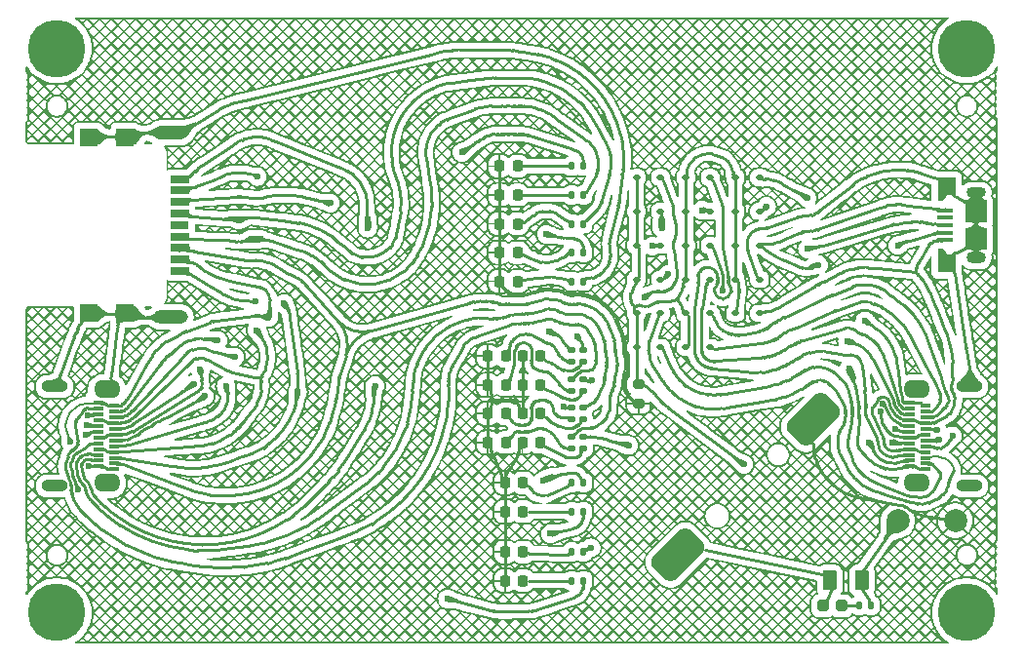
<source format=gbr>
%TF.GenerationSoftware,KiCad,Pcbnew,8.0.3*%
%TF.CreationDate,2024-07-18T08:38:12+12:00*%
%TF.ProjectId,USB Cable Tester,55534220-4361-4626-9c65-205465737465,rev?*%
%TF.SameCoordinates,Original*%
%TF.FileFunction,Copper,L1,Top*%
%TF.FilePolarity,Positive*%
%FSLAX46Y46*%
G04 Gerber Fmt 4.6, Leading zero omitted, Abs format (unit mm)*
G04 Created by KiCad (PCBNEW 8.0.3) date 2024-07-18 08:38:12*
%MOMM*%
%LPD*%
G01*
G04 APERTURE LIST*
G04 Aperture macros list*
%AMRoundRect*
0 Rectangle with rounded corners*
0 $1 Rounding radius*
0 $2 $3 $4 $5 $6 $7 $8 $9 X,Y pos of 4 corners*
0 Add a 4 corners polygon primitive as box body*
4,1,4,$2,$3,$4,$5,$6,$7,$8,$9,$2,$3,0*
0 Add four circle primitives for the rounded corners*
1,1,$1+$1,$2,$3*
1,1,$1+$1,$4,$5*
1,1,$1+$1,$6,$7*
1,1,$1+$1,$8,$9*
0 Add four rect primitives between the rounded corners*
20,1,$1+$1,$2,$3,$4,$5,0*
20,1,$1+$1,$4,$5,$6,$7,0*
20,1,$1+$1,$6,$7,$8,$9,0*
20,1,$1+$1,$8,$9,$2,$3,0*%
%AMFreePoly0*
4,1,9,1.050000,0.350000,0.550000,0.000000,0.550000,-0.400000,0.800000,-0.650000,0.800000,-0.800000,-1.050000,-0.800000,-1.050000,0.800000,1.050000,0.800000,1.050000,0.350000,1.050000,0.350000,$1*%
%AMFreePoly1*
4,1,9,1.050000,-0.800000,-0.800000,-0.800000,-0.800000,-0.650000,-0.550000,-0.400000,-0.550000,0.000000,-1.050000,0.350000,-1.050000,0.800000,1.050000,0.800000,1.050000,-0.800000,1.050000,-0.800000,$1*%
G04 Aperture macros list end*
%TA.AperFunction,SMDPad,CuDef*%
%ADD10RoundRect,0.218750X-0.218750X-0.256250X0.218750X-0.256250X0.218750X0.256250X-0.218750X0.256250X0*%
%TD*%
%TA.AperFunction,SMDPad,CuDef*%
%ADD11RoundRect,0.135000X-0.185000X0.135000X-0.185000X-0.135000X0.185000X-0.135000X0.185000X0.135000X0*%
%TD*%
%TA.AperFunction,SMDPad,CuDef*%
%ADD12RoundRect,0.112500X0.187500X0.112500X-0.187500X0.112500X-0.187500X-0.112500X0.187500X-0.112500X0*%
%TD*%
%TA.AperFunction,SMDPad,CuDef*%
%ADD13R,1.600000X0.700000*%
%TD*%
%TA.AperFunction,ComponentPad*%
%ADD14O,3.000000X1.200000*%
%TD*%
%TA.AperFunction,SMDPad,CuDef*%
%ADD15R,1.500000X1.600000*%
%TD*%
%TA.AperFunction,ComponentPad*%
%ADD16C,2.000000*%
%TD*%
%TA.AperFunction,SMDPad,CuDef*%
%ADD17RoundRect,0.200000X-0.275000X0.200000X-0.275000X-0.200000X0.275000X-0.200000X0.275000X0.200000X0*%
%TD*%
%TA.AperFunction,SMDPad,CuDef*%
%ADD18R,0.950013X0.300000*%
%TD*%
%TA.AperFunction,ComponentPad*%
%ADD19O,2.300000X1.000000*%
%TD*%
%TA.AperFunction,ComponentPad*%
%ADD20O,2.300000X1.600000*%
%TD*%
%TA.AperFunction,SMDPad,CuDef*%
%ADD21R,1.350000X0.400000*%
%TD*%
%TA.AperFunction,SMDPad,CuDef*%
%ADD22FreePoly0,90.000000*%
%TD*%
%TA.AperFunction,ComponentPad*%
%ADD23O,1.700000X1.000000*%
%TD*%
%TA.AperFunction,SMDPad,CuDef*%
%ADD24R,1.900000X1.900000*%
%TD*%
%TA.AperFunction,ComponentPad*%
%ADD25O,1.700000X0.850000*%
%TD*%
%TA.AperFunction,SMDPad,CuDef*%
%ADD26FreePoly1,90.000000*%
%TD*%
%TA.AperFunction,SMDPad,CuDef*%
%ADD27RoundRect,0.135000X0.135000X0.185000X-0.135000X0.185000X-0.135000X-0.185000X0.135000X-0.185000X0*%
%TD*%
%TA.AperFunction,SMDPad,CuDef*%
%ADD28RoundRect,0.700000X0.636396X1.626346X-1.626346X-0.636396X-0.636396X-1.626346X1.626346X0.636396X0*%
%TD*%
%TA.AperFunction,SMDPad,CuDef*%
%ADD29RoundRect,0.150000X-0.325000X-0.350000X0.325000X-0.350000X0.325000X0.350000X-0.325000X0.350000X0*%
%TD*%
%TA.AperFunction,SMDPad,CuDef*%
%ADD30RoundRect,0.250000X0.375000X0.625000X-0.375000X0.625000X-0.375000X-0.625000X0.375000X-0.625000X0*%
%TD*%
%TA.AperFunction,ComponentPad*%
%ADD31C,0.400000*%
%TD*%
%TA.AperFunction,ComponentPad*%
%ADD32C,5.000000*%
%TD*%
%TA.AperFunction,ViaPad*%
%ADD33C,0.600000*%
%TD*%
%TA.AperFunction,Conductor*%
%ADD34C,0.250000*%
%TD*%
%TA.AperFunction,Conductor*%
%ADD35C,0.150000*%
%TD*%
G04 APERTURE END LIST*
D10*
%TO.P,D3,1,K*%
%TO.N,GND*%
X43405600Y-37218600D03*
%TO.P,D3,2,A*%
%TO.N,Net-(D3-A)*%
X44980600Y-37218600D03*
%TD*%
%TO.P,D4,1,K*%
%TO.N,GND*%
X41405600Y-13218600D03*
%TO.P,D4,2,A*%
%TO.N,Net-(D4-A)*%
X42980600Y-13218600D03*
%TD*%
D11*
%TO.P,R2,1*%
%TO.N,/RX1+*%
X47703100Y-31708600D03*
%TO.P,R2,2*%
%TO.N,Net-(D11-A)*%
X47703100Y-32728600D03*
%TD*%
D12*
%TO.P,D1,1,K*%
%TO.N,Net-(D1-K)*%
X64000000Y-14200000D03*
%TO.P,D1,2,A*%
%TO.N,+3V0*%
X61900000Y-14200000D03*
%TD*%
%TO.P,D6,1,K*%
%TO.N,Net-(D6-K)*%
X55410000Y-28950000D03*
%TO.P,D6,2,A*%
%TO.N,+3V0*%
X53310000Y-28950000D03*
%TD*%
D11*
%TO.P,R3,1*%
%TO.N,/RX2-*%
X48703100Y-36708600D03*
%TO.P,R3,2*%
%TO.N,Net-(D3-A)*%
X48703100Y-37728600D03*
%TD*%
D12*
%TO.P,D7,1,K*%
%TO.N,Net-(D7-K)*%
X64000000Y-17150000D03*
%TO.P,D7,2,A*%
%TO.N,+3V0*%
X61900000Y-17150000D03*
%TD*%
D13*
%TO.P,J1,1,VBUS*%
%TO.N,/VBUS*%
X13674981Y-15333300D03*
%TO.P,J1,2,D-*%
%TO.N,/D-*%
X13674981Y-17333300D03*
%TO.P,J1,3,D+*%
%TO.N,/D+*%
X13674981Y-19333300D03*
%TO.P,J1,4,GND*%
%TO.N,/USB_GND*%
X13674981Y-21333300D03*
%TO.P,J1,5,SSRX-*%
%TO.N,/RX2-*%
X13674981Y-22333300D03*
%TO.P,J1,6,SSRX+*%
%TO.N,/RX2+*%
X13674981Y-20333300D03*
%TO.P,J1,7,DRAIN*%
%TO.N,/GND_Drain*%
X13674981Y-18333300D03*
%TO.P,J1,8,SSTX-*%
%TO.N,/TX1-*%
X13674981Y-16333300D03*
%TO.P,J1,9,SSTX+*%
%TO.N,/TX1+*%
X13674981Y-14333300D03*
D14*
%TO.P,J1,10,SHIELD*%
%TO.N,/SHLD*%
X12874879Y-10333300D03*
D15*
X8924917Y-10733351D03*
X5725019Y-10733351D03*
X8924917Y-25933249D03*
X5725019Y-25933249D03*
D14*
X12874879Y-26333300D03*
%TD*%
D16*
%TO.P,TP1,1,1*%
%TO.N,+3V0*%
X76000000Y-44000000D03*
%TD*%
%TO.P,TP2,1,1*%
%TO.N,GND*%
X81000000Y-44000000D03*
%TD*%
D12*
%TO.P,D9,1,K*%
%TO.N,Net-(D9-K)*%
X64000000Y-20100000D03*
%TO.P,D9,2,A*%
%TO.N,+3V0*%
X61900000Y-20100000D03*
%TD*%
D11*
%TO.P,R5,1*%
%TO.N,/TX2-*%
X48703100Y-34208600D03*
%TO.P,R5,2*%
%TO.N,Net-(D13-A)*%
X48703100Y-35228600D03*
%TD*%
D10*
%TO.P,D33,1,K*%
%TO.N,GND*%
X41905600Y-40718600D03*
%TO.P,D33,2,A*%
%TO.N,Net-(D33-A)*%
X43480600Y-40718600D03*
%TD*%
D17*
%TO.P,C1,1*%
%TO.N,+3V0*%
X53500000Y-32175000D03*
%TO.P,C1,2*%
%TO.N,GND*%
X53500000Y-33825000D03*
%TD*%
D10*
%TO.P,D10,1,K*%
%TO.N,GND*%
X43405600Y-32218600D03*
%TO.P,D10,2,A*%
%TO.N,Net-(D10-A)*%
X44980600Y-32218600D03*
%TD*%
D18*
%TO.P,J2,A1,GND*%
%TO.N,/USB_GND*%
X7976011Y-34041859D03*
%TO.P,J2,A2,TX1+*%
%TO.N,/TX1+*%
X7976011Y-34541732D03*
%TO.P,J2,A3,TX1-*%
%TO.N,/TX1-*%
X7976011Y-35041859D03*
%TO.P,J2,A4,VBUS*%
%TO.N,/VBUS*%
X7976011Y-35541732D03*
%TO.P,J2,A5,CC1*%
%TO.N,/CC1*%
X7976011Y-36041605D03*
%TO.P,J2,A6,D+*%
%TO.N,/D+*%
X7976011Y-36541732D03*
%TO.P,J2,A7,D-*%
%TO.N,/D-*%
X7976011Y-37041605D03*
%TO.P,J2,A8,SBU1*%
%TO.N,/SBU1*%
X7976011Y-37541732D03*
%TO.P,J2,A9,VBUS*%
%TO.N,/VBUS*%
X7976011Y-38041605D03*
%TO.P,J2,A10,RX2-*%
%TO.N,/RX2-*%
X7976011Y-38541732D03*
%TO.P,J2,A11,RX2+*%
%TO.N,/RX2+*%
X7976011Y-39041605D03*
%TO.P,J2,A12,GND*%
%TO.N,/USB_GND*%
X7976011Y-39541732D03*
%TO.P,J2,B1,GND*%
X6576214Y-39291795D03*
%TO.P,J2,B2,TX2+*%
%TO.N,/TX2+*%
X6576214Y-38791668D03*
%TO.P,J2,B3,TX2-*%
%TO.N,/TX2-*%
X6576214Y-38291795D03*
%TO.P,J2,B4,VBUS*%
%TO.N,/VBUS*%
X6576214Y-37791668D03*
%TO.P,J2,B5,CC2*%
%TO.N,/CC2*%
X6576214Y-37291795D03*
%TO.P,J2,B6,D+*%
%TO.N,/D+*%
X6576214Y-36791668D03*
%TO.P,J2,B7,D-*%
%TO.N,/D-*%
X6576214Y-36291541D03*
%TO.P,J2,B8,SBU2*%
%TO.N,/SBU2*%
X6576214Y-35791668D03*
%TO.P,J2,B9,VBUS*%
%TO.N,/VBUS*%
X6576214Y-35291795D03*
%TO.P,J2,B10,RX1-*%
%TO.N,/RX1-*%
X6576214Y-34791668D03*
%TO.P,J2,B11,RX1+*%
%TO.N,/RX1+*%
X6576214Y-34291795D03*
%TO.P,J2,B12,GND*%
%TO.N,/USB_GND*%
X6576214Y-33791668D03*
D19*
%TO.P,J2,S1,SHIELD*%
%TO.N,/SHLD*%
X2799989Y-32346659D03*
D20*
X7350154Y-32606756D03*
X7350154Y-40726898D03*
D19*
X2799989Y-40986741D03*
%TD*%
D10*
%TO.P,D11,1,K*%
%TO.N,GND*%
X40405600Y-32218600D03*
%TO.P,D11,2,A*%
%TO.N,Net-(D11-A)*%
X41980600Y-32218600D03*
%TD*%
D12*
%TO.P,D12,1,K*%
%TO.N,Net-(D12-K)*%
X59705000Y-23050000D03*
%TO.P,D12,2,A*%
%TO.N,+3V0*%
X57605000Y-23050000D03*
%TD*%
D21*
%TO.P,J3,1,VBUS*%
%TO.N,Net-(D19-K)*%
X80125000Y-19633300D03*
%TO.P,J3,2,D-*%
%TO.N,Net-(D28-K)*%
X80125000Y-18983300D03*
%TO.P,J3,3,D+*%
%TO.N,Net-(D15-K)*%
X80125000Y-18333300D03*
%TO.P,J3,4,ID*%
%TO.N,unconnected-(J3-ID-Pad4)*%
X80125000Y-17683300D03*
%TO.P,J3,5,GND*%
%TO.N,Net-(D9-K)*%
X80125000Y-17033300D03*
D22*
%TO.P,J3,6,Shield*%
%TO.N,Net-(D26-K)*%
X80250000Y-21433300D03*
D23*
X82800000Y-21158300D03*
D24*
X82800000Y-19533300D03*
X82800000Y-17133300D03*
D25*
X82800000Y-15508300D03*
D26*
X80250000Y-15233300D03*
%TD*%
D10*
%TO.P,D31,1,K*%
%TO.N,GND*%
X41905600Y-46718600D03*
%TO.P,D31,2,A*%
%TO.N,Net-(D31-A)*%
X43480600Y-46718600D03*
%TD*%
%TO.P,D32,1,K*%
%TO.N,GND*%
X41905600Y-43218600D03*
%TO.P,D32,2,A*%
%TO.N,Net-(D32-A)*%
X43480600Y-43218600D03*
%TD*%
D12*
%TO.P,D15,1,K*%
%TO.N,Net-(D15-K)*%
X55410000Y-23050000D03*
%TO.P,D15,2,A*%
%TO.N,+3V0*%
X53310000Y-23050000D03*
%TD*%
D27*
%TO.P,R17,1*%
%TO.N,/SBU1*%
X48723100Y-40718600D03*
%TO.P,R17,2*%
%TO.N,Net-(D33-A)*%
X47703100Y-40718600D03*
%TD*%
D11*
%TO.P,R7,1*%
%TO.N,/TX1+*%
X47703100Y-29208600D03*
%TO.P,R7,2*%
%TO.N,Net-(D23-A)*%
X47703100Y-30228600D03*
%TD*%
D27*
%TO.P,R8,1*%
%TO.N,/D-*%
X48703100Y-18218600D03*
%TO.P,R8,2*%
%TO.N,Net-(D16-A)*%
X47683100Y-18218600D03*
%TD*%
D10*
%TO.P,D16,1,K*%
%TO.N,GND*%
X41405600Y-18218600D03*
%TO.P,D16,2,A*%
%TO.N,Net-(D16-A)*%
X42980600Y-18218600D03*
%TD*%
D18*
%TO.P,J4,A1,GND*%
%TO.N,Net-(D9-K)*%
X77023989Y-39291541D03*
%TO.P,J4,A2,TX1+*%
%TO.N,Net-(D22-K)*%
X77023989Y-38791668D03*
%TO.P,J4,A3,TX1-*%
%TO.N,Net-(D21-K)*%
X77023989Y-38291541D03*
%TO.P,J4,A4,VBUS*%
%TO.N,Net-(D19-K)*%
X77023989Y-37791668D03*
%TO.P,J4,A5,CC1*%
%TO.N,Net-(D25-K)*%
X77023989Y-37291795D03*
%TO.P,J4,A6,D+*%
%TO.N,Net-(D15-K)*%
X77023989Y-36791668D03*
%TO.P,J4,A7,D-*%
%TO.N,Net-(D28-K)*%
X77023989Y-36291795D03*
%TO.P,J4,A8,SBU1*%
%TO.N,Net-(D1-K)*%
X77023989Y-35791668D03*
%TO.P,J4,A9,VBUS*%
%TO.N,Net-(D19-K)*%
X77023989Y-35291795D03*
%TO.P,J4,A10,RX2-*%
%TO.N,Net-(D20-K)*%
X77023989Y-34791668D03*
%TO.P,J4,A11,RX2+*%
%TO.N,Net-(D12-K)*%
X77023989Y-34291795D03*
%TO.P,J4,A12,GND*%
%TO.N,Net-(D9-K)*%
X77023989Y-33791668D03*
%TO.P,J4,B1,GND*%
X78423786Y-34041605D03*
%TO.P,J4,B2,TX2+*%
%TO.N,Net-(D5-K)*%
X78423786Y-34541732D03*
%TO.P,J4,B3,TX2-*%
%TO.N,Net-(D17-K)*%
X78423786Y-35041605D03*
%TO.P,J4,B4,VBUS*%
%TO.N,Net-(D19-K)*%
X78423786Y-35541732D03*
%TO.P,J4,B5,CC2*%
%TO.N,Net-(D24-K)*%
X78423786Y-36041605D03*
%TO.P,J4,B6,D+*%
%TO.N,Net-(D15-K)*%
X78423786Y-36541732D03*
%TO.P,J4,B7,D-*%
%TO.N,Net-(D28-K)*%
X78423786Y-37041859D03*
%TO.P,J4,B8,SBU2*%
%TO.N,Net-(D7-K)*%
X78423786Y-37541732D03*
%TO.P,J4,B9,VBUS*%
%TO.N,Net-(D19-K)*%
X78423786Y-38041605D03*
%TO.P,J4,B10,RX1-*%
%TO.N,Net-(D29-K)*%
X78423786Y-38541732D03*
%TO.P,J4,B11,RX1+*%
%TO.N,Net-(D6-K)*%
X78423786Y-39041605D03*
%TO.P,J4,B12,GND*%
%TO.N,Net-(D9-K)*%
X78423786Y-39541732D03*
D19*
%TO.P,J4,S1,SHIELD*%
%TO.N,Net-(D26-K)*%
X82200011Y-40986741D03*
D20*
X77649846Y-40726644D03*
X77649846Y-32606502D03*
D19*
X82200011Y-32346659D03*
%TD*%
D12*
%TO.P,D17,1,K*%
%TO.N,Net-(D17-K)*%
X59705000Y-26000000D03*
%TO.P,D17,2,A*%
%TO.N,+3V0*%
X57605000Y-26000000D03*
%TD*%
D10*
%TO.P,D34,1,K*%
%TO.N,GND*%
X41905600Y-49218600D03*
%TO.P,D34,2,A*%
%TO.N,Net-(D34-A)*%
X43480600Y-49218600D03*
%TD*%
%TO.P,D18,1,K*%
%TO.N,GND*%
X41405600Y-23218600D03*
%TO.P,D18,2,A*%
%TO.N,Net-(D18-A)*%
X42980600Y-23218600D03*
%TD*%
D28*
%TO.P,B1,1,+*%
%TO.N,Net-(B1-+)*%
X56927031Y-46972969D03*
%TO.P,B1,2,-*%
%TO.N,GND*%
X68664969Y-35235031D03*
%TD*%
D11*
%TO.P,R9,1*%
%TO.N,/RX1-*%
X48703100Y-31708600D03*
%TO.P,R9,2*%
%TO.N,Net-(D10-A)*%
X48703100Y-32728600D03*
%TD*%
%TO.P,R10,1*%
%TO.N,/RX2+*%
X47703100Y-36708600D03*
%TO.P,R10,2*%
%TO.N,Net-(D2-A)*%
X47703100Y-37728600D03*
%TD*%
D12*
%TO.P,D5,1,K*%
%TO.N,Net-(D5-K)*%
X59705000Y-28950000D03*
%TO.P,D5,2,A*%
%TO.N,+3V0*%
X57605000Y-28950000D03*
%TD*%
D29*
%TO.P,LED1,1,K*%
%TO.N,Net-(LED1-K)*%
X71100000Y-51400000D03*
%TO.P,LED1,2,A*%
%TO.N,Net-(B1-+)*%
X69500000Y-51400000D03*
%TD*%
D12*
%TO.P,D19,1,K*%
%TO.N,Net-(D19-K)*%
X64000000Y-26000000D03*
%TO.P,D19,2,A*%
%TO.N,+3V0*%
X61900000Y-26000000D03*
%TD*%
%TO.P,D20,1,K*%
%TO.N,Net-(D20-K)*%
X59705000Y-20100000D03*
%TO.P,D20,2,A*%
%TO.N,+3V0*%
X57605000Y-20100000D03*
%TD*%
D30*
%TO.P,F1,1*%
%TO.N,+3V0*%
X72900000Y-49200000D03*
%TO.P,F1,2*%
%TO.N,Net-(B1-+)*%
X70100000Y-49200000D03*
%TD*%
D27*
%TO.P,R15,1*%
%TO.N,/CC1*%
X48703100Y-46718600D03*
%TO.P,R15,2*%
%TO.N,Net-(D31-A)*%
X47683100Y-46718600D03*
%TD*%
%TO.P,R12,1*%
%TO.N,/USB_GND*%
X48713100Y-20718600D03*
%TO.P,R12,2*%
%TO.N,Net-(D14-A)*%
X47693100Y-20718600D03*
%TD*%
D12*
%TO.P,D21,1,K*%
%TO.N,Net-(D21-K)*%
X59705000Y-14200000D03*
%TO.P,D21,2,A*%
%TO.N,+3V0*%
X57605000Y-14200000D03*
%TD*%
D27*
%TO.P,R13,1*%
%TO.N,/SHLD*%
X48713100Y-23218600D03*
%TO.P,R13,2*%
%TO.N,Net-(D18-A)*%
X47693100Y-23218600D03*
%TD*%
D12*
%TO.P,D22,1,K*%
%TO.N,Net-(D22-K)*%
X59705000Y-17150000D03*
%TO.P,D22,2,A*%
%TO.N,+3V0*%
X57605000Y-17150000D03*
%TD*%
D10*
%TO.P,D23,1,K*%
%TO.N,GND*%
X40405599Y-29718600D03*
%TO.P,D23,2,A*%
%TO.N,Net-(D23-A)*%
X41980601Y-29718600D03*
%TD*%
D31*
%TO.P,M4,*%
%TO.N,*%
X3000000Y-5000000D03*
X1585786Y-4414214D03*
X4414214Y-4414214D03*
X1000000Y-3000000D03*
D32*
X3000000Y-3000000D03*
D31*
X5000000Y-3000000D03*
X1585786Y-1585786D03*
X4414214Y-1585786D03*
X3000000Y-1000000D03*
%TD*%
D12*
%TO.P,D24,1,K*%
%TO.N,Net-(D24-K)*%
X55410000Y-17150000D03*
%TO.P,D24,2,A*%
%TO.N,+3V0*%
X53310000Y-17150000D03*
%TD*%
%TO.P,D25,1,K*%
%TO.N,Net-(D25-K)*%
X55410000Y-14200000D03*
%TO.P,D25,2,A*%
%TO.N,+3V0*%
X53310000Y-14200000D03*
%TD*%
%TO.P,D26,1,K*%
%TO.N,Net-(D26-K)*%
X64000000Y-23050000D03*
%TO.P,D26,2,A*%
%TO.N,+3V0*%
X61900000Y-23050000D03*
%TD*%
D10*
%TO.P,D27,1,K*%
%TO.N,GND*%
X41405600Y-15718600D03*
%TO.P,D27,2,A*%
%TO.N,Net-(D27-A)*%
X42980600Y-15718600D03*
%TD*%
D31*
%TO.P,M4,*%
%TO.N,*%
X82000000Y-5000000D03*
X80585786Y-4414214D03*
X83414214Y-4414214D03*
X80000000Y-3000000D03*
D32*
X82000000Y-3000000D03*
D31*
X84000000Y-3000000D03*
X80585786Y-1585786D03*
X83414214Y-1585786D03*
X82000000Y-1000000D03*
%TD*%
D12*
%TO.P,D28,1,K*%
%TO.N,Net-(D28-K)*%
X55410000Y-20100000D03*
%TO.P,D28,2,A*%
%TO.N,+3V0*%
X53310000Y-20100000D03*
%TD*%
%TO.P,D29,1,K*%
%TO.N,Net-(D29-K)*%
X55410000Y-26000000D03*
%TO.P,D29,2,A*%
%TO.N,+3V0*%
X53310000Y-26000000D03*
%TD*%
D10*
%TO.P,D30,1,K*%
%TO.N,GND*%
X43405600Y-29718600D03*
%TO.P,D30,2,A*%
%TO.N,Net-(D30-A)*%
X44980600Y-29718600D03*
%TD*%
D27*
%TO.P,R1,1*%
%TO.N,/D+*%
X48713100Y-15718600D03*
%TO.P,R1,2*%
%TO.N,Net-(D27-A)*%
X47693100Y-15718600D03*
%TD*%
%TO.P,R16,1*%
%TO.N,/CC2*%
X48713100Y-49218600D03*
%TO.P,R16,2*%
%TO.N,Net-(D34-A)*%
X47693100Y-49218600D03*
%TD*%
D31*
%TO.P,M4,*%
%TO.N,*%
X82000000Y-54000000D03*
X80585786Y-53414214D03*
X83414214Y-53414214D03*
X80000000Y-52000000D03*
D32*
X82000000Y-52000000D03*
D31*
X84000000Y-52000000D03*
X80585786Y-50585786D03*
X83414214Y-50585786D03*
X82000000Y-50000000D03*
%TD*%
%TO.P,M4,*%
%TO.N,*%
X3000000Y-54000000D03*
X1585786Y-53414214D03*
X4414214Y-53414214D03*
X1000000Y-52000000D03*
D32*
X3000000Y-52000000D03*
D31*
X5000000Y-52000000D03*
X1585786Y-50585786D03*
X4414214Y-50585786D03*
X3000000Y-50000000D03*
%TD*%
D10*
%TO.P,D2,1,K*%
%TO.N,GND*%
X40405600Y-37218600D03*
%TO.P,D2,2,A*%
%TO.N,Net-(D2-A)*%
X41980600Y-37218600D03*
%TD*%
D27*
%TO.P,R18,1*%
%TO.N,+3V0*%
X73680000Y-51380000D03*
%TO.P,R18,2*%
%TO.N,Net-(LED1-K)*%
X72660000Y-51380000D03*
%TD*%
%TO.P,R14,1*%
%TO.N,/SBU2*%
X48713100Y-43218600D03*
%TO.P,R14,2*%
%TO.N,Net-(D32-A)*%
X47693100Y-43218600D03*
%TD*%
D10*
%TO.P,D8,1,K*%
%TO.N,GND*%
X40405600Y-34718600D03*
%TO.P,D8,2,A*%
%TO.N,Net-(D8-A)*%
X41980600Y-34718600D03*
%TD*%
D11*
%TO.P,R11,1*%
%TO.N,/TX2+*%
X47703100Y-34208600D03*
%TO.P,R11,2*%
%TO.N,Net-(D8-A)*%
X47703100Y-35228600D03*
%TD*%
D27*
%TO.P,R4,1*%
%TO.N,/VBUS*%
X48713100Y-13218600D03*
%TO.P,R4,2*%
%TO.N,Net-(D4-A)*%
X47693100Y-13218600D03*
%TD*%
D11*
%TO.P,R6,1*%
%TO.N,/TX1-*%
X48703100Y-29208600D03*
%TO.P,R6,2*%
%TO.N,Net-(D30-A)*%
X48703100Y-30228600D03*
%TD*%
D10*
%TO.P,D13,1,K*%
%TO.N,GND*%
X43405600Y-34718600D03*
%TO.P,D13,2,A*%
%TO.N,Net-(D13-A)*%
X44980600Y-34718600D03*
%TD*%
%TO.P,D14,1,K*%
%TO.N,GND*%
X41405600Y-20718600D03*
%TO.P,D14,2,A*%
%TO.N,Net-(D14-A)*%
X42980600Y-20718600D03*
%TD*%
D33*
%TO.N,+3V0*%
X62651700Y-39115700D03*
%TO.N,Net-(D1-K)*%
X68136500Y-15978300D03*
X74722000Y-33817900D03*
%TO.N,Net-(D7-K)*%
X80741100Y-36638200D03*
X64617100Y-16712400D03*
%TO.N,Net-(D9-K)*%
X73142600Y-26644400D03*
X71761100Y-30768600D03*
X69126400Y-21796600D03*
%TO.N,Net-(D15-K)*%
X74502800Y-34523300D03*
X56051100Y-22617100D03*
X68163000Y-20399700D03*
%TO.N,/TX2+*%
X30614900Y-32278600D03*
X46959000Y-34127700D03*
%TO.N,/RX2-*%
X23898200Y-32863900D03*
X20200000Y-24918000D03*
X52639500Y-37471600D03*
X22731900Y-25154500D03*
%TO.N,/TX1+*%
X29981900Y-18616900D03*
X16972800Y-28361500D03*
X45710900Y-27531700D03*
%TO.N,/TX1-*%
X26752300Y-16423600D03*
X48185100Y-28038400D03*
X18439000Y-29791600D03*
%TO.N,/RX1-*%
X5714700Y-34823800D03*
X49450600Y-31843500D03*
%TO.N,/D-*%
X5539400Y-36554900D03*
X18822700Y-17895500D03*
X15801700Y-33202800D03*
%TO.N,/D+*%
X19884400Y-19555400D03*
X15434300Y-30879200D03*
%TO.N,/CC2*%
X4838900Y-41298100D03*
X36904200Y-50805000D03*
%TO.N,/CC1*%
X14899300Y-32136700D03*
X49386600Y-46357100D03*
%TO.N,/SBU1*%
X17690500Y-32340600D03*
X45210200Y-40525100D03*
%TO.N,/SBU2*%
X45849900Y-45137200D03*
X5610200Y-35715100D03*
%TO.N,Net-(D22-K)*%
X58977700Y-17047900D03*
X73515200Y-37200500D03*
%TO.N,Net-(D20-K)*%
X60802500Y-24021300D03*
X71620900Y-28427700D03*
%TO.N,Net-(D24-K)*%
X79442500Y-36157900D03*
X55515200Y-18598700D03*
%TO.N,Net-(D25-K)*%
X75524300Y-37199500D03*
X54020400Y-24594600D03*
%TO.N,Net-(D28-K)*%
X54685400Y-20163700D03*
X79559700Y-37012900D03*
X75799000Y-36032500D03*
X76000300Y-20105100D03*
%TO.N,/VBUS*%
X20374500Y-14113400D03*
X20355300Y-27451900D03*
X38153200Y-12022100D03*
%TO.N,/USB_GND*%
X4195600Y-37183200D03*
X45494300Y-19136300D03*
X21376300Y-26376700D03*
X5731100Y-39267700D03*
%TD*%
D34*
%TO.N,GND*%
X43144650Y-37686800D02*
X43144800Y-37686000D01*
X42280300Y-33468612D02*
X42164300Y-33469050D01*
X41999400Y-40241100D02*
X41999400Y-40241525D01*
X40666800Y-32691300D02*
X40666400Y-32686000D01*
X51057949Y-25634900D02*
X51249599Y-25863969D01*
X52314945Y-29283707D02*
X52308059Y-29253814D01*
X42622501Y-24387290D02*
X42635074Y-24389098D01*
X41405600Y-18694400D02*
X41405600Y-20242800D01*
X41576600Y-33471288D02*
X40807899Y-33468605D01*
X40666400Y-37686400D02*
X40666400Y-37686000D01*
X52327799Y-29328000D02*
X52325722Y-29321524D01*
X41905600Y-46242800D02*
X41905600Y-43694400D01*
X46282978Y-23918171D02*
X45646724Y-23873728D01*
X47508902Y-24287984D02*
X47437053Y-24274243D01*
X68649950Y-37342000D02*
X68650646Y-37359098D01*
X52333705Y-29346398D02*
X52339620Y-29364792D01*
X43429099Y-24378295D02*
X43444100Y-24376800D01*
X42299897Y-24279904D02*
X42337306Y-24300387D01*
X42451928Y-33484618D02*
X42563262Y-33517478D01*
X52268199Y-31948099D02*
X52267396Y-31970598D01*
X52298650Y-29197450D02*
X52301447Y-29216945D01*
X42338300Y-33468400D02*
X42280300Y-33468612D01*
X76248500Y-42654799D02*
X76332950Y-42670400D01*
X68990562Y-38993531D02*
X68838067Y-38608680D01*
X47895150Y-24303900D02*
X47904699Y-24303191D01*
X42726930Y-24399300D02*
X42700356Y-24397498D01*
X41405600Y-16194400D02*
X41405600Y-17742800D01*
X52411972Y-31202924D02*
X52471750Y-30925350D01*
X47747398Y-24308458D02*
X47820628Y-24307101D01*
X68653960Y-37440400D02*
X68668900Y-37810350D01*
X52285345Y-31802910D02*
X52278423Y-31847495D01*
X47747398Y-24308458D02*
X47707399Y-24309189D01*
X42589100Y-24382149D02*
X42606107Y-24384850D01*
X47220850Y-24214349D02*
X47218750Y-24213423D01*
X43144037Y-34244996D02*
X43143649Y-34240950D01*
X42304710Y-39397706D02*
X42846680Y-38566788D01*
X43081049Y-24397895D02*
X43091749Y-24397799D01*
X50167585Y-24860410D02*
X50167726Y-24860498D01*
X42667450Y-33565650D02*
X42673798Y-33569801D01*
X52190969Y-28065771D02*
X52258928Y-28431019D01*
X44714796Y-24025888D02*
X44101086Y-24200254D01*
X52301302Y-31716920D02*
X52338189Y-31545587D01*
X52295722Y-29175726D02*
X52295577Y-29174578D01*
X43154599Y-24397620D02*
X43114250Y-24397682D01*
X42420118Y-24339680D02*
X42478374Y-24359516D01*
X40682376Y-34125996D02*
X40793320Y-33473184D01*
X52491188Y-33062111D02*
X52430550Y-33002300D01*
X40405600Y-30194400D02*
X40405600Y-31742800D01*
X42986344Y-33821240D02*
X43079848Y-33976747D01*
X40742894Y-38064402D02*
X40779976Y-38154208D01*
X47923796Y-24301766D02*
X48202600Y-24280850D01*
X42337306Y-24300387D02*
X42351921Y-24308386D01*
X47251059Y-24226144D02*
X47281798Y-24236641D01*
X76495374Y-42721988D02*
X76651429Y-42794013D01*
X51685946Y-26704985D02*
X51862137Y-27145579D01*
X43144000Y-37697809D02*
X43144000Y-37735200D01*
X47647471Y-24308178D02*
X47607430Y-24304721D01*
X43144440Y-37688411D02*
X43144249Y-37690999D01*
X52293000Y-29152800D02*
X52290615Y-29131047D01*
X43078850Y-24397903D02*
X42780099Y-24400006D01*
X42299897Y-24279904D02*
X42282617Y-24270437D01*
X43142574Y-34229447D02*
X43134850Y-34144850D01*
X43399098Y-24381280D02*
X43278204Y-24393295D01*
X42715999Y-33597401D02*
X42787708Y-33644286D01*
X43139200Y-37816516D02*
X43129602Y-37897550D01*
X42360106Y-24312862D02*
X42364200Y-24315099D01*
X41999400Y-40241525D02*
X41999400Y-40242375D01*
X76079600Y-42623596D02*
X76248500Y-42654799D01*
X49080600Y-24401349D02*
X48790571Y-24329930D01*
X40666500Y-34250600D02*
X40666400Y-34251100D01*
X53027100Y-33585350D02*
X53028496Y-33585713D01*
X41666706Y-23687498D02*
X41667249Y-23690050D01*
X41680621Y-23710477D02*
X42107601Y-24128996D01*
X47214550Y-24211570D02*
X47218750Y-24213423D01*
X52268199Y-31948099D02*
X52268600Y-31936850D01*
X42351921Y-24308386D02*
X42360106Y-24312862D01*
X47336277Y-24251530D02*
X47313000Y-24245800D01*
X40668100Y-34231650D02*
X40667374Y-34242397D01*
X43105107Y-38019901D02*
X43091049Y-38078499D01*
X52491188Y-33062111D02*
X52612452Y-33181746D01*
X43405600Y-30194400D02*
X43405600Y-31742800D01*
X46892950Y-24069399D02*
X47163406Y-24188984D01*
X43205150Y-24397750D02*
X43189173Y-24397676D01*
X44714796Y-24025888D02*
X45021650Y-23938700D01*
X52247050Y-32540650D02*
X52250093Y-32455499D01*
X43241760Y-24396524D02*
X43223440Y-24397375D01*
X42537700Y-24374099D02*
X42546888Y-24375525D01*
X41905600Y-48742800D02*
X41905600Y-47194400D01*
X76079600Y-42623596D02*
X73445102Y-42136882D01*
X43184524Y-24397657D02*
X43189173Y-24397676D01*
X52327799Y-29328000D02*
X52333705Y-29346398D01*
X52288038Y-29007649D02*
X52288311Y-28984999D01*
X78320904Y-43588267D02*
X78719618Y-43649570D01*
X42160250Y-24180600D02*
X42142700Y-24163399D01*
X42304710Y-39397706D02*
X42204402Y-39551501D01*
X42803530Y-33654627D02*
X42843608Y-33680811D01*
X43405600Y-32694400D02*
X43405600Y-34242800D01*
X43429099Y-24378295D02*
X43399098Y-24381280D01*
X52088100Y-27710750D02*
X52019170Y-27538311D01*
X43182200Y-24397649D02*
X43184524Y-24397657D01*
X41905600Y-42742800D02*
X41905600Y-41194400D01*
X43567114Y-24351637D02*
X43572079Y-24350324D01*
X40670280Y-34208003D02*
X40673020Y-34184589D01*
X47214550Y-24211570D02*
X47206000Y-24207798D01*
X47352932Y-24255626D02*
X47361260Y-24257672D01*
X43144700Y-34250600D02*
X43144800Y-34251100D01*
X42686495Y-33578104D02*
X42715999Y-33597401D01*
X52275475Y-32704977D02*
X52338435Y-32863351D01*
X68652189Y-37396800D02*
X68651516Y-37380300D01*
X52256174Y-32285198D02*
X52250093Y-32455499D01*
X47163406Y-24188984D02*
X47184702Y-24198396D01*
X40742894Y-38064402D02*
X40724350Y-38019500D01*
X40798750Y-33468600D02*
X40800400Y-33468600D01*
X40793319Y-33464016D02*
X40680140Y-32799693D01*
X42197548Y-24212423D02*
X42237055Y-24241678D01*
X42279772Y-24268879D02*
X42282617Y-24270437D01*
X52323100Y-29313350D02*
X52323974Y-29316075D01*
X42154250Y-39628400D02*
X42204402Y-39551501D01*
X47336277Y-24251530D02*
X47352932Y-24255626D01*
X40779976Y-38154208D02*
X41641138Y-40240145D01*
X68624699Y-37281300D02*
X68618686Y-37274812D01*
X52612452Y-33181746D02*
X53010162Y-33574187D01*
X41405600Y-13694400D02*
X41405600Y-15242800D01*
X42279772Y-24268879D02*
X42278350Y-24268100D01*
X52290604Y-29130949D02*
X52290599Y-29130900D01*
X53030700Y-33586300D02*
X53031800Y-33586600D01*
X77368993Y-43281572D02*
X77737817Y-43445132D01*
X52508676Y-30471585D02*
X52485822Y-30012809D01*
X68652189Y-37396800D02*
X68653960Y-37440400D01*
X68651081Y-37369699D02*
X68651516Y-37380300D01*
X47863949Y-24305649D02*
X47876035Y-24305063D01*
X52272150Y-31891988D02*
X52270050Y-31914392D01*
X41999400Y-40242375D02*
X41999400Y-40242800D01*
X52301447Y-29216945D02*
X52302082Y-29221348D01*
X41589399Y-33471287D02*
X42164300Y-33469050D01*
X51862137Y-27145579D02*
X51881281Y-27193446D01*
X40405600Y-36742800D02*
X40405600Y-35194400D01*
X41666500Y-23686500D02*
X41666400Y-23686000D01*
X43105892Y-38016698D02*
X43115250Y-37977800D01*
X40803400Y-33468600D02*
X40800400Y-33468600D01*
X41643399Y-40246350D02*
X41644150Y-40248714D01*
X41405600Y-21194400D02*
X41405600Y-22742800D01*
X78719618Y-43649570D02*
X81000000Y-44000000D01*
X52287763Y-29030848D02*
X52287757Y-29031398D01*
X40804900Y-33468600D02*
X40803400Y-33468600D01*
X43557185Y-24354263D02*
X43533050Y-24360650D01*
X52287757Y-29031398D02*
X52287489Y-29053499D01*
X40673000Y-32754027D02*
X40670196Y-32731042D01*
X47184702Y-24198396D02*
X47206000Y-24207798D01*
X68615500Y-37271400D02*
X68613900Y-37269700D01*
X71457840Y-41630584D02*
X71098521Y-41425034D01*
X52289148Y-28916500D02*
X52290599Y-28799299D01*
X52323974Y-29316075D02*
X52325722Y-29321524D01*
X51685946Y-26704985D02*
X51552200Y-26370500D01*
X41644600Y-40250300D02*
X41644800Y-40251100D01*
X42913395Y-38464497D02*
X42946750Y-38413350D01*
X42787708Y-33644286D02*
X42803530Y-33654627D01*
X68636598Y-37299821D02*
X68645190Y-37320452D01*
X78320904Y-43588267D02*
X78121550Y-43557600D01*
X52288851Y-29108848D02*
X52287748Y-29086637D01*
X47548200Y-24295496D02*
X47567850Y-24299250D01*
X43567114Y-24351637D02*
X43557185Y-24354263D01*
X43503692Y-24367192D02*
X43473931Y-24372603D01*
X43144540Y-34249593D02*
X43144399Y-34248400D01*
X41999400Y-40239400D02*
X41999400Y-40241100D01*
X52302082Y-29221348D02*
X52302400Y-29223550D01*
X52339620Y-29364792D02*
X52404050Y-29564950D01*
X72631100Y-41986495D02*
X73445102Y-42136882D01*
X68650646Y-37359098D02*
X68651081Y-37369699D01*
X40682376Y-34125996D02*
X40678394Y-34149399D01*
X52288038Y-29007649D02*
X52287763Y-29030848D01*
X52289148Y-28916500D02*
X52288311Y-28984999D01*
X42673950Y-24394700D02*
X42660220Y-24392720D01*
X40668000Y-32708100D02*
X40667568Y-32701902D01*
X76858312Y-42934735D02*
X76796050Y-42884150D01*
X42077932Y-39793299D02*
X42025579Y-39969359D01*
X40678394Y-34149399D02*
X40676400Y-34161100D01*
X52267396Y-31970598D02*
X52256174Y-32285198D01*
X42635074Y-24389098D02*
X42660220Y-24392720D01*
X40666403Y-37687199D02*
X40666800Y-37735400D01*
X42107601Y-24128996D02*
X42142700Y-24163399D01*
X77028049Y-43072600D02*
X76875887Y-42948965D01*
X43052616Y-38193994D02*
X43004274Y-38306127D01*
X42913395Y-38464497D02*
X42846680Y-38566788D01*
X40666975Y-34246797D02*
X40666657Y-34249593D01*
X42673798Y-33569801D02*
X42686495Y-33578104D01*
X52411972Y-31202924D02*
X52338189Y-31545587D01*
X51881281Y-27193446D02*
X52019170Y-27538311D01*
X42843608Y-33680811D02*
X42863650Y-33693900D01*
X72224100Y-41911300D02*
X72631100Y-41986495D01*
X47923796Y-24301766D02*
X47904699Y-24303191D01*
X47707399Y-24309189D02*
X47687400Y-24309550D01*
X41999400Y-40239400D02*
X41999400Y-40149250D01*
X53022358Y-33583415D02*
X53017939Y-33580883D01*
X52287489Y-29053499D02*
X52287350Y-29064550D01*
X47508902Y-24287984D02*
X47548200Y-24295496D01*
X43598087Y-24343156D02*
X44101086Y-24200254D01*
X40696157Y-37926985D02*
X40676846Y-37831634D01*
X41669433Y-23695815D02*
X41672469Y-23701190D01*
X47399050Y-24266450D02*
G75*
G02*
X47361260Y-24257671I329350J1503450D01*
G01*
X53013850Y-33577800D02*
G75*
G03*
X53017935Y-33580889I14250J14600D01*
G01*
X43473931Y-24372603D02*
G75*
G02*
X43444100Y-24376799I-67331J370503D01*
G01*
X43260000Y-24395150D02*
G75*
G02*
X43241760Y-24396522I-33000J316850D01*
G01*
X52190969Y-28065771D02*
G75*
G03*
X52088103Y-27710749I-1855569J-345229D01*
G01*
X41644600Y-40250300D02*
G75*
G03*
X41644153Y-40248713I-26100J-6500D01*
G01*
X42420118Y-24339680D02*
G75*
G02*
X42364203Y-24315093I114682J336680D01*
G01*
X42537700Y-24374099D02*
G75*
G02*
X42478374Y-24359515I53800J346799D01*
G01*
X52274950Y-31869700D02*
G75*
G03*
X52278423Y-31847495I-9596650J1512400D01*
G01*
X43572079Y-24350324D02*
G75*
G03*
X43585100Y-24346800I-313779J1185324D01*
G01*
X41576600Y-33471288D02*
G75*
G03*
X41583000Y-33471300I8000J2559988D01*
G01*
X43598087Y-24343156D02*
G75*
G02*
X43585100Y-24346800I-602787J2123356D01*
G01*
X52323100Y-29313350D02*
G75*
G02*
X52314940Y-29283708I348400J111850D01*
G01*
X41589399Y-33471287D02*
G75*
G02*
X41583000Y-33471300I-7399J2048187D01*
G01*
X42667450Y-33565650D02*
G75*
G03*
X42563259Y-33517487I-215750J-329950D01*
G01*
X52275475Y-32704977D02*
G75*
G02*
X52247061Y-32540650I376825J149777D01*
G01*
X43142574Y-34229447D02*
G75*
G03*
X43143649Y-34240950I2549026J232447D01*
G01*
X52308059Y-29253814D02*
G75*
G02*
X52302399Y-29223550I360141J83014D01*
G01*
X51057949Y-25634900D02*
G75*
G03*
X50167725Y-24860500I-2872549J-2403300D01*
G01*
X76495374Y-42721988D02*
G75*
G03*
X76332950Y-42670401I-286674J-621112D01*
G01*
X77028049Y-43072600D02*
G75*
G03*
X77368997Y-43281563I954651J1175000D01*
G01*
X47607430Y-24304721D02*
G75*
G02*
X47567849Y-24299255I33570J389121D01*
G01*
X40668100Y-34231650D02*
G75*
G02*
X40670282Y-34208003I483000J-32650D01*
G01*
X41643399Y-40246350D02*
G75*
G03*
X41641139Y-40240145I-74299J-23550D01*
G01*
X68615500Y-37271400D02*
G75*
G02*
X68618686Y-37274812I-468000J-440200D01*
G01*
X40676300Y-32776900D02*
G75*
G03*
X40680140Y-32799693I6515600J1086000D01*
G01*
X43129602Y-37897550D02*
G75*
G02*
X43115251Y-37977800I-685902J81250D01*
G01*
X40793319Y-33464016D02*
G75*
G02*
X40793319Y-33473184I-27019J-4584D01*
G01*
X43503692Y-24367192D02*
G75*
G03*
X43533050Y-24360649I-68392J375992D01*
G01*
X40798750Y-33468600D02*
G75*
G03*
X40793278Y-33473177I-50J-5500D01*
G01*
X43144700Y-34250600D02*
G75*
G02*
X43144541Y-34249593I12600J2500D01*
G01*
X47281798Y-24236641D02*
G75*
G03*
X47313001Y-24245796I120702J353641D01*
G01*
X41669433Y-23695815D02*
G75*
G02*
X41667242Y-23690052I17667J10015D01*
G01*
X43278204Y-24393295D02*
G75*
G03*
X43260000Y-24395150I358496J-3608405D01*
G01*
X47437053Y-24274243D02*
G75*
G02*
X47399050Y-24266451I273347J1429743D01*
G01*
X45021650Y-23938700D02*
G75*
G02*
X45646723Y-23873743I498050J-1752700D01*
G01*
X68990562Y-38993531D02*
G75*
G03*
X69837746Y-40388553I4523838J1792531D01*
G01*
X68668900Y-37810350D02*
G75*
G03*
X68838054Y-38608685I2431700J98150D01*
G01*
X40668000Y-32708100D02*
G75*
G03*
X40670196Y-32731042I442700J30800D01*
G01*
X52272150Y-31891988D02*
G75*
G02*
X52274949Y-31869700I356150J-33412D01*
G01*
X40666800Y-37735400D02*
G75*
G03*
X40676837Y-37831636I505700J4100D01*
G01*
X41672469Y-23701190D02*
G75*
G03*
X41676203Y-23706097I19931J11290D01*
G01*
X40793319Y-33464016D02*
G75*
G03*
X40798749Y-33468657I5481J916D01*
G01*
X53022358Y-33583415D02*
G75*
G03*
X53027099Y-33585353I9642J16815D01*
G01*
X43105500Y-38018300D02*
G75*
G03*
X43105107Y-38019901I129300J-32600D01*
G01*
X40666800Y-32691300D02*
G75*
G02*
X40667568Y-32701902I-1996700J-150000D01*
G01*
X43052616Y-38193994D02*
G75*
G03*
X43091046Y-38078498I-652316J281194D01*
G01*
X42589100Y-24382149D02*
G75*
G03*
X42546888Y-24375525I-1875300J-11812851D01*
G01*
X76858312Y-42934735D02*
G75*
G03*
X76867100Y-42941850I2186788J2691935D01*
G01*
X42025579Y-39969359D02*
G75*
G03*
X41999416Y-40149250I605021J-179841D01*
G01*
X43079950Y-24397900D02*
G75*
G03*
X43081049Y-24397895I-850J303300D01*
G01*
X40676400Y-34161100D02*
G75*
G03*
X40673023Y-34184589I443100J-75700D01*
G01*
X76867100Y-42941850D02*
G75*
G02*
X76875887Y-42948965I-1978800J-2452750D01*
G01*
X51249599Y-25863969D02*
G75*
G02*
X51552204Y-26370498I-1436499J-1201831D01*
G01*
X53030700Y-33586300D02*
G75*
G03*
X53028496Y-33585713I-50600J-185500D01*
G01*
X42986344Y-33821240D02*
G75*
G03*
X42863639Y-33693916I-338944J-203860D01*
G01*
X52258928Y-28431019D02*
G75*
G02*
X52290608Y-28799299I-1853928J-344981D01*
G01*
X40676300Y-32776900D02*
G75*
G02*
X40672998Y-32754027I521800J87000D01*
G01*
X68649950Y-37342000D02*
G75*
G03*
X68645196Y-37320450I-62550J-2500D01*
G01*
X40666403Y-37687199D02*
G75*
G02*
X40666400Y-37686400I53297J599D01*
G01*
X52338435Y-32863351D02*
G75*
G03*
X52430547Y-33002303I376765J149751D01*
G01*
X41680621Y-23710477D02*
G75*
G02*
X41676200Y-23706100I435379J444177D01*
G01*
X43134850Y-34144850D02*
G75*
G03*
X43079834Y-33976755I-394450J-36050D01*
G01*
X40666500Y-34250600D02*
G75*
G03*
X40666658Y-34249593I-12000J2400D01*
G01*
X47863949Y-24305649D02*
G75*
G02*
X47820628Y-24307100I-70149J1447249D01*
G01*
X42946750Y-38413350D02*
G75*
G03*
X43004270Y-38306125I-597850J389750D01*
G01*
X52290616Y-29131047D02*
X52290604Y-29130949D01*
X52292700Y-31759800D02*
G75*
G03*
X52285346Y-31802910I1434000J-266800D01*
G01*
X43182200Y-24397649D02*
G75*
G03*
X43154599Y-24397620I-19500J-5441651D01*
G01*
X42673950Y-24394700D02*
G75*
G03*
X42700356Y-24397500I50150J347000D01*
G01*
X42451928Y-33484618D02*
G75*
G03*
X42338300Y-33468406I-112228J-380282D01*
G01*
X43144037Y-34244996D02*
G75*
G03*
X43144399Y-34248400I162963J15596D01*
G01*
X77737817Y-43445132D02*
G75*
G03*
X78121548Y-43557613I614483J1385532D01*
G01*
X42614300Y-24386100D02*
G75*
G02*
X42606107Y-24384850I101700J694100D01*
G01*
X52508676Y-30471585D02*
G75*
G02*
X52471749Y-30925350I-1740876J-86715D01*
G01*
X42753500Y-24400150D02*
G75*
G03*
X42780099Y-24400006I-34600J8846550D01*
G01*
X46282978Y-23918171D02*
G75*
G02*
X46892950Y-24069399I-126978J-1817929D01*
G01*
X76796050Y-42884150D02*
G75*
G03*
X76651430Y-42794010I-431150J-530650D01*
G01*
X48202600Y-24280850D02*
G75*
G02*
X48790569Y-24329938I140100J-1867750D01*
G01*
X71457840Y-41630584D02*
G75*
G03*
X72224099Y-41911303I1208460J2112484D01*
G01*
X40667374Y-34242397D02*
G75*
G02*
X40667200Y-34244600I-101174J6897D01*
G01*
X47251059Y-24226144D02*
G75*
G02*
X47220849Y-24214350I121241J355144D01*
G01*
X50167585Y-24860410D02*
G75*
G03*
X49080602Y-24401341I-1982685J-3178190D01*
G01*
X40807899Y-33468605D02*
G75*
G03*
X40804900Y-33468600I-2799J-749895D01*
G01*
X43078850Y-24397903D02*
G75*
G02*
X43079950Y-24397900I825J-100832D01*
G01*
X42154250Y-39628400D02*
G75*
G03*
X42077927Y-39793297I528650J-344800D01*
G01*
X43114250Y-24397682D02*
G75*
G03*
X43091749Y-24397799I4850J-3086918D01*
G01*
X47647471Y-24308178D02*
G75*
G03*
X47687400Y-24309553I33229J384478D01*
G01*
X43105892Y-38016698D02*
G75*
G02*
X43105500Y-38018300I-340192J82398D01*
G01*
X42753500Y-24400150D02*
G75*
G02*
X42726930Y-24399302I-1400J372650D01*
G01*
X52292700Y-31759800D02*
G75*
G02*
X52301302Y-31716920I1526900J-284000D01*
G01*
X52404050Y-29564950D02*
G75*
G02*
X52485815Y-30012809I-1661050J-534650D01*
G01*
X52287350Y-29064550D02*
G75*
G03*
X52287749Y-29086637I348550J-4750D01*
G01*
X53013850Y-33577800D02*
G75*
G02*
X53010162Y-33574187I598250J614400D01*
G01*
X42622501Y-24387290D02*
G75*
G02*
X42614300Y-24386100I596899J4142390D01*
G01*
X43205150Y-24397750D02*
G75*
G03*
X43223440Y-24397377I1950J353050D01*
G01*
X52288851Y-29108848D02*
G75*
G03*
X52290600Y-29130900I373849J18548D01*
G01*
X40696157Y-37926985D02*
G75*
G03*
X40724344Y-38019503I494443J100085D01*
G01*
X41666706Y-23687498D02*
G75*
G02*
X41666500Y-23686500I64794J13898D01*
G01*
X52270050Y-31914392D02*
G75*
G03*
X52268599Y-31936850I385950J-36208D01*
G01*
X43144440Y-37688411D02*
G75*
G02*
X43144646Y-37686799I14160J-989D01*
G01*
X69837750Y-40388550D02*
G75*
G03*
X71098523Y-41425030I3677650J3188450D01*
G01*
X42278350Y-24268100D02*
G75*
G02*
X42237058Y-24241674I172750J315400D01*
G01*
X68624699Y-37281300D02*
G75*
G02*
X68636588Y-37299825I-45999J-42600D01*
G01*
X42160250Y-24180600D02*
G75*
G03*
X42197546Y-24212426I249150J254200D01*
G01*
X47895150Y-24303900D02*
G75*
G02*
X47876035Y-24305063I-57050J780200D01*
G01*
X43144000Y-37697809D02*
G75*
G02*
X43144249Y-37690999I92900J9D01*
G01*
X43139200Y-37816516D02*
G75*
G03*
X43143996Y-37735200I-687000J81316D01*
G01*
X52293000Y-29152800D02*
G75*
G03*
X52295578Y-29174578I1334400J146900D01*
G01*
X52298650Y-29197450D02*
G75*
G02*
X52295721Y-29175726I1373750J196250D01*
G01*
X40666975Y-34246797D02*
G75*
G03*
X40667199Y-34244600I-109675J12297D01*
G01*
%TO.N,+3V0*%
X57013746Y-24957644D02*
X57100854Y-25102757D01*
X55597500Y-24983200D02*
X55601300Y-24983200D01*
X56849816Y-24750082D02*
X57092584Y-24287190D01*
X73519000Y-51063600D02*
X73519000Y-51064100D01*
X55624100Y-24983397D02*
X55643100Y-24983590D01*
X53519330Y-20322608D02*
X53519399Y-20323750D01*
X60749750Y-12426749D02*
X60717344Y-12416366D01*
X55611749Y-24983269D02*
X55617450Y-24983329D01*
X53310000Y-14425400D02*
X53310000Y-16924600D01*
X57605000Y-20325400D02*
X57605000Y-22824600D01*
X56126394Y-34232407D02*
X56481478Y-34498127D01*
X54853693Y-32960205D02*
X54848402Y-32953216D01*
X53519399Y-22826249D02*
X53519330Y-22827391D01*
X53101979Y-25415348D02*
X53102314Y-25415099D01*
X57318568Y-23800749D02*
X57370125Y-23591373D01*
X73420400Y-50702250D02*
X73388595Y-50657803D01*
X59876129Y-12146911D02*
X59886187Y-12150132D01*
X62204974Y-24072594D02*
X62204924Y-23969305D01*
X54447528Y-25276675D02*
X54308307Y-25331118D01*
X62174674Y-23713502D02*
X62189793Y-23815600D01*
X53247500Y-23282000D02*
X53247500Y-23275400D01*
X53519200Y-20321600D02*
X53519100Y-20321100D01*
X62189902Y-24226300D02*
X62197450Y-24175250D01*
X73519000Y-51064225D02*
X73519000Y-51064100D01*
X60082104Y-12212886D02*
X60483994Y-12341616D01*
X62189902Y-24226300D02*
X62174810Y-24328400D01*
X53655008Y-25304798D02*
X53630735Y-25297387D01*
X53305596Y-25317806D02*
X53250034Y-25339575D01*
X54853693Y-32960205D02*
X54874504Y-32987696D01*
X56912250Y-24823450D02*
X56857716Y-24765434D01*
X55871870Y-24968572D02*
X55772922Y-24979127D01*
X57814400Y-28726250D02*
X57814330Y-28727391D01*
X53679586Y-25312293D02*
X53671393Y-25309796D01*
X54874504Y-32987696D02*
X54895316Y-33015186D01*
X53725650Y-25328450D02*
X53724854Y-25328139D01*
X57242750Y-24000850D02*
X57192696Y-24096297D01*
X53519500Y-22822946D02*
X53519500Y-20327053D01*
X55589900Y-24983200D02*
X55421400Y-24983200D01*
X57192696Y-24096297D02*
X57092584Y-24287190D01*
X54690300Y-32786350D02*
X54663600Y-32764999D01*
X53372500Y-31774200D02*
X53372500Y-29175400D01*
X55237289Y-24990047D02*
X55164641Y-25003746D01*
X60652532Y-12395602D02*
X60717344Y-12416366D01*
X56018295Y-24941482D02*
X55969800Y-24952400D01*
X53944734Y-25385299D02*
X54094355Y-25385500D01*
X57395900Y-23378900D02*
X57395900Y-23271100D01*
X53519200Y-22828400D02*
X53519100Y-22828900D01*
X62174674Y-23713502D02*
X62109307Y-23272249D01*
X55310550Y-24983200D02*
X55347500Y-24983200D01*
X73519000Y-51064225D02*
X73519000Y-51064475D01*
X53611678Y-25291563D02*
X53602150Y-25288649D01*
X54007149Y-32253524D02*
X54027264Y-32260579D01*
X73324982Y-50568912D02*
X73388595Y-50657803D01*
X53233913Y-23332406D02*
X53043100Y-23759000D01*
X53043100Y-23759000D02*
X52894600Y-24091000D01*
X57198890Y-25335503D02*
X57253360Y-25495712D01*
X73519000Y-51064475D02*
X73519000Y-51064600D01*
X57198890Y-25335503D02*
X57171650Y-25255400D01*
X53100800Y-25778400D02*
X53100900Y-25778900D01*
X73519000Y-51009450D02*
X73519000Y-51063600D01*
X54447528Y-25276675D02*
X54990510Y-25064428D01*
X61181881Y-12735933D02*
X61514630Y-13183981D01*
X54308307Y-25331118D02*
X54238700Y-25358350D01*
X61690599Y-13976450D02*
X61690664Y-13977391D01*
X52977749Y-25277950D02*
X53097540Y-25412708D01*
X55948850Y-34099550D02*
X56126394Y-34232407D01*
X57667500Y-13753000D02*
X57667500Y-13974600D01*
X53102985Y-25414600D02*
X53102314Y-25415099D01*
X54610202Y-32722296D02*
X54663600Y-32764999D01*
X55597500Y-24983200D02*
X55589900Y-24983200D01*
X62109290Y-23272050D02*
X62109100Y-23271100D01*
X61962500Y-25772300D02*
X61962500Y-25774600D01*
X61690800Y-13978400D02*
X61690900Y-13978900D01*
X53697955Y-25318185D02*
X53706984Y-25321328D01*
X73468904Y-50798738D02*
X73502296Y-50902765D01*
X57868300Y-13136350D02*
X57767910Y-13333854D01*
X53986450Y-32250000D02*
X53975800Y-32250000D01*
X54788550Y-32881200D02*
X54740846Y-32832196D01*
X61690324Y-13961500D02*
X61685699Y-13687000D01*
X53104598Y-25413398D02*
X53102985Y-25414600D01*
X53736145Y-25332562D02*
X53800450Y-25357849D01*
X59222598Y-12148300D02*
X59441365Y-12112997D01*
X54045600Y-32270750D02*
X54053902Y-32277396D01*
X53246123Y-23295054D02*
X53243371Y-23307965D01*
X57814200Y-28728400D02*
X57814100Y-28728900D01*
X61964132Y-25754047D02*
X62174810Y-24328400D01*
X53108496Y-25410496D02*
X53104598Y-25413398D01*
X61900000Y-20325400D02*
X61900000Y-22824600D01*
X53611678Y-25291563D02*
X53630735Y-25297387D01*
X57814500Y-28722946D02*
X57814500Y-26227053D01*
X53520250Y-25278025D02*
X53436643Y-25281273D01*
X54838168Y-32939704D02*
X54833049Y-32932950D01*
X53116549Y-25404499D02*
X53108496Y-25410496D01*
X52894600Y-24091000D02*
X52820350Y-24257000D01*
X53310000Y-28724600D02*
X53310000Y-26225400D01*
X55624100Y-24983397D02*
X55617450Y-24983329D01*
X57354250Y-25792050D02*
X57354638Y-25792956D01*
X57605000Y-17375400D02*
X57605000Y-19874600D01*
X55608899Y-24983239D02*
X55611749Y-24983269D01*
X57814400Y-26223750D02*
X57814330Y-26222608D01*
X73324982Y-50568912D02*
X72814600Y-49855800D01*
X61900000Y-14425400D02*
X61900000Y-16924600D01*
X55059402Y-25037507D02*
X54990510Y-25064428D01*
X53167668Y-25373989D02*
X53141546Y-25388402D01*
X53236112Y-25345034D02*
X53208403Y-25355908D01*
X53100699Y-25417894D02*
X53100500Y-25772946D01*
X55093850Y-25024050D02*
X55059402Y-25037507D01*
X59886187Y-12150132D02*
X60082104Y-12212886D01*
X53305596Y-25317806D02*
X53355800Y-25298150D01*
X54895316Y-33015186D02*
X55008400Y-33164500D01*
X55299573Y-33497673D02*
X55614049Y-33810349D01*
X52829195Y-24962223D02*
X52773796Y-24602727D01*
X57814200Y-26221600D02*
X57814100Y-26221100D01*
X72814600Y-48544200D02*
X76000000Y-44000000D01*
X53310000Y-17375400D02*
X53310000Y-19874600D01*
X53208403Y-25355908D02*
X53194550Y-25361350D01*
X56115282Y-24919628D02*
X56842633Y-24755597D01*
X60652532Y-12395602D02*
X60483994Y-12341616D01*
X55643100Y-24983590D02*
X55673800Y-24983899D01*
X61690483Y-13973546D02*
X61690450Y-13970500D01*
X54053902Y-32277396D02*
X54070510Y-32290684D01*
X53100669Y-25777391D02*
X53100600Y-25776250D01*
X62651700Y-39115700D02*
X56481478Y-34498127D01*
X61900000Y-17375400D02*
X61900000Y-19874600D01*
X54838168Y-32939704D02*
X54848402Y-32953216D01*
X56115282Y-24919628D02*
X56018295Y-24941482D01*
X53655008Y-25304798D02*
X53671393Y-25309796D01*
X61962649Y-25767704D02*
X61962951Y-25763072D01*
X54610202Y-32722296D02*
X54070510Y-32290684D01*
X59876129Y-12146911D02*
X59871100Y-12145300D01*
X57355450Y-25794600D02*
X57355900Y-25795400D01*
X57253360Y-25495712D02*
X57352887Y-25788497D01*
X62189793Y-23815600D02*
X62197350Y-23866650D01*
X53250034Y-25339575D02*
X53236112Y-25345034D01*
X57605000Y-14425400D02*
X57605000Y-16924600D01*
X55421400Y-24983200D02*
X55347500Y-24983200D01*
X61690664Y-13977391D02*
G75*
G03*
X61690803Y-13978399I8036J591D01*
G01*
X57667500Y-13753000D02*
G75*
G02*
X57767913Y-13333856I925000J0D01*
G01*
X61964132Y-25754047D02*
G75*
G02*
X61963450Y-25758550I-636532J94047D01*
G01*
X56850900Y-24758150D02*
G75*
G03*
X56857716Y-24765434I1830800J1706350D01*
G01*
X55237289Y-24990047D02*
G75*
G02*
X55310550Y-24983208I73211J-388453D01*
G01*
X53100600Y-25776250D02*
G75*
G02*
X53100497Y-25772946I54600J3350D01*
G01*
X53246123Y-23295054D02*
G75*
G03*
X53247497Y-23282000I-61323J13054D01*
G01*
X55608899Y-24983239D02*
G75*
G03*
X55601300Y-24983200I-7299J-687561D01*
G01*
X73420400Y-50702250D02*
G75*
G02*
X73468904Y-50798738I-284100J-203250D01*
G01*
X52773796Y-24602727D02*
G75*
G02*
X52820349Y-24257000I609504J93927D01*
G01*
X53101979Y-25415348D02*
G75*
G03*
X53100706Y-25417894I1921J-2552D01*
G01*
X53099650Y-25415100D02*
G75*
G03*
X53097540Y-25412708I-338850J-296800D01*
G01*
X53519500Y-20327053D02*
G75*
G03*
X53519399Y-20323750I-55600J-47D01*
G01*
X61963450Y-25758550D02*
G75*
G03*
X61962950Y-25763072I50250J-7850D01*
G01*
X57355450Y-25794600D02*
G75*
G02*
X57354638Y-25792956I15150J8500D01*
G01*
X62204974Y-24072594D02*
G75*
G02*
X62197446Y-24175249I-699474J-306D01*
G01*
X61690324Y-13961500D02*
G75*
G02*
X61690450Y-13970500I-1687724J-28100D01*
G01*
X55299573Y-33497673D02*
G75*
G02*
X55008397Y-33164502I2229127J2241973D01*
G01*
X73519000Y-51009450D02*
G75*
G03*
X73502284Y-50902769I-349100J-50D01*
G01*
X56850900Y-24758150D02*
G75*
G03*
X56842626Y-24755565I-6400J-5950D01*
G01*
X53679586Y-25312293D02*
G75*
G02*
X53688800Y-25315150I-285586J-937207D01*
G01*
X55948850Y-34099550D02*
G75*
G02*
X55614043Y-33810355I1892550J2529450D01*
G01*
X53519330Y-20322608D02*
G75*
G03*
X53519196Y-20321601I-7530J-492D01*
G01*
X55969800Y-24952400D02*
G75*
G02*
X55871871Y-24968578I-189800J844400D01*
G01*
X53239300Y-23320400D02*
G75*
G03*
X53233913Y-23332406I4919700J-2214600D01*
G01*
X53520250Y-25278025D02*
G75*
G02*
X53602146Y-25288661I9550J-247075D01*
G01*
X55093850Y-25024050D02*
G75*
G02*
X55164639Y-25003737I144350J-369550D01*
G01*
X53706984Y-25321328D02*
G75*
G02*
X53715950Y-25324651I-78684J-226072D01*
G01*
X54027264Y-32260579D02*
G75*
G02*
X54045595Y-32270756I-20664J-58821D01*
G01*
X53100669Y-25777391D02*
G75*
G03*
X53100807Y-25778399I7331J491D01*
G01*
X61962649Y-25767704D02*
G75*
G03*
X61962499Y-25772300I70351J-4596D01*
G01*
X53800450Y-25357849D02*
G75*
G03*
X53944734Y-25385313I144850J368249D01*
G01*
X57814500Y-28722946D02*
G75*
G02*
X57814401Y-28726250I-56900J46D01*
G01*
X52829195Y-24962223D02*
G75*
G03*
X52977749Y-25277950I609405J93923D01*
G01*
X60749750Y-12426749D02*
G75*
G02*
X61181872Y-12735940I-264950J-826851D01*
G01*
X62109300Y-23272250D02*
X62109298Y-23272206D01*
X62109299Y-23272162D01*
X62109300Y-23272150D01*
X57868300Y-13136350D02*
G75*
G02*
X58427093Y-12480098I1649200J-838250D01*
G01*
X54007149Y-32253524D02*
G75*
G03*
X53986450Y-32250014I-20649J-58976D01*
G01*
X53116549Y-25404499D02*
G75*
G02*
X53141545Y-25388400I130651J-175401D01*
G01*
X62204924Y-23969305D02*
G75*
G03*
X62197344Y-23866651I-704224J-395D01*
G01*
X53436643Y-25281273D02*
G75*
G03*
X53355802Y-25298156I9657J-248227D01*
G01*
X53697955Y-25318185D02*
G75*
G03*
X53688800Y-25315150I-106055J-304615D01*
G01*
X57100854Y-25102757D02*
G75*
G02*
X57171655Y-25255398I-679554J-407943D01*
G01*
X56842633Y-24755597D02*
G75*
G03*
X56849827Y-24750088I-2333J10497D01*
G01*
X59222598Y-12148300D02*
G75*
G03*
X58427104Y-12480112I294702J-1826000D01*
G01*
X53519200Y-22828400D02*
G75*
G03*
X53519333Y-22827391I-7500J1500D01*
G01*
X62109284Y-23272052D02*
X62109294Y-23272103D01*
X62109300Y-23272150D01*
X53724854Y-25328139D02*
G75*
G02*
X53715950Y-25324650I1544546J3954839D01*
G01*
X55673800Y-24983899D02*
G75*
G03*
X55772922Y-24979128I8600J853399D01*
G01*
X57395900Y-23378900D02*
G75*
G02*
X57370127Y-23591373I-888700J0D01*
G01*
X61690599Y-13976450D02*
G75*
G02*
X61690484Y-13973546I50201J3450D01*
G01*
X61685699Y-13687000D02*
G75*
G03*
X61514643Y-13183971I-868099J-14600D01*
G01*
X57318568Y-23800749D02*
G75*
G02*
X57242755Y-24000853I-862468J212349D01*
G01*
X53725650Y-25328450D02*
G75*
G02*
X53736145Y-25332562I-1941750J-4971450D01*
G01*
X59441365Y-12112997D02*
G75*
G02*
X59871103Y-12145291I147435J-913503D01*
G01*
X54690300Y-32786350D02*
G75*
G02*
X54740845Y-32832197I-343100J-429050D01*
G01*
X54238700Y-25358350D02*
G75*
G02*
X54094355Y-25385492I-143800J367350D01*
G01*
X53243371Y-23307965D02*
G75*
G02*
X53239303Y-23320401I-60371J12865D01*
G01*
X57814200Y-28728400D02*
G75*
G03*
X57814333Y-28727391I-7500J1500D01*
G01*
X57814200Y-26221600D02*
G75*
G02*
X57814334Y-26222608I-7400J-1500D01*
G01*
X56850900Y-24758150D02*
G75*
G02*
X56849859Y-24750105I5100J4750D01*
G01*
X53519399Y-22826249D02*
G75*
G03*
X53519500Y-22822946I-55599J3349D01*
G01*
X57354250Y-25792050D02*
G75*
G02*
X57352886Y-25788497I45350J19450D01*
G01*
X53099650Y-25415100D02*
G75*
G02*
X53100715Y-25417894I-3150J-2800D01*
G01*
X57814400Y-26223750D02*
G75*
G02*
X57814499Y-26227053I-56700J-3350D01*
G01*
X56912250Y-24823450D02*
G75*
G02*
X57013745Y-24957645I-574450J-539950D01*
G01*
X53101979Y-25415348D02*
G75*
G02*
X53099604Y-25415141I-1079J1348D01*
G01*
X54788550Y-32881200D02*
G75*
G02*
X54833048Y-32932950I-396450J-385900D01*
G01*
X53167668Y-25373989D02*
G75*
G02*
X53194549Y-25361348I111032J-201211D01*
G01*
%TO.N,Net-(D1-K)*%
X74859173Y-34040522D02*
X74722000Y-33817900D01*
X75150988Y-34580704D02*
X75165497Y-34610701D01*
X74973916Y-34219230D02*
X74974400Y-34219949D01*
X76611500Y-35766700D02*
X76593600Y-35766700D01*
X75228688Y-34728106D02*
X75245754Y-34756725D01*
X75290435Y-34831718D02*
X75352553Y-34935971D01*
X76373250Y-35716300D02*
X76352000Y-35700099D01*
X76557800Y-35766700D02*
X76522300Y-35766700D01*
X64282950Y-14375800D02*
X64282314Y-14375472D01*
X75377000Y-34977000D02*
X75368851Y-34963324D01*
X64280500Y-14374500D02*
X64279600Y-14374000D01*
X75228688Y-34728106D02*
X75220150Y-34713800D01*
X75187886Y-34655375D02*
X75203712Y-34684824D01*
X75904600Y-35428649D02*
X76009489Y-35470826D01*
X64873537Y-14361506D02*
X65247288Y-14433097D01*
X74972947Y-34217792D02*
X74961150Y-34200300D01*
X76593600Y-35766700D02*
X76557800Y-35766700D01*
X76470307Y-35758144D02*
X76419811Y-35741062D01*
X75352553Y-34935971D02*
X75368851Y-34963324D01*
X74972947Y-34217792D02*
X74973916Y-34219230D01*
X75061607Y-34395936D02*
X75150988Y-34580704D01*
X68136500Y-15978300D02*
X66098794Y-14840108D01*
X76162603Y-35555695D02*
X76194712Y-35580182D01*
X64323698Y-14373586D02*
X64309199Y-14375496D01*
X75172750Y-34625700D02*
X75165497Y-34610701D01*
X64289612Y-14377577D02*
X64286213Y-14376927D01*
X75034750Y-34339000D02*
X75024320Y-34316317D01*
X76027109Y-35477975D02*
X76041450Y-35483749D01*
X75254962Y-34772181D02*
X75290435Y-34831718D01*
X65600350Y-14561700D02*
X65766498Y-14654502D01*
X64304723Y-14376085D02*
X64299176Y-14376813D01*
X76077778Y-35501277D02*
X76112940Y-35521233D01*
X64296403Y-14377176D02*
X64299176Y-14376813D01*
X75254962Y-34772181D02*
X75245754Y-34756725D01*
X65766498Y-14654502D02*
X66098794Y-14840108D01*
X74999968Y-34264058D02*
X74987631Y-34241640D01*
X75011199Y-34286850D02*
X75013687Y-34292533D01*
X76146550Y-35543450D02*
X76162603Y-35555695D01*
X76736341Y-35771152D02*
X77024000Y-35791700D01*
X64497900Y-14350600D02*
X64323698Y-14373586D01*
X76309500Y-35667698D02*
X76194712Y-35580182D01*
X74922700Y-34141200D02*
X74949040Y-34181974D01*
X76309500Y-35667698D02*
X76352000Y-35700099D01*
X75526786Y-35154813D02*
X75705811Y-35308084D01*
X64309199Y-14375496D02*
X64304723Y-14376085D01*
X74999968Y-34264058D02*
G75*
G02*
X75011197Y-34286851I-246368J-135542D01*
G01*
X76041450Y-35483749D02*
G75*
G02*
X76077779Y-35501275I-113050J-280751D01*
G01*
X64497900Y-14350600D02*
G75*
G02*
X64873538Y-14361499I154100J-1167600D01*
G01*
X76373250Y-35716300D02*
G75*
G03*
X76419815Y-35741052I98750J129600D01*
G01*
X75172750Y-34625700D02*
G75*
G03*
X75187887Y-34655375I700850J338800D01*
G01*
X76611500Y-35766700D02*
G75*
G02*
X76736341Y-35771154I0J-1752000D01*
G01*
X76027109Y-35477975D02*
G75*
G02*
X76018300Y-35474400I699391J1735975D01*
G01*
X76522300Y-35766700D02*
G75*
G02*
X76470306Y-35758146I0J162300D01*
G01*
X75018950Y-34304450D02*
G75*
G02*
X75013687Y-34292533I1917950J854150D01*
G01*
X74974400Y-34219949D02*
G75*
G02*
X74987630Y-34241640I-236700J-159251D01*
G01*
X74949040Y-34181974D02*
G75*
G03*
X74961150Y-34200300I886660J572774D01*
G01*
X64282950Y-14375800D02*
G75*
G03*
X64286212Y-14376935I5550J10700D01*
G01*
X75018950Y-34304450D02*
G75*
G03*
X75024320Y-34316317I993950J442650D01*
G01*
X64296403Y-14377176D02*
G75*
G03*
X64293000Y-14377650I26797J-204924D01*
G01*
X76146550Y-35543450D02*
G75*
G03*
X76112940Y-35521233I-180250J-236150D01*
G01*
X75203712Y-34684824D02*
G75*
G03*
X75220150Y-34713800I642288J345224D01*
G01*
X74922700Y-34141200D02*
G75*
G02*
X74859173Y-34040522I4690300J3029900D01*
G01*
X76018300Y-35474400D02*
G75*
G03*
X76009489Y-35470826I-576400J-1408300D01*
G01*
X75034750Y-34339000D02*
G75*
G03*
X75061607Y-34395936I2924550J1344700D01*
G01*
X64289612Y-14377577D02*
G75*
G03*
X64292999Y-14377642I1888J10077D01*
G01*
X64282314Y-14375472D02*
G75*
G02*
X64280500Y-14374501I33886J65472D01*
G01*
X75705811Y-35308084D02*
G75*
G03*
X75904595Y-35428660I466289J544584D01*
G01*
X75526786Y-35154813D02*
G75*
G02*
X75377007Y-34976996I466714J545113D01*
G01*
X65600350Y-14561700D02*
G75*
G03*
X65247291Y-14433083I-574850J-1029100D01*
G01*
%TO.N,Net-(D3-A)*%
X47104795Y-38456409D02*
X47129900Y-38468950D01*
X47559649Y-38536199D02*
X47542100Y-38536277D01*
X48263808Y-38409911D02*
X48269956Y-38405646D01*
X47494000Y-38535950D02*
X47488799Y-38535672D01*
X48491399Y-38001649D02*
X48491534Y-37998863D01*
X47512850Y-38536499D02*
X47503405Y-38536299D01*
X47934200Y-38534778D02*
X47925899Y-38535222D01*
X48263808Y-38409911D02*
X48222189Y-38438784D01*
X47925899Y-38535222D02*
X47917598Y-38535665D01*
X48394012Y-38287222D02*
X48453888Y-38180776D01*
X47917598Y-38535665D02*
X47912250Y-38535950D01*
X48313949Y-38375149D02*
X48299283Y-38385312D01*
X48196338Y-38456709D02*
X48191299Y-38460199D01*
X47531850Y-38536352D02*
X47532099Y-38536349D01*
X47480400Y-38535224D02*
X47488799Y-38535672D01*
X47943900Y-38534259D02*
X47934200Y-38534778D01*
X48491800Y-37996150D02*
X48491933Y-37995247D01*
X48299283Y-38385312D02*
X48269956Y-38405646D01*
X48492050Y-37994350D02*
X48492100Y-37993900D01*
X45379000Y-37594850D02*
X45378400Y-37594500D01*
X45384903Y-37598100D02*
X47054580Y-38431338D01*
X47450023Y-38533253D02*
X47448100Y-38533099D01*
X47476200Y-38535000D02*
X47480400Y-38535224D01*
X47770199Y-38536478D02*
X47801450Y-38536258D01*
X47181922Y-38489417D02*
X47235873Y-38505282D01*
X47864099Y-38536277D02*
X47846550Y-38536200D01*
X47290700Y-38516250D02*
X47318598Y-38519309D01*
X48206414Y-38449725D02*
X48222189Y-38438784D01*
X48206414Y-38449725D02*
X48196338Y-38456709D01*
X47689700Y-38536326D02*
X47647999Y-38536488D01*
X47980649Y-38532299D02*
X47968399Y-38532951D01*
X47318598Y-38519309D02*
X47374394Y-38525438D01*
X47716499Y-38536326D02*
X47758200Y-38536488D01*
X48053774Y-38518116D02*
X48124840Y-38493777D01*
X47054580Y-38431338D02*
X47104795Y-38456409D01*
X47604749Y-38536258D02*
X47636000Y-38536478D01*
X45380203Y-37595544D02*
X45381350Y-37596200D01*
X47418142Y-38530253D02*
X47374394Y-38525438D01*
X48490948Y-38009947D02*
X48487499Y-38066699D01*
X47874100Y-38536349D02*
X47874349Y-38536352D01*
X47893349Y-38536499D02*
X47902744Y-38536300D01*
X47968399Y-38532951D02*
X47943900Y-38534259D01*
X47758200Y-38536488D02*
G75*
G03*
X47764200Y-38536500I7500J2249988D01*
G01*
X47980649Y-38532299D02*
G75*
G03*
X48053776Y-38518122I-14349J269699D01*
G01*
X47494000Y-38535950D02*
G75*
G03*
X47503405Y-38536298I15600J294650D01*
G01*
X45379000Y-37594850D02*
G75*
G03*
X45380203Y-37595544I75200J128950D01*
G01*
X47531850Y-38536352D02*
G75*
G03*
X47522350Y-38536500I8750J-868048D01*
G01*
X47874349Y-38536352D02*
G75*
G02*
X47883850Y-38536500I-8749J-868748D01*
G01*
X47647999Y-38536488D02*
G75*
G02*
X47642000Y-38536500I-7499J2250388D01*
G01*
X47703100Y-38536300D02*
G75*
G03*
X47689700Y-38536326I-500J-3206500D01*
G01*
X47703100Y-38536300D02*
G75*
G02*
X47716499Y-38536326I500J-3206400D01*
G01*
X47181922Y-38489417D02*
G75*
G02*
X47129903Y-38468945I88978J302417D01*
G01*
X48487499Y-38066699D02*
G75*
G02*
X48453895Y-38180780I-265099J16099D01*
G01*
X47636000Y-38536478D02*
G75*
G03*
X47642000Y-38536500I6300J899978D01*
G01*
X47604749Y-38536258D02*
G75*
G03*
X47559649Y-38536199I-27749J-3941842D01*
G01*
X48491800Y-37996150D02*
G75*
G03*
X48491530Y-37998863I26900J-4050D01*
G01*
X47902744Y-38536300D02*
G75*
G03*
X47912250Y-38535952I-6444J305600D01*
G01*
X48394012Y-38287222D02*
G75*
G02*
X48313933Y-38375126I-231012J130022D01*
G01*
X47874100Y-38536349D02*
G75*
G03*
X47864099Y-38536277I-17900J-1787051D01*
G01*
X47290700Y-38516250D02*
G75*
G02*
X47235874Y-38505278I34400J314350D01*
G01*
X48491933Y-37995247D02*
G75*
G03*
X48492049Y-37994350I-28633J4147D01*
G01*
X45384903Y-37598100D02*
G75*
G02*
X45381351Y-37596198I32997J65900D01*
G01*
X48490948Y-38009947D02*
G75*
G03*
X48491399Y-38001649I-690348J41647D01*
G01*
X47770199Y-38536478D02*
G75*
G02*
X47764200Y-38536500I-6299J900078D01*
G01*
X47532099Y-38536349D02*
G75*
G02*
X47542100Y-38536277I17901J-1785251D01*
G01*
X47522350Y-38536500D02*
G75*
G02*
X47512850Y-38536500I-4750J227900D01*
G01*
X47893349Y-38536499D02*
G75*
G02*
X47883850Y-38536499I-4749J227799D01*
G01*
X47418142Y-38530253D02*
G75*
G03*
X47448100Y-38533099I110958J1008853D01*
G01*
X47801450Y-38536258D02*
G75*
G02*
X47846550Y-38536200I27550J-3911542D01*
G01*
X47450023Y-38533253D02*
G75*
G03*
X47476200Y-38535001I79177J988753D01*
G01*
X48191299Y-38460199D02*
G75*
G02*
X48124842Y-38493782I-154199J222599D01*
G01*
%TO.N,Net-(D4-A)*%
X47422600Y-13218600D02*
X43418900Y-13218600D01*
%TO.N,Net-(D2-A)*%
X45642827Y-36224986D02*
X45678054Y-36246686D01*
X43697000Y-36268679D02*
X43722575Y-36268561D01*
X43620199Y-36268300D02*
X43191000Y-36268300D01*
X43635498Y-36268438D02*
X43638499Y-36268479D01*
X45527849Y-36151250D02*
X45537500Y-36157650D01*
X45508548Y-36138450D02*
X45527849Y-36151250D01*
X47267326Y-37712235D02*
X47212850Y-37704500D01*
X45195701Y-36009191D02*
X45234500Y-36015600D01*
X43175700Y-36268438D02*
X43182600Y-36268350D01*
X47344175Y-37723146D02*
X47382600Y-37728600D01*
X42634999Y-36440599D02*
X42554996Y-36527196D01*
X46249311Y-36769955D02*
X46259993Y-36785551D01*
X43688200Y-36268720D02*
X43683800Y-36268741D01*
X44151415Y-36178645D02*
X44066304Y-36208211D01*
X43697000Y-36268679D02*
X43688200Y-36268720D01*
X46275307Y-36809195D02*
X46285328Y-36825080D01*
X45508548Y-36138450D02*
X45452600Y-36101350D01*
X43635498Y-36268438D02*
X43628600Y-36268350D01*
X43638499Y-36268479D02*
X43640000Y-36268500D01*
X45013099Y-35979002D02*
X44965300Y-35971100D01*
X46221610Y-36731990D02*
X46160298Y-36649200D01*
X42769409Y-36331316D02*
X42878354Y-36285898D01*
X44632797Y-36011493D02*
X44541290Y-36043272D01*
X43746625Y-36268453D02*
X43722575Y-36268561D01*
X43936796Y-36245404D02*
X43848103Y-36260595D01*
X43050699Y-36267405D02*
X43057400Y-36267650D01*
X45953975Y-36416925D02*
X46020736Y-36476185D01*
X45795939Y-36316374D02*
X45812519Y-36325818D01*
X42991750Y-36265300D02*
X43037298Y-36266922D01*
X44678550Y-35995600D02*
X44632797Y-36011493D01*
X43151800Y-36268700D02*
X43156799Y-36268659D01*
X46811671Y-37518629D02*
X46827113Y-37528489D01*
X43746625Y-36268453D02*
X43758650Y-36268400D01*
X44869227Y-35967322D02*
X44772558Y-35975578D01*
X44541290Y-36043272D02*
X44151415Y-36178645D01*
X42325007Y-36776143D02*
X42554996Y-36527196D01*
X46107199Y-36577500D02*
X46160298Y-36649200D01*
X43037298Y-36266922D02*
X43050699Y-36267405D01*
X43080850Y-36268250D02*
X43070803Y-36268040D01*
X43175700Y-36268438D02*
X43172699Y-36268478D01*
X44023750Y-36223000D02*
X44066304Y-36208211D01*
X46232802Y-36747097D02*
X46238400Y-36754650D01*
X46487166Y-37144720D02*
X46545491Y-37237105D01*
X47267326Y-37712235D02*
X47344175Y-37723146D01*
X46937334Y-37598884D02*
X46911203Y-37582195D01*
X46080650Y-36541650D02*
X46107199Y-36577500D01*
X45787650Y-36311650D02*
X45795939Y-36316374D01*
X46285328Y-36825080D02*
X46487166Y-37144720D01*
X46221610Y-36731990D02*
X46232802Y-36747097D01*
X46827113Y-37528489D02*
X46849997Y-37543104D01*
X43659400Y-36268699D02*
X43654400Y-36268659D01*
X42675000Y-36397300D02*
X42634999Y-36440599D01*
X45881800Y-36365250D02*
X45812519Y-36325818D01*
X43171199Y-36268499D02*
X43172699Y-36268478D01*
X46574650Y-37283300D02*
X46545491Y-37237105D01*
X45013099Y-35979002D02*
X45108698Y-35994810D01*
X45309897Y-36036389D02*
X45383173Y-36065199D01*
X45118104Y-35996366D02*
X45195701Y-36009191D01*
X46270300Y-36801250D02*
X46275307Y-36809195D01*
X46849997Y-37543104D02*
X46911203Y-37582195D01*
X45108698Y-35994810D02*
X45118104Y-35996366D01*
X47122402Y-37681610D02*
X47034303Y-37648992D01*
X42319400Y-36782750D02*
X42319000Y-36783300D01*
X43114353Y-36268679D02*
X43127399Y-36268741D01*
X46937334Y-37598884D02*
X46946278Y-37604595D01*
X46811671Y-37518629D02*
X46803950Y-37513699D01*
X46946278Y-37604595D02*
X46950750Y-37607450D01*
X42321499Y-36780149D02*
X42320234Y-36781676D01*
X46719355Y-37445579D02*
X46642339Y-37368214D01*
X46270300Y-36801250D02*
G75*
G03*
X46259995Y-36785550I-407200J-256050D01*
G01*
X43182600Y-36268350D02*
G75*
G02*
X43191000Y-36268300I8200J-678450D01*
G01*
X44678550Y-35995600D02*
G75*
G02*
X44772559Y-35975584I126850J-365000D01*
G01*
X44869227Y-35967322D02*
G75*
G02*
X44965301Y-35971092I32973J-385778D01*
G01*
X45642827Y-36224986D02*
G75*
G02*
X45537500Y-36157650I1959573J3181186D01*
G01*
X46080650Y-36541650D02*
G75*
G03*
X46020730Y-36476191I-344450J-255150D01*
G01*
X43659400Y-36268699D02*
G75*
G03*
X43683800Y-36268741I15500J1908199D01*
G01*
X43156799Y-36268659D02*
G75*
G03*
X43171199Y-36268499I-21599J2592359D01*
G01*
X47122402Y-37681610D02*
G75*
G03*
X47212849Y-37704508I152098J410710D01*
G01*
X44023750Y-36223000D02*
G75*
G02*
X43936797Y-36245408I-178950J514500D01*
G01*
X42991750Y-36265300D02*
G75*
G03*
X42878348Y-36285884I-9650J-269500D01*
G01*
X46642339Y-37368214D02*
G75*
G02*
X46574658Y-37283295I350161J348514D01*
G01*
X43758650Y-36268400D02*
G75*
G03*
X43848103Y-36260592I-2450J544400D01*
G01*
X43114353Y-36268679D02*
G75*
G02*
X43080850Y-36268250I9847J2078579D01*
G01*
X42325007Y-36776143D02*
G75*
G03*
X42321497Y-36780148I73393J-67857D01*
G01*
X45678054Y-36246686D02*
G75*
G03*
X45787649Y-36311651I1967946J3194986D01*
G01*
X45953975Y-36416925D02*
G75*
G03*
X45881800Y-36365250I-282175J-317875D01*
G01*
X43620199Y-36268300D02*
G75*
G02*
X43628600Y-36268350I201J-678800D01*
G01*
X46950750Y-37607450D02*
G75*
G03*
X47034299Y-37649002I235550J368850D01*
G01*
X46719355Y-37445579D02*
G75*
G03*
X46803954Y-37513693I351345J349779D01*
G01*
X46249311Y-36769955D02*
G75*
G03*
X46238400Y-36754650I-413511J-283245D01*
G01*
X42319400Y-36782750D02*
G75*
G02*
X42320233Y-36781675I16400J-11850D01*
G01*
X43654400Y-36268659D02*
G75*
G02*
X43640000Y-36268500I22900J2728859D01*
G01*
X42675000Y-36397300D02*
G75*
G02*
X42769410Y-36331317I198300J-183200D01*
G01*
X43070803Y-36268040D02*
G75*
G02*
X43057400Y-36267650I17497J831240D01*
G01*
X45309897Y-36036389D02*
G75*
G03*
X45234501Y-36015596I-135797J-345311D01*
G01*
X43151800Y-36268700D02*
G75*
G02*
X43127399Y-36268741I-15400J1884200D01*
G01*
X45452600Y-36101350D02*
G75*
G03*
X45383175Y-36065193I-205500J-309850D01*
G01*
%TO.N,Net-(D5-K)*%
X64469902Y-28537318D02*
X64310288Y-28569242D01*
X79641429Y-32992708D02*
X79159398Y-31862499D01*
X67200204Y-27201612D02*
X66907301Y-27327203D01*
X64070198Y-28609190D02*
X64094400Y-28606350D01*
X79141699Y-31821000D02*
X79159398Y-31862499D01*
X64643000Y-28502704D02*
X64469902Y-28537318D01*
X72614905Y-25069115D02*
X72356520Y-25155660D01*
X72356520Y-25155660D02*
X70765190Y-25688775D01*
X65377860Y-28220468D02*
X65415148Y-28198225D01*
X79649471Y-33519515D02*
X79652427Y-33506089D01*
X76609626Y-27204802D02*
X76431645Y-26985095D01*
X70709597Y-25707393D02*
X70681800Y-25716700D01*
X65797904Y-27947506D02*
X65790700Y-27952600D01*
X75644032Y-26180385D02*
X75644049Y-26180400D01*
X64310288Y-28569242D02*
X64262497Y-28578785D01*
X67200204Y-27201612D02*
X70436502Y-25814008D01*
X79094663Y-31718426D02*
X79114232Y-31759165D01*
X78962825Y-34516700D02*
X78959775Y-34516700D01*
X79653900Y-33047500D02*
X79653900Y-33060100D01*
X77055310Y-27922594D02*
X77323042Y-28420675D01*
X79642201Y-33538600D02*
X79636406Y-33551002D01*
X70517350Y-25779350D02*
X70490400Y-25790902D01*
X78836300Y-34516700D02*
X78959775Y-34516700D01*
X65064972Y-28377491D02*
X64899036Y-28437904D01*
X65506626Y-28139742D02*
X65470206Y-28163410D01*
X64021794Y-28614862D02*
X60010930Y-29084057D01*
X76921450Y-27673550D02*
X77055310Y-27922594D01*
X65741949Y-27985799D02*
X65776191Y-27962642D01*
X65293516Y-28267530D02*
X65225299Y-28304899D01*
X64070198Y-28609190D02*
X64021794Y-28614862D01*
X70571698Y-25757359D02*
X70626606Y-25736437D01*
X78711458Y-34521152D02*
X78423800Y-34541700D01*
X64238600Y-28583550D02*
X64262497Y-28578785D01*
X72614905Y-25069115D02*
X72744100Y-25025850D01*
X65812316Y-27937324D02*
X65797904Y-27947506D01*
X60001600Y-29084200D02*
X60001100Y-29084100D01*
X77323042Y-28420675D02*
X79042144Y-31618674D01*
X73009546Y-24982849D02*
X73282019Y-24983349D01*
X79645100Y-33532400D02*
X79642201Y-33538600D01*
X64729550Y-28485400D02*
X64643000Y-28502704D01*
X73700540Y-25079329D02*
X73960250Y-25167499D01*
X65470206Y-28163410D02*
X65452000Y-28175250D01*
X65812316Y-27937324D02*
X65928049Y-27855649D01*
X79653900Y-33060100D02*
X79653900Y-33472000D01*
X64142667Y-28599692D02*
X64190631Y-28592106D01*
X70765190Y-25688775D02*
X70709597Y-25707393D01*
X78964350Y-34516700D02*
X78962825Y-34516700D01*
X79653900Y-33492550D02*
X79653900Y-33485700D01*
X73668359Y-25068471D02*
X73547350Y-25027400D01*
X66197237Y-27686056D02*
X66475318Y-27530567D01*
X79334345Y-34197697D02*
X79636406Y-33551002D01*
X79132850Y-31800250D02*
X79141699Y-31821000D01*
X79653900Y-33472000D02*
X79653900Y-33485700D01*
X79042144Y-31618674D02*
X79063511Y-31658393D01*
X65506626Y-28139742D02*
X65658332Y-28041219D01*
X66760850Y-27390000D02*
X66907301Y-27327203D01*
X79074200Y-31678250D02*
X79063511Y-31658393D01*
X74474127Y-25397590D02*
X74720200Y-25536750D01*
X79652630Y-33028729D02*
X79650068Y-33016267D01*
X70490400Y-25790902D02*
X70436502Y-25814008D01*
X60005050Y-29084350D02*
X60002609Y-29084308D01*
X65330280Y-28247464D02*
X65340150Y-28242050D01*
X79653900Y-33047500D02*
X79653900Y-33041200D01*
X65658332Y-28041219D02*
G75*
G03*
X65741949Y-27985800I-2926832J4506819D01*
G01*
X79653900Y-33041200D02*
G75*
G03*
X79652633Y-33028728I-62000J0D01*
G01*
X79653900Y-33492550D02*
G75*
G02*
X79652420Y-33506087I-63100J50D01*
G01*
X65330280Y-28247464D02*
G75*
G02*
X65311900Y-28257500I-2948280J5377664D01*
G01*
X70517350Y-25779350D02*
G75*
G02*
X70571698Y-25757360I565650J-1319850D01*
G01*
X64729550Y-28485400D02*
G75*
G03*
X64899033Y-28437897I-227450J1137600D01*
G01*
X78836300Y-34516700D02*
G75*
G03*
X78711458Y-34521154I0J-1752000D01*
G01*
X79074200Y-31678250D02*
G75*
G02*
X79094662Y-31718426I-853600J-460050D01*
G01*
X65377860Y-28220468D02*
G75*
G02*
X65340149Y-28242049I-617660J1035568D01*
G01*
X65293516Y-28267530D02*
G75*
G02*
X65311900Y-28257500I2946584J-5378970D01*
G01*
X64238600Y-28583550D02*
G75*
G02*
X64190631Y-28592104I-242300J1219950D01*
G01*
X65225299Y-28304899D02*
G75*
G02*
X65064972Y-28377491I-556799J1016399D01*
G01*
X79646350Y-33004300D02*
G75*
G03*
X79641429Y-32992708I-3708550J-1567500D01*
G01*
X60002609Y-29084308D02*
G75*
G02*
X60001599Y-29084203I91J5808D01*
G01*
X76921450Y-27673550D02*
G75*
G03*
X76609620Y-27204807I-2645850J-1422050D01*
G01*
X70626606Y-25736437D02*
G75*
G02*
X70681800Y-25716701I505994J-1328063D01*
G01*
X79646350Y-33004300D02*
G75*
G02*
X79650060Y-33016269I-58850J-24800D01*
G01*
X73684450Y-25073900D02*
G75*
G02*
X73700540Y-25079329I-1479750J-4412000D01*
G01*
X74474127Y-25397590D02*
G75*
G03*
X73960248Y-25167506I-1481127J-2619110D01*
G01*
X73547350Y-25027400D02*
G75*
G03*
X73282019Y-24983349I-266850J-786200D01*
G01*
X79649471Y-33519515D02*
G75*
G02*
X79645096Y-33532398I-60371J13315D01*
G01*
X73668359Y-25068471D02*
G75*
G03*
X73684450Y-25073900I1664341J4906271D01*
G01*
X79085197Y-34481501D02*
G75*
G02*
X78964350Y-34516719I-120897J189901D01*
G01*
X64142667Y-28599692D02*
G75*
G02*
X64094400Y-28606351I-192267J1215292D01*
G01*
X66197237Y-27686056D02*
G75*
G03*
X65928047Y-27855646I1483463J-2653144D01*
G01*
X75644049Y-26180400D02*
G75*
G02*
X76431643Y-26985096I-3882949J-4588200D01*
G01*
X60005050Y-29084350D02*
G75*
G03*
X60010930Y-29084059I750J44450D01*
G01*
X66760850Y-27390000D02*
G75*
G03*
X66475319Y-27530570I1197950J-2793600D01*
G01*
X79334345Y-34197697D02*
G75*
G02*
X79085204Y-34481512I-611345J285397D01*
G01*
X75644032Y-26180385D02*
G75*
G03*
X74720197Y-25536755I-3881732J-4586815D01*
G01*
X79114232Y-31759165D02*
G75*
G02*
X79132851Y-31800250I-910832J-437535D01*
G01*
X65790700Y-27952600D02*
G75*
G02*
X65776191Y-27962642I-477000J673700D01*
G01*
X65452000Y-28175250D02*
G75*
G02*
X65415148Y-28198226I-605500J930150D01*
G01*
X72744100Y-25025850D02*
G75*
G02*
X73009546Y-24982854I263900J-788350D01*
G01*
%TO.N,Net-(D6-K)*%
X78988897Y-39105002D02*
X78980050Y-39095800D01*
X74115902Y-40706693D02*
X74890510Y-41017772D01*
X65893751Y-32021016D02*
X65478780Y-32155073D01*
X68885604Y-30655798D02*
X68700136Y-30669250D01*
X59406199Y-33028300D02*
X59408198Y-33028601D01*
X59402200Y-33027698D02*
X59234300Y-33002350D01*
X68171195Y-30825091D02*
X68135171Y-30840017D01*
X78988897Y-39105002D02*
X79006588Y-39123410D01*
X66615003Y-31703431D02*
X66606301Y-31707677D01*
X79272298Y-41003742D02*
X79630400Y-40360800D01*
X67462386Y-31220806D02*
X67412995Y-31254669D01*
X70290900Y-31011499D02*
X70447588Y-31111542D01*
X72022549Y-34380499D02*
X72023833Y-34361198D01*
X79602392Y-39743506D02*
X79006588Y-39123410D01*
X60529900Y-33042100D02*
X60688900Y-33014600D01*
X66297149Y-31858449D02*
X66340695Y-31837215D01*
X72018598Y-34543800D02*
X72018992Y-34590500D01*
X67815738Y-30994712D02*
X67794424Y-31006824D01*
X67611423Y-31118637D02*
X67589421Y-31133719D01*
X74890510Y-41017772D02*
X76791384Y-41781136D01*
X56783213Y-31432928D02*
X56757960Y-31400430D01*
X57319326Y-32038180D02*
X57609465Y-32279413D01*
X79654100Y-39835600D02*
X79654098Y-39847699D01*
X56161109Y-30339294D02*
X56253702Y-30557898D01*
X70900875Y-31572675D02*
X70938938Y-31611538D01*
X56905849Y-31589000D02*
X56921613Y-31608598D01*
X72018400Y-34520450D02*
X72018598Y-34543800D01*
X72019180Y-34141145D02*
X72022850Y-34173400D01*
X67658378Y-31087682D02*
X67699655Y-31061896D01*
X79651994Y-40309644D02*
X79648008Y-40325042D01*
X71988911Y-33940507D02*
X71989737Y-33943902D01*
X67543875Y-31164925D02*
X67565051Y-31150401D01*
X72024870Y-34345201D02*
X72026299Y-34324099D01*
X73055543Y-40091395D02*
X72483948Y-39482897D01*
X79654002Y-40269900D02*
X79654000Y-40285900D01*
X71996950Y-35175650D02*
X71997992Y-35154399D01*
X79602392Y-39743506D02*
X79619198Y-39761001D01*
X72051069Y-38733826D02*
X72067150Y-38782450D01*
X70985477Y-31654371D02*
X70998933Y-31665813D01*
X67994956Y-30900509D02*
X67930549Y-30931987D01*
X71726050Y-36600108D02*
X71679112Y-36837602D01*
X64841600Y-32296403D02*
X65056450Y-32259250D01*
X79649584Y-39812274D02*
X79640526Y-39789753D01*
X79272298Y-41003742D02*
X79088774Y-41333185D01*
X71655650Y-36956350D02*
X71679112Y-36837602D01*
X56300000Y-30667200D02*
X56253702Y-30557898D01*
X68249186Y-30792769D02*
X68342950Y-30753900D01*
X79654094Y-39871898D02*
X79654002Y-40269900D01*
X72018905Y-38636579D02*
X72051069Y-38733826D01*
X71988911Y-33940507D02*
X71982450Y-33914000D01*
X71997542Y-33980832D02*
X72003856Y-34016459D01*
X77168799Y-41887208D02*
X77129650Y-41882800D01*
X70864599Y-31532050D02*
X70851730Y-31516225D01*
X59404200Y-33027999D02*
X59406199Y-33028300D01*
X76864496Y-41810509D02*
X76901050Y-41825200D01*
X68135171Y-30840017D02*
X68129226Y-30842480D01*
X71696500Y-32640150D02*
X71729604Y-32788299D01*
X67007388Y-31502921D02*
X67200117Y-31390674D01*
X56727563Y-31361628D02*
X56661650Y-31278150D01*
X64841600Y-32296403D02*
X64411902Y-32370714D01*
X67741450Y-31036950D02*
X67773111Y-31018938D01*
X71095348Y-31748796D02*
X71135728Y-31783747D01*
X69617000Y-30720150D02*
X69617035Y-30720158D01*
X78873300Y-39066600D02*
X78836300Y-39066600D01*
X67412995Y-31254669D02*
X67388299Y-31271599D01*
X56795484Y-31448873D02*
X56811849Y-31469950D01*
X71806754Y-37995156D02*
X71867642Y-38179244D01*
X71700250Y-37673300D02*
X71745847Y-37811074D01*
X79619198Y-39761001D02*
X79627600Y-39769750D01*
X71203344Y-31842281D02*
X71237150Y-31871550D01*
X71055148Y-31714005D02*
X71035047Y-31696611D01*
X79654000Y-40293900D02*
X79654000Y-40285900D01*
X66427785Y-31794744D02*
X66340695Y-31837215D01*
X72017072Y-34762721D02*
X72000068Y-35111898D01*
X71007245Y-31672878D02*
X71021100Y-31684650D01*
X73728600Y-40551150D02*
X74115902Y-40706693D01*
X72009050Y-34052100D02*
X72011108Y-34070155D01*
X71977796Y-35323199D02*
X71969785Y-35364996D01*
X79654098Y-39847699D02*
X79654094Y-39871898D01*
X67573574Y-31144574D02*
X67565648Y-31149998D01*
X61006900Y-32959602D02*
X60688900Y-33014600D01*
X79638200Y-40346800D02*
X79630400Y-40360800D01*
X72026275Y-34223555D02*
X72027424Y-34273849D01*
X79638200Y-40346800D02*
X79642100Y-40339800D01*
X71867642Y-38179244D02*
X72018905Y-38636579D01*
X64411902Y-32370714D02*
X61006900Y-32959602D01*
X68123281Y-30844942D02*
X68060150Y-30871100D01*
X71006651Y-31672373D02*
X71006948Y-31672626D01*
X72011108Y-34070155D02*
X72015146Y-34105650D01*
X78711458Y-39062147D02*
X78423800Y-39041600D01*
X72019453Y-34645344D02*
X72018992Y-34590500D01*
X78898800Y-39066600D02*
X78911550Y-39066600D01*
X71135728Y-31783747D02*
X71203344Y-31842281D01*
X56527643Y-31082864D02*
X56406763Y-30878648D01*
X68249186Y-30792769D02*
X68171195Y-30825091D01*
X77247095Y-41896034D02*
X77485297Y-41922915D01*
X71745847Y-37811074D02*
X71806754Y-37995156D01*
X67589421Y-31133719D02*
X67573574Y-31144574D01*
X72015146Y-34105650D02*
X72019180Y-34141145D01*
X70721550Y-31355900D02*
X70834471Y-31494872D01*
X59565750Y-33052400D02*
X59408198Y-33028601D01*
X79088774Y-41333185D02*
X78997000Y-41497900D01*
X66597598Y-31711922D02*
X66427785Y-31794744D01*
X71654701Y-37437596D02*
X71639699Y-37195910D01*
X71993374Y-35218025D02*
X71988325Y-35260271D01*
X67615541Y-31115813D02*
X67617600Y-31114400D01*
X67615541Y-31115813D02*
X67611423Y-31118637D01*
X67794424Y-31006824D02*
X67773111Y-31018938D01*
X78898800Y-39066600D02*
X78873300Y-39066600D01*
X70978750Y-31648649D02*
X70985477Y-31654371D01*
X66606301Y-31707677D02*
X66597598Y-31711922D01*
X67462386Y-31220806D02*
X67501522Y-31193971D01*
X58111305Y-32595789D02*
X58261550Y-32677000D01*
X55659500Y-29155500D02*
X55659000Y-29154600D01*
X78959457Y-39081592D02*
X78936028Y-39071601D01*
X58107696Y-32593806D02*
X58087605Y-32582839D01*
X68129226Y-30842480D02*
X68123281Y-30844942D01*
X71055148Y-31714005D02*
X71095348Y-31748796D01*
X72000068Y-35111898D02*
X71997992Y-35154399D01*
X76791384Y-41781136D02*
X76864496Y-41810509D01*
X77168799Y-41887208D02*
X77247095Y-41896034D01*
X56850943Y-31519898D02*
X56865389Y-31538209D01*
X66615003Y-31703431D02*
X66810950Y-31607850D01*
X59886650Y-33074775D02*
X60209548Y-33071324D01*
X55660440Y-29157330D02*
X55660450Y-29157350D01*
X76975802Y-41849519D02*
X77052296Y-41868780D01*
X71729604Y-32788299D02*
X71795816Y-33084595D01*
X67543875Y-31164925D02*
X67501522Y-31193971D01*
X58084395Y-32581058D02*
X57919850Y-32490750D01*
X58575642Y-32813205D02*
X58901449Y-32922191D01*
X78402358Y-41921257D02*
X78737526Y-41748849D01*
X71429778Y-32101180D02*
X71585511Y-32361702D01*
X77485297Y-41922915D02*
X77859999Y-41965203D01*
X71795816Y-33084595D02*
X71944813Y-33751294D01*
X59402200Y-33027698D02*
X59404200Y-33027999D01*
X71006651Y-31672373D02*
X70998933Y-31665813D01*
X71959018Y-35421153D02*
X71969785Y-35364996D01*
X71989737Y-33943902D02*
X71990150Y-33945600D01*
X56161109Y-30339294D02*
X55661309Y-29159267D01*
X67815738Y-30994712D02*
X67867300Y-30965400D01*
X77859999Y-41965203D02*
X78047350Y-41986350D01*
X72020299Y-34427140D02*
X72018900Y-34473759D01*
X71975701Y-33885763D02*
X71967449Y-33850400D01*
X71977796Y-35323199D02*
X71981800Y-35302300D01*
X71956160Y-35436142D02*
X71726050Y-36600108D01*
X56940132Y-31631264D02*
X57054899Y-31771600D01*
X71997542Y-33980832D02*
G75*
G03*
X71990152Y-33945599I-565742J-100268D01*
G01*
X59234300Y-33002350D02*
G75*
G02*
X58901450Y-32922188I295900J1959750D01*
G01*
X70843100Y-31505550D02*
G75*
G03*
X70834471Y-31494872I-2080300J-1672350D01*
G01*
X58086000Y-32581950D02*
G75*
G03*
X58087605Y-32582839I70800J125850D01*
G01*
X76975802Y-41849519D02*
G75*
G02*
X76901048Y-41825205I141498J562119D01*
G01*
X71006948Y-31672626D02*
G75*
G03*
X71007245Y-31672878I38052J44526D01*
G01*
X56742800Y-31381000D02*
G75*
G03*
X56727563Y-31361628I-5428900J-4254400D01*
G01*
X57319326Y-32038180D02*
G75*
G02*
X57054899Y-31771600I1254274J1508580D01*
G01*
X72020299Y-34427140D02*
G75*
G02*
X72022549Y-34380499I1283601J-38560D01*
G01*
X72017072Y-34762721D02*
G75*
G03*
X72019099Y-34704050I-2087872J101521D01*
G01*
X72026275Y-34223555D02*
G75*
G03*
X72022849Y-34173400I-555475J-12745D01*
G01*
X72018400Y-34520450D02*
G75*
G02*
X72018901Y-34473759I1211300J10350D01*
G01*
X79642100Y-40339800D02*
G75*
G03*
X79648004Y-40325041I-54600J30400D01*
G01*
X78711458Y-39062147D02*
G75*
G03*
X78836300Y-39066599I124842J1748347D01*
G01*
X67658378Y-31087682D02*
G75*
G03*
X67617600Y-31114399I595522J-953418D01*
G01*
X78997000Y-41497900D02*
G75*
G02*
X78737542Y-41748881I-544800J303600D01*
G01*
X58109500Y-32594800D02*
G75*
G03*
X58111305Y-32595789I88200J158900D01*
G01*
X71944813Y-33751294D02*
G75*
G03*
X71967449Y-33850400I10605087J2370094D01*
G01*
X71696500Y-32640150D02*
G75*
G03*
X71585515Y-32361700I-921000J-205750D01*
G01*
X67930549Y-30931987D02*
G75*
G03*
X67867300Y-30965400I499351J-1021813D01*
G01*
X58109500Y-32594800D02*
G75*
G03*
X58107696Y-32593806I-147000J-264700D01*
G01*
X57609465Y-32279413D02*
G75*
G03*
X57919853Y-32490745I1254435J1508813D01*
G01*
X78047350Y-41986350D02*
G75*
G03*
X78402368Y-41921277I69950J619350D01*
G01*
X72024870Y-34345201D02*
G75*
G03*
X72024350Y-34353200I1595730J-107799D01*
G01*
X73728600Y-40551150D02*
G75*
G02*
X73055551Y-40091387I704300J1753550D01*
G01*
X71655650Y-36956350D02*
G75*
G03*
X71639689Y-37195911I919150J-181550D01*
G01*
X70290900Y-31011499D02*
G75*
G03*
X69617038Y-30720146I-1238700J-1940001D01*
G01*
X55660450Y-29157350D02*
G75*
G02*
X55661310Y-29159266I-47450J-22450D01*
G01*
X72027424Y-34273849D02*
G75*
G02*
X72026304Y-34324099I-555524J-12751D01*
G01*
X56850943Y-31519898D02*
G75*
G02*
X56811849Y-31469950I6514957J5139498D01*
G01*
X71957600Y-35428650D02*
G75*
G02*
X71956160Y-35436142I-792200J148350D01*
G01*
X56930850Y-31619950D02*
G75*
G02*
X56921613Y-31608598I1014750J835150D01*
G01*
X55660440Y-29157330D02*
G75*
G03*
X55659500Y-29155500I-29640J-14070D01*
G01*
X67007388Y-31502921D02*
G75*
G02*
X66810950Y-31607850I-1523988J2616721D01*
G01*
X72019453Y-34645344D02*
G75*
G02*
X72019099Y-34704050I-2036953J-17056D01*
G01*
X60529900Y-33042100D02*
G75*
G02*
X60209548Y-33071325I-341800J1976300D01*
G01*
X70843100Y-31505550D02*
G75*
G03*
X70851730Y-31516225I1896800J1524550D01*
G01*
X67565350Y-31150200D02*
G75*
G03*
X67565051Y-31150401I12850J-19500D01*
G01*
X71993374Y-35218025D02*
G75*
G03*
X71996948Y-35175650I-608074J72625D01*
G01*
X71982450Y-33914000D02*
G75*
G02*
X71975701Y-33885763I2596050J635400D01*
G01*
X58575642Y-32813205D02*
G75*
G02*
X58261551Y-32676998I629558J1882005D01*
G01*
X67741450Y-31036950D02*
G75*
G03*
X67699655Y-31061896I593850J-1042450D01*
G01*
X79649584Y-39812274D02*
G75*
G02*
X79654100Y-39835600I-57984J-23326D01*
G01*
X56742800Y-31381000D02*
G75*
G02*
X56757960Y-31400430I-4973300J-3896000D01*
G01*
X79627600Y-39769750D02*
G75*
G02*
X79640515Y-39789757I-45200J-43350D01*
G01*
X68342950Y-30753900D02*
G75*
G02*
X68700136Y-30669252I440350J-1062200D01*
G01*
X56527643Y-31082864D02*
G75*
G03*
X56661651Y-31278149I1523257J901664D01*
G01*
X56300000Y-30667200D02*
G75*
G03*
X56406764Y-30878647I1631700J691200D01*
G01*
X72483948Y-39482897D02*
G75*
G02*
X72067157Y-38782448I1377352J1293797D01*
G01*
X71429778Y-32101180D02*
G75*
G03*
X71237151Y-31871549I-811378J-485020D01*
G01*
X70721550Y-31355900D02*
G75*
G03*
X70447594Y-31111533I-893550J-726000D01*
G01*
X66297149Y-31858449D02*
G75*
G02*
X65893751Y-32021016I-1350849J2770249D01*
G01*
X72023833Y-34361198D02*
G75*
G03*
X72024350Y-34353200I-2293833J152298D01*
G01*
X71654701Y-37437596D02*
G75*
G03*
X71700260Y-37673297I931999J57896D01*
G01*
X71035047Y-31696611D02*
G75*
G03*
X71021100Y-31684650I-1387147J-1603389D01*
G01*
X72003856Y-34016459D02*
G75*
G02*
X72009051Y-34052100I-578656J-102541D01*
G01*
X77052296Y-41868780D02*
G75*
G03*
X77129650Y-41882803I142604J566280D01*
G01*
X69617000Y-30720150D02*
G75*
G03*
X68885604Y-30655792I-564900J-2231650D01*
G01*
X71988325Y-35260271D02*
G75*
G02*
X71981802Y-35302300I-602425J71971D01*
G01*
X78911550Y-39066600D02*
G75*
G02*
X78936020Y-39071619I-50J-62400D01*
G01*
X67565350Y-31150200D02*
X67565090Y-31150464D01*
X56865389Y-31538209D02*
G75*
G03*
X56905849Y-31589000I5407611J4266109D01*
G01*
X56789350Y-31440900D02*
G75*
G03*
X56783213Y-31432928I-914050J-697300D01*
G01*
X67200117Y-31390674D02*
G75*
G03*
X67388301Y-31271602I-1523917J2616674D01*
G01*
X70938938Y-31611538D02*
G75*
G03*
X70978748Y-31648651I427762J418938D01*
G01*
X65478780Y-32155073D02*
G75*
G02*
X65056449Y-32259244I-947480J2933073D01*
G01*
X58086000Y-32581950D02*
G75*
G03*
X58084395Y-32581058I-103600J-184550D01*
G01*
X67994956Y-30900509D02*
G75*
G02*
X68060149Y-30871099I509344J-1042091D01*
G01*
X70900875Y-31572675D02*
G75*
G02*
X70864600Y-31532049I421625J412975D01*
G01*
X56789350Y-31440900D02*
G75*
G03*
X56795484Y-31448873I906550J691100D01*
G01*
X56930850Y-31619950D02*
G75*
G02*
X56940132Y-31631264I-3671750J-3021750D01*
G01*
X79651994Y-40309644D02*
G75*
G03*
X79653996Y-40293900I-60894J15744D01*
G01*
X59886650Y-33074775D02*
G75*
G02*
X59565750Y-33052403I-21450J2004975D01*
G01*
X78959457Y-39081592D02*
G75*
G02*
X78980064Y-39095786I-24557J-57708D01*
G01*
X71959018Y-35421153D02*
G75*
G03*
X71957600Y-35428650I1376582J-264247D01*
G01*
%TO.N,Net-(D8-A)*%
X47386050Y-35067450D02*
X47387150Y-35067550D01*
X43896997Y-35606996D02*
X43881569Y-35615439D01*
X47386050Y-35067450D02*
X47384400Y-35067300D01*
X45770800Y-33716150D02*
X45784700Y-33730924D01*
X45355828Y-33535010D02*
X45422243Y-33544766D01*
X45337971Y-33532390D02*
X45355828Y-33535010D01*
X45131299Y-33512309D02*
X45182996Y-33516336D01*
X42813831Y-35610429D02*
X42838076Y-35619119D01*
X44177050Y-35192274D02*
X44178306Y-35181600D01*
X44425953Y-33708821D02*
X44270259Y-33900263D01*
X43874150Y-35619500D02*
X43876623Y-35618146D01*
X42320229Y-35155526D02*
X42321349Y-35156900D01*
X43881569Y-35615439D02*
X43876623Y-35618146D01*
X42797977Y-35604744D02*
X42790050Y-35601900D01*
X44170699Y-35246039D02*
X44174037Y-35217822D01*
X44640047Y-33584790D02*
X44624600Y-33588000D01*
X42838523Y-35619279D02*
X42838969Y-35619438D01*
X44950600Y-33520200D02*
X44925198Y-33525492D01*
X45879650Y-33831850D02*
X45867725Y-33819174D01*
X42324544Y-35160618D02*
X42553414Y-35413684D01*
X43675610Y-35666520D02*
X43673121Y-35666690D01*
X46965577Y-35056203D02*
X47243322Y-35063519D01*
X43680589Y-35666178D02*
X43675610Y-35666520D01*
X45784700Y-33730924D02*
X45812499Y-33760474D01*
X44179525Y-35171097D02*
X44186971Y-35101697D01*
X42621950Y-35489450D02*
X42599103Y-35464196D01*
X44867547Y-33537490D02*
X44803049Y-33550903D01*
X42319400Y-35154450D02*
X42319000Y-35153900D01*
X44670942Y-33578368D02*
X44640047Y-33584790D01*
X42838076Y-35619119D02*
X42838523Y-35619279D01*
X43680589Y-35666178D02*
X43718097Y-35663597D01*
X44063886Y-35486032D02*
X44127218Y-35392159D01*
X45812900Y-33760900D02*
X45841500Y-33791299D01*
X42935029Y-35647095D02*
X42902341Y-35639898D01*
X44192575Y-35035892D02*
X44192925Y-35028295D01*
X43966600Y-35568900D02*
X43934802Y-35586304D01*
X44191477Y-35051098D02*
X44188540Y-35085694D01*
X44170699Y-35246039D02*
X44167303Y-35274647D01*
X47382195Y-35067170D02*
X47243322Y-35063519D01*
X45843875Y-33793823D02*
X45867725Y-33819174D01*
X46965577Y-35056203D02*
X46764550Y-35050900D01*
X45565294Y-33586209D02*
X45674218Y-33642996D01*
X44179050Y-35175300D02*
X44178801Y-35177400D01*
X43932799Y-35587400D02*
X43934802Y-35586304D01*
X44167303Y-35274647D02*
X44165600Y-35288950D01*
X43725299Y-35663099D02*
X43722898Y-35663265D01*
X46021949Y-34128350D02*
X46023249Y-34137600D01*
X43001496Y-35655094D02*
X43097203Y-35663661D01*
X43608140Y-35668900D02*
X43203059Y-35668900D01*
X46467777Y-34933177D02*
X46214117Y-34706718D01*
X46023249Y-34137600D02*
X46025848Y-34156100D01*
X44193100Y-34291501D02*
X44193100Y-35009300D01*
X45812499Y-33760474D02*
X45812900Y-33760900D01*
X45337971Y-33532390D02*
X45329042Y-33531082D01*
X45450000Y-33548849D02*
X45440748Y-33547487D01*
X46029699Y-34183500D02*
X46025848Y-34156100D01*
X46063649Y-34425150D02*
X46050296Y-34330100D01*
X43116804Y-35665235D02*
X43138078Y-35666690D01*
X46029699Y-34183500D02*
X46039999Y-34256800D01*
X44177050Y-35192274D02*
X44174037Y-35217822D01*
X44192949Y-34275100D02*
X44192830Y-34268550D01*
X45422243Y-33544766D02*
X45440748Y-33547487D01*
X45001894Y-33513250D02*
X45053725Y-33509948D01*
X43932799Y-35587400D02*
X43896997Y-35606996D01*
X42729694Y-35571471D02*
X42673107Y-35533630D01*
X45941895Y-33922590D02*
X45990097Y-34022994D01*
X47387150Y-35067550D02*
X47387700Y-35067600D01*
X46039999Y-34256800D02*
X46050296Y-34330100D01*
X44178801Y-35177400D02*
X44178306Y-35181600D01*
X43826305Y-35639323D02*
X43776310Y-35653971D01*
X45105450Y-33510300D02*
X45131299Y-33512309D01*
X45843875Y-33793823D02*
X45841500Y-33791299D01*
X42797977Y-35604744D02*
X42813831Y-35610429D01*
X44867547Y-33537490D02*
X44874392Y-33536067D01*
X44192350Y-34119400D02*
X44192304Y-34232398D01*
X43982499Y-35560199D02*
X43966600Y-35568900D01*
X44193100Y-35020700D02*
X44193100Y-35016900D01*
X43722898Y-35663265D02*
X43718097Y-35663597D01*
X42553414Y-35413684D02*
X42599103Y-35464196D01*
X45230871Y-33520076D02*
X45182996Y-33516336D01*
X44193100Y-35009300D02*
X44193100Y-35016900D01*
X44670942Y-33578368D02*
X44803049Y-33550903D01*
X42870250Y-35630650D02*
X42838969Y-35619438D01*
X44925198Y-33525492D02*
X44874392Y-33536067D01*
X44192668Y-34261949D02*
X44192499Y-34253200D01*
X46021949Y-34128350D02*
G75*
G03*
X45990086Y-34022999I-355249J-49950D01*
G01*
X44063886Y-35486032D02*
G75*
G02*
X43982505Y-35560211I-193386J130432D01*
G01*
X43170550Y-35668350D02*
G75*
G02*
X43138078Y-35666690I32250J949050D01*
G01*
X43725299Y-35663099D02*
G75*
G03*
X43776310Y-35653972I-16599J239899D01*
G01*
X44187800Y-35093700D02*
G75*
G02*
X44186971Y-35101697I-1233600J123800D01*
G01*
X44192750Y-34265250D02*
G75*
G02*
X44192668Y-34261949I273250J8450D01*
G01*
X46467777Y-34933177D02*
G75*
G03*
X46764551Y-35050879I309023J346177D01*
G01*
X42870250Y-35630650D02*
G75*
G03*
X42902342Y-35639892I88350J246450D01*
G01*
X44192949Y-34275100D02*
G75*
G02*
X44193101Y-34291501I-896549J-16500D01*
G01*
X44192304Y-34232398D02*
G75*
G03*
X44192498Y-34253200I1050496J-602D01*
G01*
X43001496Y-35655094D02*
G75*
G03*
X42968100Y-35652150I-1142596J-12770806D01*
G01*
X43107000Y-35664500D02*
G75*
G03*
X43116804Y-35665235I63100J775400D01*
G01*
X42324544Y-35160618D02*
G75*
G02*
X42321349Y-35156900I72256J65318D01*
G01*
X43640650Y-35668350D02*
G75*
G02*
X43608140Y-35668899I-32550J964050D01*
G01*
X43826305Y-35639323D02*
G75*
G03*
X43874152Y-35619504I-67705J231123D01*
G01*
X42729694Y-35571471D02*
G75*
G03*
X42790053Y-35601893I153806J230071D01*
G01*
X43107000Y-35664500D02*
G75*
G02*
X43097203Y-35663661I102600J1255600D01*
G01*
X44179050Y-35175300D02*
G75*
G03*
X44179525Y-35171097I-402250J47600D01*
G01*
X43640650Y-35668350D02*
G75*
G03*
X43673121Y-35666690I-32250J949150D01*
G01*
X44127218Y-35392159D02*
G75*
G03*
X44165585Y-35288948I-194018J130859D01*
G01*
X42673107Y-35533630D02*
G75*
G02*
X42621946Y-35489454I153193J229130D01*
G01*
X47382195Y-35067170D02*
G75*
G02*
X47384400Y-35067300I-895J-33930D01*
G01*
X45105450Y-33510300D02*
G75*
G03*
X45053725Y-33509949I-28350J-366500D01*
G01*
X45230871Y-33520076D02*
G75*
G02*
X45280050Y-33524749I-114171J-1462824D01*
G01*
X42935029Y-35647095D02*
G75*
G03*
X42968100Y-35652151I55371J251495D01*
G01*
X45329042Y-33531082D02*
G75*
G03*
X45280050Y-33524749I-211042J-1439918D01*
G01*
X44193100Y-35020700D02*
G75*
G02*
X44192926Y-35028295I-165900J0D01*
G01*
X45674218Y-33642996D02*
G75*
G02*
X45770801Y-33716149I-167818J-321904D01*
G01*
X45565294Y-33586209D02*
G75*
G03*
X45449998Y-33548860I-168294J-322891D01*
G01*
X44187800Y-35093700D02*
G75*
G03*
X44188540Y-35085694I-573000J57000D01*
G01*
X44192575Y-35035892D02*
G75*
G02*
X44192101Y-35043500I-237875J10992D01*
G01*
X42319400Y-35154450D02*
G75*
G03*
X42320231Y-35155524I20700J15150D01*
G01*
X43170550Y-35668350D02*
G75*
G03*
X43203059Y-35668899I32550J963950D01*
G01*
X44192350Y-34119400D02*
G75*
G02*
X44270237Y-33900245I347550J-100D01*
G01*
X44624600Y-33588000D02*
G75*
G03*
X44425950Y-33708819I70600J-339800D01*
G01*
X44950600Y-33520200D02*
G75*
G02*
X45001894Y-33513257I74400J-356700D01*
G01*
X45941895Y-33922590D02*
G75*
G03*
X45879648Y-33831852I-324095J-155610D01*
G01*
X44192750Y-34265250D02*
G75*
G02*
X44192830Y-34268550I-340450J-9950D01*
G01*
X44192100Y-35043500D02*
G75*
G02*
X44191477Y-35051098I-1321200J104500D01*
G01*
X46063649Y-34425150D02*
G75*
G03*
X46214121Y-34706713I459451J64550D01*
G01*
%TO.N,Net-(D7-K)*%
X80426596Y-37131696D02*
X80325084Y-37234284D01*
X80645322Y-36847153D02*
X80567182Y-36968438D01*
X80057108Y-37505108D02*
X79989150Y-37573800D01*
X79176388Y-37629433D02*
X79057086Y-37594240D01*
X80741100Y-36638200D02*
X80738500Y-36644950D01*
X78711458Y-37562247D02*
X78423800Y-37541700D01*
X80193032Y-37367732D02*
X80057108Y-37505108D01*
X79176388Y-37629433D02*
X79361697Y-37684108D01*
X79010600Y-37580550D02*
X79026096Y-37585110D01*
X80733318Y-36658457D02*
X80710149Y-36719099D01*
X78914950Y-37566700D02*
X78898800Y-37566700D01*
X80325084Y-37234284D02*
X80193032Y-37367732D01*
X80426596Y-37131696D02*
X80477350Y-37080400D01*
X78947082Y-37569022D02*
X78979113Y-37573677D01*
X79026096Y-37585110D02*
X79057086Y-37594240D01*
X79827621Y-37666582D02*
X79640554Y-37714723D01*
X79361697Y-37684108D02*
X79454350Y-37711450D01*
X78898800Y-37566700D02*
X78866500Y-37566700D01*
X78836300Y-37566700D02*
X78866500Y-37566700D01*
X64617100Y-16712400D02*
X64279600Y-16975900D01*
X78979113Y-37573677D02*
G75*
G02*
X79010599Y-37580552I-32813J-225823D01*
G01*
X79827621Y-37666582D02*
G75*
G03*
X79989138Y-37573788I-87221J338782D01*
G01*
X80645322Y-36847153D02*
G75*
G03*
X80710143Y-36719097I-582822J375453D01*
G01*
X80733318Y-36658457D02*
G75*
G02*
X80738500Y-36644950I4392782J-1677543D01*
G01*
X78914950Y-37566700D02*
G75*
G02*
X78947083Y-37569016I50J-223400D01*
G01*
X78711458Y-37562247D02*
G75*
G03*
X78836300Y-37566699I124842J1748347D01*
G01*
X80567182Y-36968438D02*
G75*
G02*
X80477347Y-37080397I-582082J375038D01*
G01*
X79454350Y-37711450D02*
G75*
G03*
X79640557Y-37714735I99050J335450D01*
G01*
%TO.N,Net-(D10-A)*%
X46971650Y-33331000D02*
X47010102Y-33341191D01*
X47387792Y-33457129D02*
X47389297Y-33457509D01*
X48071912Y-33441889D02*
X48075681Y-33440719D01*
X47390050Y-33457700D02*
X47389297Y-33457509D01*
X46749050Y-33245900D02*
X46713593Y-33227811D01*
X47322187Y-33439845D02*
X47303793Y-33433547D01*
X48363900Y-33239550D02*
X48386100Y-33197400D01*
X45382350Y-32596650D02*
X45380214Y-32595523D01*
X47285700Y-33426500D02*
X47283351Y-33425470D01*
X47010102Y-33341191D02*
X47087008Y-33361565D01*
X48139172Y-33420992D02*
X48118316Y-33427474D01*
X47418884Y-33463123D02*
X47448113Y-33466776D01*
X47361397Y-33450484D02*
X47364702Y-33451315D01*
X47967498Y-33465924D02*
X48002883Y-33460577D01*
X46821683Y-33278203D02*
X46896038Y-33306605D01*
X48490500Y-32998600D02*
X48491076Y-32997158D01*
X47521500Y-33468600D02*
X47878200Y-33468600D01*
X47128392Y-33372524D02*
X47087008Y-33361565D01*
X47521500Y-33468600D02*
X47492100Y-33468600D01*
X48305069Y-33312158D02*
X48231738Y-33373134D01*
X47156998Y-33380106D02*
X47171300Y-33383900D01*
X48430503Y-33113100D02*
X48386100Y-33197400D01*
X47914000Y-33468600D02*
X47878200Y-33468600D01*
X47128392Y-33372524D02*
X47156998Y-33380106D01*
X47227343Y-33402239D02*
X47199572Y-33392566D01*
X46642674Y-33191646D02*
X46713593Y-33227811D01*
X46114223Y-32922275D02*
X46642674Y-33191646D01*
X47278655Y-33423409D02*
X47272600Y-33420750D01*
X48083218Y-33438379D02*
X48075681Y-33440719D01*
X48083218Y-33438379D02*
X48118316Y-33427474D01*
X48149600Y-33417750D02*
X48139172Y-33420992D01*
X47931900Y-33468600D02*
X47914000Y-33468600D01*
X48491800Y-32995000D02*
X48492100Y-32993900D01*
X47254850Y-33413000D02*
X47264192Y-33417067D01*
X47364702Y-33451315D02*
X47387792Y-33457129D01*
X45387949Y-32599342D02*
X45941647Y-32840726D01*
X47361397Y-33450484D02*
X47359744Y-33450070D01*
X47278655Y-33423409D02*
X47283351Y-33425470D01*
X47477400Y-33468600D02*
X47492100Y-33468600D01*
X45379000Y-32594850D02*
X45378400Y-32594500D01*
X48488245Y-33003482D02*
X48430503Y-33113100D01*
X46114223Y-32922275D02*
G75*
G03*
X46028549Y-32880201I-1453723J-2851925D01*
G01*
X47931900Y-33468600D02*
G75*
G03*
X47967498Y-33465924I0J238100D01*
G01*
X46749050Y-33245900D02*
G75*
G03*
X46821681Y-33278208I337350J660600D01*
G01*
X45941647Y-32840726D02*
G75*
G02*
X46028550Y-32880199I-1248447J-2863974D01*
G01*
X48491800Y-32995000D02*
G75*
G02*
X48491080Y-32997160I-19800J5400D01*
G01*
X47477400Y-33468600D02*
G75*
G02*
X47448113Y-33466778I0J236300D01*
G01*
X45380214Y-32595523D02*
G75*
G02*
X45379000Y-32594850I14686J27923D01*
G01*
X48363900Y-33239550D02*
G75*
G02*
X48305063Y-33312150I-212100J111750D01*
G01*
X47272600Y-33420750D02*
G75*
G03*
X47264192Y-33417067I-938500J-2131050D01*
G01*
X48037700Y-33452550D02*
G75*
G02*
X48071912Y-33441889I4391400J-14031950D01*
G01*
X48037700Y-33452550D02*
G75*
G02*
X48002882Y-33460569I-69700J223050D01*
G01*
X48488245Y-33003482D02*
G75*
G03*
X48490504Y-32998602I-45845J24182D01*
G01*
X47285700Y-33426500D02*
G75*
G03*
X47303794Y-33433545I93900J214400D01*
G01*
X48231738Y-33373134D02*
G75*
G02*
X48149597Y-33417740I-153338J184434D01*
G01*
X47340850Y-33445350D02*
G75*
G02*
X47359744Y-33450070I-2246450J-9032750D01*
G01*
X47227343Y-33402239D02*
G75*
G02*
X47254850Y-33413001I-128343J-368561D01*
G01*
X46971650Y-33331000D02*
G75*
G02*
X46896037Y-33306607I193150J728100D01*
G01*
X47340850Y-33445350D02*
G75*
G02*
X47322187Y-33439845I54650J219650D01*
G01*
X47199572Y-33392566D02*
G75*
G03*
X47171300Y-33383901I-128872J-370034D01*
G01*
X47418884Y-33463123D02*
G75*
G02*
X47390051Y-33457698I29616J236723D01*
G01*
X45382350Y-32596650D02*
G75*
G03*
X45387949Y-32599343I39450J74850D01*
G01*
%TO.N,Net-(D11-A)*%
X45870101Y-31290098D02*
X45873104Y-31292494D01*
X46165402Y-31582796D02*
X46557386Y-32102110D01*
X42693100Y-30179250D02*
X42693100Y-30177700D01*
X45674049Y-31145275D02*
X45688348Y-31155226D01*
X42715277Y-29319292D02*
X42725155Y-29291069D01*
X45527288Y-31073169D02*
X45599130Y-31103137D01*
X42761456Y-29195372D02*
X42782777Y-29142360D01*
X42825425Y-29036339D02*
X42891056Y-28873212D01*
X42693474Y-29448554D02*
X42693224Y-29454052D01*
X44192551Y-30037539D02*
X44192848Y-30031146D01*
X44184100Y-30123650D02*
X44183899Y-30125299D01*
X44541358Y-30819126D02*
X44562076Y-30827076D01*
X42891985Y-28870904D02*
X42892450Y-28869750D01*
X44541358Y-30819126D02*
X44531000Y-30815150D01*
X44186142Y-30107749D02*
X44187100Y-30099350D01*
X46944193Y-32475107D02*
X46956450Y-32485300D01*
X44202808Y-29250100D02*
X44202950Y-29239600D01*
X45688348Y-31155226D02*
X45709688Y-31170079D01*
X42319350Y-31782700D02*
X42319000Y-31783300D01*
X44934401Y-30955789D02*
X44969506Y-30962258D01*
X45865589Y-31286512D02*
X45815899Y-31247459D01*
X46728450Y-32295850D02*
X46750612Y-32314284D01*
X42825425Y-29036339D02*
X42782777Y-29142360D01*
X42704445Y-29353621D02*
X42700747Y-29371210D01*
X42320750Y-31780400D02*
X42320065Y-31781509D01*
X42693232Y-30195650D02*
X42693299Y-30206150D01*
X44916850Y-30952550D02*
X44934401Y-30955789D01*
X44682753Y-30873364D02*
X44562076Y-30827076D01*
X43586882Y-28546004D02*
X43586850Y-28546000D01*
X42325866Y-31765193D02*
X42337260Y-31702781D01*
X44193140Y-30018149D02*
X44202534Y-29271100D01*
X45723109Y-31179420D02*
X45729820Y-31184091D01*
X47329968Y-32707096D02*
X47326146Y-32705211D01*
X46919674Y-32454729D02*
X46794950Y-32351136D01*
X46137100Y-31545299D02*
X46165402Y-31582796D01*
X42891985Y-28870904D02*
X42891056Y-28873212D01*
X44191523Y-30050552D02*
X44189021Y-30080022D01*
X47337492Y-32710269D02*
X47382600Y-32728600D01*
X42678692Y-30313098D02*
X42671268Y-30343092D01*
X46646691Y-32214941D02*
X46686397Y-32256545D01*
X46981815Y-32504560D02*
X47007981Y-32522637D01*
X45873104Y-31292494D02*
X45882900Y-31300300D01*
X44180299Y-30168464D02*
X44181299Y-30151149D01*
X45414903Y-31044182D02*
X45453150Y-31051200D01*
X44847719Y-30934830D02*
X44882115Y-30944479D01*
X42693150Y-30185750D02*
X42693115Y-30182349D01*
X44198647Y-29173274D02*
X44197699Y-29166200D01*
X42671268Y-30343092D02*
X42355675Y-31617006D01*
X44763699Y-30904398D02*
X44797100Y-30917199D01*
X44193306Y-29133398D02*
X44179650Y-29031250D01*
X47048803Y-32547494D02*
X47076512Y-32563276D01*
X47076512Y-32563276D02*
X47318910Y-32701281D01*
X42323964Y-31773102D02*
X42322520Y-31776836D01*
X45709688Y-31170079D02*
X45723109Y-31179420D01*
X42691578Y-30236942D02*
X42687921Y-30267758D01*
X44202451Y-29218618D02*
X44201151Y-29197623D01*
X46919674Y-32454729D02*
X46944193Y-32475107D01*
X44182849Y-30133899D02*
X44183496Y-30128598D01*
X45666900Y-31140300D02*
X45674049Y-31145275D01*
X44185533Y-30112747D02*
X44184519Y-30120352D01*
X47048803Y-32547494D02*
X47034950Y-32539600D01*
X42693100Y-29462300D02*
X42693100Y-29467800D01*
X44195501Y-29149799D02*
X44197699Y-29166200D01*
X44183899Y-30125299D02*
X44183496Y-30128598D01*
X44179800Y-30304200D02*
X44179800Y-30211700D01*
X45338412Y-31030128D02*
X44969506Y-30962258D01*
X45868600Y-31288900D02*
X45870101Y-31290098D01*
X44241998Y-30504484D02*
X44366305Y-30685320D01*
X44797100Y-30917199D02*
X44813800Y-30923600D01*
X44193306Y-29133398D02*
X44195501Y-29149799D01*
X42693100Y-30174600D02*
X42693100Y-30177700D01*
X44179800Y-30194400D02*
X44179800Y-30211700D01*
X44179800Y-30185750D02*
X44179800Y-30194400D01*
X44763699Y-30904398D02*
X44747850Y-30898324D01*
X44078889Y-28828464D02*
X43994000Y-28744249D01*
X45746440Y-31195862D02*
X45763860Y-31208326D01*
X46750612Y-32314284D02*
X46794950Y-32351136D01*
X42696682Y-29406852D02*
X42694220Y-29437551D01*
X42729932Y-29278062D02*
X42757392Y-29205947D01*
X42693100Y-29462300D02*
X42693100Y-29459550D01*
X46092775Y-31490624D02*
X46060827Y-31456379D01*
X46557386Y-32102110D02*
X46592096Y-32148102D01*
X44202808Y-29250100D02*
X44202534Y-29271100D01*
X42693100Y-29467800D02*
X42693100Y-30174600D01*
X44198647Y-29173274D02*
X44198949Y-29175525D01*
X44682753Y-30873364D02*
X44747850Y-30898324D01*
X45991662Y-31392893D02*
X45934766Y-31343475D01*
X43040183Y-28698159D02*
X43143316Y-28637490D01*
X46137100Y-31545299D02*
X46122950Y-31526550D01*
X42678692Y-30313098D02*
X42682400Y-30298100D01*
X46592096Y-32148102D02*
X46609450Y-32171100D01*
X45338412Y-31030128D02*
X45414903Y-31044182D01*
X45908281Y-31320968D02*
X45908800Y-31321399D01*
X44198949Y-29175525D02*
X44199100Y-29176650D01*
X43586882Y-28546004D02*
G75*
G02*
X43993998Y-28744251I-87482J-696796D01*
G01*
X47322500Y-32703300D02*
G75*
G02*
X47318910Y-32701280I191000J343700D01*
G01*
X42693474Y-29448554D02*
G75*
G02*
X42693800Y-29443050I199526J-9046D01*
G01*
X45738150Y-31189950D02*
G75*
G02*
X45746440Y-31195862I-2083850J-2930750D01*
G01*
X47329968Y-32707096D02*
G75*
G03*
X47333700Y-32708750I22132J44896D01*
G01*
X44813800Y-30923600D02*
G75*
G03*
X44847719Y-30934829I138300J360900D01*
G01*
X42325100Y-31769200D02*
G75*
G02*
X42323968Y-31773103I-23500J4700D01*
G01*
X45738150Y-31189950D02*
G75*
G03*
X45729820Y-31184091I-595350J-837650D01*
G01*
X44192551Y-30037539D02*
G75*
G02*
X44192098Y-30044050I-145351J6839D01*
G01*
X42727500Y-29284550D02*
G75*
G02*
X42729932Y-29278062I658900J-243250D01*
G01*
X46728450Y-32295850D02*
G75*
G02*
X46686392Y-32256550I322650J387450D01*
G01*
X42715277Y-29319292D02*
G75*
G02*
X42709300Y-29336300I-6945677J2431292D01*
G01*
X42337260Y-31702781D02*
G75*
G02*
X42345800Y-31659750I1405740J-256619D01*
G01*
X45527288Y-31073169D02*
G75*
G03*
X45453149Y-31051206I-139188J-333731D01*
G01*
X47322500Y-32703300D02*
G75*
G03*
X47326146Y-32705211I41800J75300D01*
G01*
X44185533Y-30112747D02*
G75*
G03*
X44185850Y-30110250I-222033J29447D01*
G01*
X45666900Y-31140300D02*
G75*
G03*
X45599132Y-31103132I-207900J-298700D01*
G01*
X42761456Y-29195372D02*
G75*
G03*
X42759401Y-29200650I244444J-98228D01*
G01*
X42693224Y-29454052D02*
G75*
G03*
X42693102Y-29459550I121776J-5448D01*
G01*
X45991662Y-31392893D02*
G75*
G02*
X46027100Y-31423750I-12410662J-14288907D01*
G01*
X44202451Y-29218618D02*
G75*
G02*
X44202953Y-29239600I-275451J-17082D01*
G01*
X46981815Y-32504560D02*
G75*
G02*
X46956448Y-32485302I201885J292260D01*
G01*
X42682400Y-30298100D02*
G75*
G03*
X42687917Y-30267758I-242700J59800D01*
G01*
X42693232Y-30195650D02*
G75*
G03*
X42693150Y-30185750I-3063032J-20450D01*
G01*
X42727500Y-29284550D02*
G75*
G03*
X42725155Y-29291069I362900J-134250D01*
G01*
X42325866Y-31765193D02*
G75*
G02*
X42325100Y-31769200I-251466J45993D01*
G01*
X42704445Y-29353621D02*
G75*
G02*
X42709300Y-29336300I133155J-27979D01*
G01*
X44199100Y-29176650D02*
G75*
G02*
X44201154Y-29197623I-293700J-39350D01*
G01*
X45790100Y-31227600D02*
G75*
G03*
X45763860Y-31208326I-789600J-1047500D01*
G01*
X45790100Y-31227600D02*
G75*
G02*
X45815899Y-31247459I-971500J-1288800D01*
G01*
X46646691Y-32214941D02*
G75*
G02*
X46609449Y-32171101I359509J343141D01*
G01*
X47034950Y-32539600D02*
G75*
G02*
X47007982Y-32522635I183050J320900D01*
G01*
X44916850Y-30952550D02*
G75*
G02*
X44882115Y-30944480I71850J388050D01*
G01*
X44184100Y-30123650D02*
G75*
G02*
X44184519Y-30120352I245700J-29550D01*
G01*
X44193140Y-30018149D02*
G75*
G02*
X44193050Y-30024650I-2651140J33449D01*
G01*
X44078889Y-28828464D02*
G75*
G02*
X44179642Y-29031251I-247389J-249336D01*
G01*
X44191523Y-30050552D02*
G75*
G02*
X44192100Y-30044050I808677J-68448D01*
G01*
X42696682Y-29406852D02*
G75*
G02*
X42698150Y-29388950I4990818J-400248D01*
G01*
X42698150Y-29388950D02*
G75*
G02*
X42700743Y-29371209I144450J-12050D01*
G01*
X44241998Y-30504484D02*
G75*
G02*
X44179806Y-30304200I291402J200284D01*
G01*
X45908800Y-31321399D02*
G75*
G02*
X45934766Y-31343475I-1030400J-1238301D01*
G01*
X46092775Y-31490624D02*
G75*
G02*
X46122948Y-31526551I-329275J-307176D01*
G01*
X42759400Y-29200650D02*
X42757392Y-29205947D01*
X42693800Y-29443050D02*
G75*
G02*
X42694220Y-29437551I754800J-54850D01*
G01*
X42693299Y-30206150D02*
G75*
G02*
X42691573Y-30236941I-247799J-1550D01*
G01*
X42693100Y-30179250D02*
G75*
G03*
X42693115Y-30182349I266900J-250D01*
G01*
X44187100Y-30099350D02*
G75*
G03*
X44189022Y-30080022I-671800J76550D01*
G01*
X44179800Y-30185750D02*
G75*
G02*
X44180299Y-30168464I297800J50D01*
G01*
X45868600Y-31288900D02*
G75*
G03*
X45865589Y-31286512I-295300J-369300D01*
G01*
X45908281Y-31320968D02*
G75*
G03*
X45882900Y-31300300I-991781J-1192032D01*
G01*
X44531000Y-30815150D02*
G75*
G02*
X44366290Y-30685330I126700J330150D01*
G01*
X43586850Y-28546000D02*
G75*
G03*
X43143329Y-28637512I-87450J-696700D01*
G01*
X42320750Y-31780400D02*
G75*
G03*
X42322515Y-31776834I-18550J11400D01*
G01*
X47337492Y-32710269D02*
G75*
G03*
X47333700Y-32708750I-143492J-352731D01*
G01*
X44182849Y-30133899D02*
G75*
G03*
X44181300Y-30151149I270751J-33001D01*
G01*
X44192848Y-30031146D02*
G75*
G03*
X44193051Y-30024650I-211048J9846D01*
G01*
X42355675Y-31617006D02*
G75*
G03*
X42345800Y-31659750I1342625J-332694D01*
G01*
X43040183Y-28698159D02*
G75*
G03*
X42892412Y-28869735I178017J-302741D01*
G01*
X42320065Y-31781509D02*
G75*
G03*
X42319351Y-31782700I39835J-24691D01*
G01*
X44186142Y-30107749D02*
G75*
G02*
X44185850Y-30110250I-841842J97049D01*
G01*
X46027100Y-31423750D02*
G75*
G02*
X46060830Y-31456376I-301300J-345250D01*
G01*
%TO.N,Net-(D13-A)*%
X47990306Y-35831709D02*
X47969624Y-35845538D01*
X47643100Y-35968600D02*
X47573400Y-35968600D01*
X47573400Y-35968600D02*
X47432400Y-35968600D01*
X48185700Y-35714350D02*
X48190835Y-35710130D01*
X47643100Y-35968600D02*
X47677950Y-35968600D01*
X47258764Y-35958548D02*
X47308126Y-35965250D01*
X48080591Y-35779732D02*
X48080050Y-35780000D01*
X47382600Y-35968600D02*
X47357700Y-35968600D01*
X45414150Y-35017699D02*
X45411997Y-35017212D01*
X48197363Y-35704768D02*
X48190835Y-35710130D01*
X46416350Y-35730050D02*
X46510503Y-35755986D01*
X48065099Y-35787449D02*
X48072359Y-35783820D01*
X45424140Y-35022045D02*
X45419220Y-35019534D01*
X46510503Y-35755986D02*
X46698814Y-35807844D01*
X47432400Y-35968600D02*
X47382600Y-35968600D01*
X47990306Y-35831709D02*
X48000650Y-35824800D01*
X45906400Y-35452050D02*
X45833599Y-35387000D01*
X48100120Y-35769463D02*
X48093726Y-35773010D01*
X47956498Y-35854324D02*
X47969624Y-35845538D01*
X48441649Y-35477099D02*
X48442305Y-35476419D01*
X47138102Y-35928785D02*
X46698814Y-35807844D01*
X48438884Y-35479833D02*
X48235155Y-35671825D01*
X47875150Y-35908750D02*
X47909567Y-35885727D01*
X45411000Y-35017000D02*
X45410500Y-35016900D01*
X45432759Y-35028839D02*
X45687997Y-35256900D01*
X45687997Y-35256900D02*
X45833599Y-35387000D01*
X48149758Y-35739063D02*
X48112594Y-35761990D01*
X47186100Y-35941996D02*
X47210100Y-35948600D01*
X48168139Y-35727332D02*
X48177075Y-35720956D01*
X48021764Y-35811666D02*
X48043260Y-35799218D01*
X46064917Y-35563832D02*
X46236454Y-35657352D01*
X48443600Y-35474900D02*
X48444200Y-35474100D01*
X47956498Y-35854324D02*
X47909567Y-35885727D01*
X48197363Y-35704768D02*
X48200627Y-35702087D01*
X47138102Y-35928785D02*
X47186100Y-35941996D01*
X47812880Y-35938215D02*
X47746147Y-35958475D01*
X48080050Y-35780000D02*
G75*
G03*
X48072359Y-35783820I729650J-1478700D01*
G01*
X48065099Y-35787449D02*
G75*
G03*
X48043259Y-35799216I180701J-361551D01*
G01*
X48443600Y-35474900D02*
G75*
G02*
X48442303Y-35476417I-13000J9800D01*
G01*
X47258764Y-35958548D02*
G75*
G02*
X47210101Y-35948597I50136J369148D01*
G01*
X48021764Y-35811666D02*
G75*
G03*
X48000652Y-35824803I196936J-340034D01*
G01*
X45906400Y-35452050D02*
G75*
G03*
X46064917Y-35563833I562900J629950D01*
G01*
X45414150Y-35017699D02*
G75*
G02*
X45419222Y-35019530I-4750J-21101D01*
G01*
X48168139Y-35727332D02*
G75*
G02*
X48159049Y-35733348I-90939J127532D01*
G01*
X48149758Y-35739063D02*
G75*
G02*
X48159050Y-35733350I1937942J-3141637D01*
G01*
X45428650Y-35025150D02*
G75*
G03*
X45432759Y-35028839I723350J801550D01*
G01*
X48112594Y-35761990D02*
G75*
G02*
X48106400Y-35765800I-1557894J2525790D01*
G01*
X45428650Y-35025150D02*
G75*
G03*
X45424142Y-35022041I-14050J-15550D01*
G01*
X47308126Y-35965250D02*
G75*
G03*
X47357700Y-35968598I49574J365350D01*
G01*
X48087200Y-35776450D02*
G75*
G03*
X48093726Y-35773010I-79200J158150D01*
G01*
X48218150Y-35687250D02*
G75*
G02*
X48200627Y-35702087I-504750J578350D01*
G01*
X46416350Y-35730050D02*
G75*
G02*
X46236454Y-35657352I224450J814350D01*
G01*
X48218150Y-35687250D02*
G75*
G03*
X48235155Y-35671825I-397550J455350D01*
G01*
X48080591Y-35779732D02*
G75*
G03*
X48087200Y-35776450I-708991J1436132D01*
G01*
X48438884Y-35479833D02*
G75*
G03*
X48441648Y-35477098I-56484J59833D01*
G01*
X47746147Y-35958475D02*
G75*
G02*
X47677950Y-35968612I-68247J224675D01*
G01*
X48100120Y-35769463D02*
G75*
G03*
X48106399Y-35765798I-83320J149963D01*
G01*
X45411997Y-35017212D02*
G75*
G03*
X45411000Y-35017000I-9397J-41688D01*
G01*
X48185700Y-35714350D02*
G75*
G02*
X48177076Y-35720957I-102100J124350D01*
G01*
X47875150Y-35908750D02*
G75*
G02*
X47812884Y-35938229I-130550J195250D01*
G01*
%TO.N,Net-(D9-K)*%
X78073800Y-33900475D02*
X78073800Y-33936225D01*
X76231744Y-32727792D02*
X76235111Y-32752298D01*
X72601242Y-33919525D02*
X72603297Y-33943200D01*
X77565200Y-39335399D02*
X77580099Y-39344698D01*
X78136141Y-39521152D02*
X78423800Y-39541700D01*
X73622200Y-26964400D02*
X73684902Y-27010996D01*
X72636274Y-34972852D02*
X72640224Y-35076548D01*
X72634588Y-35231899D02*
X72638400Y-35180150D01*
X79409680Y-16957400D02*
X79382840Y-16955600D01*
X69122575Y-21799175D02*
X69114925Y-21804325D01*
X77837342Y-39497872D02*
X77881278Y-39510432D01*
X76472383Y-39338913D02*
X76277649Y-39426099D01*
X72240498Y-32172133D02*
X71761100Y-30768600D01*
X77311658Y-39312047D02*
X77199000Y-39304000D01*
X64296600Y-19965800D02*
X64296100Y-19965900D01*
X73234649Y-26701300D02*
X73193784Y-26676024D01*
X68516651Y-18844795D02*
X68744645Y-18805205D01*
X74552322Y-27655527D02*
X74580950Y-27676799D01*
X64288675Y-20282000D02*
X64306822Y-20298003D01*
X76848999Y-39303999D02*
X76736341Y-39312047D01*
X77951750Y-39516700D02*
X77926000Y-39516700D01*
X65285329Y-21003677D02*
X64878543Y-20750005D01*
X76245173Y-32813319D02*
X76240723Y-32788965D01*
X64502098Y-19972220D02*
X64653250Y-19979200D01*
X76611500Y-39316500D02*
X76562200Y-39316500D01*
X79512500Y-16958300D02*
X79476900Y-16958300D01*
X72487500Y-37222550D02*
X72494700Y-37125100D01*
X72840071Y-37992652D02*
X72956544Y-38136333D01*
X77580099Y-39344698D02*
X77737978Y-39443232D01*
X67623350Y-18963750D02*
X67553306Y-18994114D01*
X79636926Y-16966744D02*
X80125000Y-17033300D01*
X72593275Y-33851951D02*
X72583828Y-33791474D01*
X68545375Y-22066599D02*
X68121143Y-22109398D01*
X64466999Y-19970605D02*
X64502098Y-19972220D01*
X78073800Y-33864850D02*
X78073800Y-33900475D01*
X72606497Y-34320099D02*
X72604401Y-34342100D01*
X76491865Y-39330133D02*
X76489400Y-39331250D01*
X77796050Y-39479500D02*
X77776694Y-39467408D01*
X76894492Y-16619654D02*
X79316000Y-16947484D01*
X77436500Y-39316500D02*
X77490199Y-39316500D01*
X72956544Y-38136333D02*
X73210900Y-38450100D01*
X76388078Y-33431004D02*
X76394000Y-33456600D01*
X72626499Y-34869700D02*
X72619436Y-34823244D01*
X72363750Y-32603900D02*
X72372511Y-32653098D01*
X64315894Y-20306006D02*
X64352176Y-20338026D01*
X67711950Y-22049350D02*
X67514897Y-21967905D01*
X76592250Y-33766700D02*
X76611500Y-33766700D01*
X76479698Y-16563513D02*
X76894492Y-16619654D01*
X72537849Y-33566450D02*
X72556715Y-33660082D01*
X72288900Y-32314000D02*
X72272774Y-32266708D01*
X72390044Y-32751492D02*
X72496959Y-33351092D01*
X72509102Y-36930200D02*
X72494700Y-37125100D01*
X72600847Y-33914975D02*
X72601242Y-33919525D01*
X74973900Y-39484750D02*
X74876486Y-39451238D01*
X76235111Y-32752298D02*
X76236800Y-32764550D01*
X73494863Y-26873925D02*
X73365746Y-26786281D01*
X77991450Y-39516700D02*
X77951750Y-39516700D01*
X76231744Y-32727792D02*
X75999977Y-31035302D01*
X72608588Y-34298098D02*
X72606497Y-34320099D01*
X76422021Y-33629747D02*
X76420150Y-33611950D01*
X66257106Y-19556314D02*
X65915001Y-19704703D01*
X69111100Y-21806901D02*
X69114925Y-21804325D01*
X72723592Y-37848975D02*
X72840071Y-37992652D01*
X77565200Y-39335399D02*
X77557750Y-39330750D01*
X64352176Y-20338026D02*
X64495549Y-20464600D01*
X74650101Y-39373394D02*
X74763296Y-39412309D01*
X73161798Y-26656253D02*
X73168196Y-26660206D01*
X77932495Y-33767178D02*
X77909150Y-33767700D01*
X72572400Y-33731300D02*
X72570591Y-33723227D01*
X79316000Y-16947484D02*
X79342700Y-16951096D01*
X78136141Y-34021052D02*
X78423800Y-34041600D01*
X64302652Y-19965534D02*
X64325100Y-19965949D01*
X72566967Y-33707082D02*
X72570591Y-33723227D01*
X72610350Y-34279550D02*
X72608588Y-34298098D01*
X75886094Y-30203700D02*
X75999977Y-31035302D01*
X65931701Y-21313596D02*
X66374706Y-21496683D01*
X67120789Y-21805022D02*
X67514897Y-21967905D01*
X73168196Y-26660206D02*
X73193784Y-26676024D01*
X68286850Y-18866000D02*
X68197598Y-18867078D01*
X74415400Y-39292699D02*
X74536906Y-39334478D01*
X64288675Y-20282000D02*
X64279600Y-20274000D01*
X75856628Y-16528002D02*
X75440141Y-16569200D01*
X77499000Y-33768300D02*
X77436500Y-33768300D01*
X77624000Y-33768300D02*
X77855443Y-33768300D01*
X64414340Y-19968446D02*
X64373692Y-19967165D01*
X77946502Y-33766542D02*
X77969699Y-33765499D01*
X75034050Y-16657950D02*
X74836201Y-16726105D01*
X73570571Y-38785172D02*
X73977336Y-39069733D01*
X72616563Y-34803855D02*
X72608500Y-34750800D01*
X72604401Y-34342100D02*
X72602305Y-34364100D01*
X77624000Y-33768300D02*
X77499000Y-33768300D01*
X66374706Y-21496683D02*
X67120789Y-21805022D01*
X79476900Y-16958300D02*
X79450000Y-16958300D01*
X75406987Y-39547174D02*
X75851934Y-39527124D01*
X73149000Y-26648350D02*
X73161798Y-26656253D01*
X69126400Y-21796600D02*
X69122575Y-21799175D01*
X69296494Y-18634588D02*
X74440506Y-16862420D01*
X72603297Y-33943200D02*
X72607809Y-33995099D01*
X76562200Y-39316500D02*
X76549000Y-39316500D01*
X72610710Y-34028349D02*
X72611350Y-34035650D01*
X67768050Y-18917419D02*
X67917236Y-18885483D01*
X76516479Y-39320618D02*
X76529344Y-39317875D01*
X74495067Y-27612984D02*
X74072946Y-27299330D01*
X72602305Y-34364100D02*
X72598850Y-34400400D01*
X65931701Y-21313596D02*
X65710200Y-21222050D01*
X72567982Y-37599849D02*
X72509515Y-37413245D01*
X68197598Y-18867078D02*
X68171099Y-18867394D01*
X67553306Y-18994114D02*
X67413224Y-19054856D01*
X74763296Y-39412309D02*
X74876486Y-39451238D01*
X73856052Y-27138170D02*
X73810310Y-27104183D01*
X72626952Y-35335396D02*
X72509102Y-36930200D01*
X68171099Y-18867394D02*
X68144600Y-18867702D01*
X68144600Y-18867702D02*
X68118100Y-18868012D01*
X65915001Y-19704703D02*
X65743950Y-19778900D01*
X69077598Y-18709997D02*
X68968150Y-18747700D01*
X72562600Y-33687650D02*
X72566967Y-33707082D01*
X76425575Y-33663152D02*
X76427200Y-33678650D01*
X77991450Y-39516700D02*
X78011300Y-39516700D01*
X77311639Y-33772469D02*
X77198999Y-33779999D01*
X77737978Y-39443232D02*
X77776694Y-39467408D01*
X77541860Y-39323670D02*
X77525056Y-39318833D01*
X76376214Y-33379818D02*
X76388078Y-33431004D01*
X76525000Y-33766700D02*
X76553750Y-33766700D01*
X65389516Y-19886781D02*
X65022881Y-19954119D01*
X72723592Y-37848975D02*
X72658750Y-37769000D01*
X69111100Y-21806901D02*
X69095804Y-21817206D01*
X64315894Y-20306006D02*
X64306822Y-20298003D01*
X67413224Y-19054856D02*
X66257106Y-19556314D01*
X75829150Y-29787900D02*
X75886094Y-30203700D01*
X76542400Y-39316500D02*
X76549000Y-39316500D01*
X72240498Y-32172133D02*
X72272774Y-32266708D01*
X73684902Y-27010996D02*
X73810310Y-27104183D01*
X76479698Y-16563513D02*
X76272300Y-16535450D01*
X73856052Y-27138170D02*
X74072946Y-27299330D01*
X74495067Y-27612984D02*
X74552322Y-27655527D01*
X72607809Y-33995099D02*
X72609434Y-34013746D01*
X64466999Y-19970605D02*
X64449450Y-19969800D01*
X76255900Y-32861661D02*
X76376214Y-33379818D01*
X72317506Y-32409674D02*
X72342491Y-32506318D01*
X72600650Y-33912700D02*
X72600847Y-33914975D01*
X76592250Y-33766700D02*
X76553750Y-33766700D01*
X74836201Y-16726105D02*
X74440506Y-16862420D01*
X72609434Y-34013746D02*
X72610710Y-34028349D01*
X64297609Y-19965672D02*
X64298950Y-19965600D01*
X76483164Y-33750640D02*
X76447520Y-33718546D01*
X76736341Y-33771152D02*
X76849055Y-33779203D01*
X68118100Y-18868012D02*
X68068250Y-18868600D01*
X74536906Y-39334478D02*
X74650101Y-39373394D01*
X72598099Y-34634356D02*
X72594899Y-34517241D01*
X78015743Y-33782743D02*
X78054440Y-33819640D01*
X76413020Y-33559873D02*
X76404275Y-33508104D01*
X75131394Y-28288341D02*
X75558596Y-29010843D01*
X78073800Y-33936225D02*
X78073800Y-33954100D01*
X79450000Y-16958300D02*
X79436550Y-16958300D01*
X69095804Y-21817206D02*
X68934299Y-21926049D01*
X69296494Y-18634588D02*
X69077598Y-18709997D01*
X72634588Y-35231899D02*
X72626952Y-35335396D01*
X79356050Y-16952900D02*
X79342700Y-16951096D01*
X72614724Y-34116904D02*
X72614374Y-34198268D01*
X73149000Y-26648350D02*
X73142600Y-26644400D01*
X72372511Y-32653098D02*
X72390044Y-32751492D01*
X77490199Y-39316500D02*
G75*
G03*
X77507800Y-39316450I-399J3227500D01*
G01*
X73570571Y-38785172D02*
G75*
G02*
X73210897Y-38450102I1012729J1447672D01*
G01*
X72363750Y-32603900D02*
G75*
G03*
X72342489Y-32506319I-1278250J-227400D01*
G01*
X72619436Y-34823244D02*
G75*
G02*
X72618000Y-34813550I1311464J199244D01*
G01*
X65285329Y-21003677D02*
G75*
G03*
X65710200Y-21222049I1527671J2449777D01*
G01*
X78073800Y-33864850D02*
G75*
G03*
X78054422Y-33819659I-62500J-50D01*
G01*
X78011300Y-39516700D02*
G75*
G02*
X78136141Y-39521154I0J-1752000D01*
G01*
X64414340Y-19968446D02*
G75*
G02*
X64449450Y-19969800I-78340J-2486554D01*
G01*
X73234649Y-26701300D02*
G75*
G02*
X73365746Y-26786280I-1936949J-3131700D01*
G01*
X67917236Y-18885483D02*
G75*
G02*
X68068250Y-18868592I160064J-747517D01*
G01*
X76422021Y-33629747D02*
G75*
G03*
X76423800Y-33646450I6351979J668047D01*
G01*
X76250250Y-32837550D02*
G75*
G02*
X76245176Y-32813319I466550J110350D01*
G01*
X76525000Y-33766700D02*
G75*
G02*
X76483168Y-33750636I0J62500D01*
G01*
X76542400Y-39316500D02*
G75*
G03*
X76529345Y-39317879I0J-62500D01*
G01*
X68545375Y-22066599D02*
G75*
G03*
X68934292Y-21926039I-85175J843999D01*
G01*
X74973900Y-39484750D02*
G75*
G03*
X75406986Y-39547160I380400J1105850D01*
G01*
X67711950Y-22049350D02*
G75*
G03*
X68121143Y-22109400I324050J783950D01*
G01*
X77507800Y-39316450D02*
G75*
G02*
X77525059Y-39318823I400J-61050D01*
G01*
X75856628Y-16528002D02*
G75*
G02*
X76272299Y-16535461I175972J-1779398D01*
G01*
X72572400Y-33731300D02*
G75*
G02*
X72583827Y-33791474I-913800J-204700D01*
G01*
X72317506Y-32409674D02*
G75*
G03*
X72288901Y-32314000I-1287806J-332926D01*
G01*
X64325100Y-19965949D02*
G75*
G02*
X64373692Y-19967165I-69200J-3737751D01*
G01*
X77926000Y-39516700D02*
G75*
G02*
X77881278Y-39510433I0J162700D01*
G01*
X78136141Y-34021052D02*
G75*
G02*
X78073779Y-33954100I4759J66952D01*
G01*
X67623350Y-18963750D02*
G75*
G02*
X67768048Y-18917412I305650J-705350D01*
G01*
X76503950Y-39324700D02*
G75*
G02*
X76516478Y-39320614I25650J-57400D01*
G01*
X72618000Y-34813550D02*
G75*
G03*
X72616563Y-34803855I-1377300J-199150D01*
G01*
X73622200Y-26964400D02*
G75*
G03*
X73494863Y-26873926I-2177600J-2930000D01*
G01*
X76611500Y-39316500D02*
G75*
G03*
X76736341Y-39312049I0J1752800D01*
G01*
X77837342Y-39497872D02*
G75*
G02*
X77796046Y-39479506I44458J155572D01*
G01*
X64302652Y-19965534D02*
G75*
G03*
X64298950Y-19965600I-952J-50366D01*
G01*
X77311639Y-33772469D02*
G75*
G02*
X77436500Y-33768298I124861J-1866731D01*
G01*
X75131394Y-28288341D02*
G75*
G03*
X74580945Y-27676805I-1792294J-1059759D01*
G01*
X64296600Y-19965800D02*
G75*
G02*
X64297609Y-19965672I1400J-7000D01*
G01*
X65389516Y-19886781D02*
G75*
G03*
X65743952Y-19778904I-294616J1604181D01*
G01*
X79356050Y-16952900D02*
G75*
G03*
X79382840Y-16955600I53750J399000D01*
G01*
X76427200Y-33678650D02*
G75*
G03*
X76447539Y-33718525I62100J6550D01*
G01*
X76394000Y-33456600D02*
G75*
G02*
X76404277Y-33508104I-866100J-199600D01*
G01*
X74415400Y-39292699D02*
G75*
G02*
X73977333Y-39069737I574200J1669999D01*
G01*
X76413020Y-33559873D02*
G75*
G02*
X76420151Y-33611950I-828920J-140027D01*
G01*
X75558596Y-29010843D02*
G75*
G02*
X75829148Y-29787900I-1791996J-1059557D01*
G01*
X68744645Y-18805205D02*
G75*
G03*
X68968152Y-18747706I-247345J1424605D01*
G01*
X72487500Y-37222550D02*
G75*
G03*
X72509499Y-37413250I510300J-37750D01*
G01*
X77946502Y-33766542D02*
G75*
G03*
X77939500Y-33766900I24898J-556158D01*
G01*
X77436500Y-39316500D02*
G75*
G02*
X77311658Y-39312048I0J1752800D01*
G01*
X64653250Y-19979200D02*
G75*
G03*
X65022880Y-19954112I75150J1628300D01*
G01*
X76255900Y-32861661D02*
G75*
G03*
X76250250Y-32837550I-5982300J-1389139D01*
G01*
X72567982Y-37599849D02*
G75*
G03*
X72658753Y-37768998I487818J152849D01*
G01*
X68286850Y-18866000D02*
G75*
G03*
X68516652Y-18844802I-17450J1445400D01*
G01*
X75034050Y-16657950D02*
G75*
G02*
X75440142Y-16569209I581950J-1689550D01*
G01*
X77541860Y-39323670D02*
G75*
G02*
X77557750Y-39330750I-17360J-60330D01*
G01*
X79409680Y-16957400D02*
G75*
G03*
X79436550Y-16958300I26920J402300D01*
G01*
X76425575Y-33663152D02*
G75*
G03*
X76423800Y-33646450I-6290875J-660148D01*
G01*
X72614374Y-34198268D02*
G75*
G02*
X72610350Y-34279550I-901174J3868D01*
G01*
X77969699Y-33765499D02*
G75*
G02*
X78015740Y-33782746I2801J-62601D01*
G01*
X72598099Y-34634356D02*
G75*
G03*
X72608498Y-34750800I946701J25856D01*
G01*
X72593275Y-33851951D02*
G75*
G02*
X72600650Y-33912700I-885675J-138349D01*
G01*
X72614724Y-34116904D02*
G75*
G03*
X72611347Y-34035650I-887624J3804D01*
G01*
X76848999Y-39303999D02*
G75*
G02*
X77199000Y-39303999I175001J-2449801D01*
G01*
X72594899Y-34517241D02*
G75*
G02*
X72598851Y-34400400I956301J26141D01*
G01*
X77909150Y-33767700D02*
G75*
G02*
X77855443Y-33768299I-53850J2419500D01*
G01*
X72638400Y-35180150D02*
G75*
G03*
X72640222Y-35076548I-928800J68150D01*
G01*
X79512500Y-16958300D02*
G75*
G02*
X79636926Y-16966745I0J-920800D01*
G01*
X72562600Y-33687650D02*
G75*
G02*
X72556714Y-33660082I1195000J269550D01*
G01*
X76472383Y-39338913D02*
G75*
G03*
X76489400Y-39331250I-1937283J4324713D01*
G01*
X75851934Y-39527124D02*
G75*
G03*
X76277646Y-39426093I-52734J1169624D01*
G01*
X64878543Y-20750005D02*
G75*
G02*
X64495546Y-20464604I1527557J2449605D01*
G01*
X77932495Y-33767178D02*
G75*
G03*
X77939500Y-33766901I-4595J204778D01*
G01*
X72626499Y-34869700D02*
G75*
G02*
X72636274Y-34972852I-908199J-138100D01*
G01*
X76236800Y-32764550D02*
G75*
G03*
X76240721Y-32788965I568900J78850D01*
G01*
X76503950Y-39324700D02*
G75*
G03*
X76491865Y-39330133I931550J-2088200D01*
G01*
X72537849Y-33566450D02*
G75*
G02*
X72496960Y-33351092I9610351J1936250D01*
G01*
X77198999Y-33779999D02*
G75*
G02*
X76849055Y-33779201I-169199J2530899D01*
G01*
X76736341Y-33771152D02*
G75*
G03*
X76611500Y-33766698I-124841J-1747548D01*
G01*
%TO.N,Net-(D16-A)*%
X47417250Y-18007500D02*
X47417700Y-18007600D01*
X46602596Y-17468305D02*
X47113683Y-17807922D01*
X43503480Y-18056170D02*
X44309971Y-17519833D01*
X47412549Y-18005550D02*
X47416377Y-18007216D01*
X43428150Y-18087300D02*
X43418900Y-18087300D01*
X43503480Y-18056170D02*
X43488095Y-18066392D01*
X45171113Y-17136274D02*
X45784691Y-17131225D01*
X43446252Y-18084616D02*
X43463861Y-18079278D01*
X46602596Y-17468305D02*
X46347050Y-17298500D01*
X44373788Y-17476384D02*
X44611549Y-17312749D01*
X44332550Y-17504650D02*
X44336276Y-17502115D01*
X44373788Y-17476384D02*
X44358797Y-17486696D01*
X43488095Y-18066392D02*
X43480400Y-18071500D01*
X47404439Y-18001134D02*
X47113683Y-17807922D01*
X44358797Y-17486696D02*
X44351300Y-17491850D01*
X43446252Y-18084616D02*
G75*
G02*
X43428150Y-18087314I-18152J59716D01*
G01*
X47404439Y-18001134D02*
G75*
G03*
X47412547Y-18005555I29161J43834D01*
G01*
X47417250Y-18007500D02*
G75*
G02*
X47416375Y-18007221I1050J4800D01*
G01*
X44351300Y-17491850D02*
G75*
G02*
X44336276Y-17502115I-2380500J3467950D01*
G01*
X45171113Y-17136274D02*
G75*
G03*
X44611561Y-17312766I8287J-1001526D01*
G01*
X45784691Y-17131225D02*
G75*
G02*
X46347035Y-17298522I8209J-1001175D01*
G01*
X43463861Y-18079278D02*
G75*
G03*
X43480405Y-18071508I-18261J60378D01*
G01*
X44309971Y-17519833D02*
G75*
G03*
X44332550Y-17504650I-1484171J2231433D01*
G01*
%TO.N,Net-(D12-K)*%
X66190096Y-29144895D02*
X66158186Y-29166780D01*
X66630575Y-28866520D02*
X66701131Y-28825102D01*
X58948999Y-26184850D02*
X58948298Y-26159958D01*
X72784191Y-27764745D02*
X72885410Y-27806851D01*
X76463016Y-34234476D02*
X76478604Y-34245094D01*
X58977462Y-25651252D02*
X59287474Y-23943607D01*
X71430000Y-27261900D02*
X71288801Y-27303606D01*
X59841299Y-30148700D02*
X59843298Y-30149000D01*
X67161621Y-28583042D02*
X67106760Y-28610122D01*
X58948512Y-29108224D02*
X58949514Y-29123298D01*
X73206653Y-27940465D02*
X73293900Y-27976749D01*
X64353423Y-29837075D02*
X64549891Y-29801022D01*
X76341705Y-34145392D02*
X76350001Y-34153198D01*
X66844004Y-28745480D02*
X66986278Y-28670738D01*
X58953770Y-29169592D02*
X58952129Y-29156513D01*
X76200289Y-34012311D02*
X76167000Y-33981000D01*
X58946500Y-29047241D02*
X58946500Y-28850656D01*
X66190096Y-29144895D02*
X66206050Y-29133950D01*
X58956999Y-29189300D02*
X58955800Y-29182750D01*
X59092197Y-29642020D02*
X59045798Y-29548071D01*
X59932366Y-30159000D02*
X59993440Y-30161399D01*
X59283934Y-29883933D02*
X59360346Y-29948151D01*
X59535500Y-30055049D02*
X59496145Y-30033757D01*
X72692491Y-27726620D02*
X72651400Y-27709550D01*
X76549000Y-34266800D02*
X76539600Y-34266800D01*
X76043781Y-33703546D02*
X76047700Y-33740650D01*
X64743750Y-29754350D02*
X64867385Y-29717333D01*
X71288801Y-27303606D02*
X71006406Y-27387024D01*
X67567433Y-28412121D02*
X67376508Y-28486761D01*
X59489700Y-23282100D02*
X59483502Y-23293100D01*
X76503211Y-34258478D02*
X76521217Y-34264030D01*
X58952676Y-25802897D02*
X58949269Y-25836651D01*
X65590304Y-29478809D02*
X65838794Y-29359990D01*
X59494350Y-23273850D02*
X59495900Y-23271100D01*
X73032162Y-27867892D02*
X73206653Y-27940465D01*
X67106760Y-28610122D02*
X67060000Y-28633200D01*
X59009999Y-29450250D02*
X58997636Y-29400353D01*
X58946500Y-26099343D02*
X58946500Y-25898800D01*
X76362739Y-34164566D02*
X76371635Y-34171712D01*
X59494350Y-23273850D02*
X59491250Y-23279350D01*
X72424000Y-27571499D02*
X72406214Y-27556582D01*
X72692491Y-27726620D02*
X72774664Y-27760781D01*
X76611500Y-34266800D02*
X76567800Y-34266800D01*
X58959398Y-29202399D02*
X58979748Y-29313481D01*
X76072818Y-33827037D02*
X76113381Y-33908763D01*
X59491250Y-23279350D02*
X59489700Y-23282100D01*
X58946500Y-25887500D02*
X58946500Y-25881850D01*
X59492755Y-30031940D02*
X59488744Y-30029759D01*
X59148150Y-29729899D02*
X59178498Y-29767800D01*
X72260750Y-27434649D02*
X72357278Y-27515524D01*
X71715346Y-27250169D02*
X72003758Y-27310131D01*
X74981590Y-30414202D02*
X75956964Y-33328376D01*
X59837300Y-30148096D02*
X59839300Y-30148399D01*
X59839300Y-30148399D02*
X59841299Y-30148700D01*
X58954472Y-25786119D02*
X58955629Y-25777669D01*
X59180899Y-29770800D02*
X59183300Y-29773800D01*
X67189050Y-28569500D02*
X67161621Y-28583042D01*
X64055999Y-29869593D02*
X63856796Y-29884072D01*
X66076550Y-29222750D02*
X66158186Y-29166780D01*
X72389903Y-27542895D02*
X72406214Y-27556582D01*
X76350001Y-34153198D02*
X76354150Y-34157100D01*
X75979916Y-33396894D02*
X75991400Y-33431150D01*
X76736341Y-34271252D02*
X77024000Y-34291800D01*
X59357020Y-23591213D02*
X59401269Y-23463615D01*
X73844532Y-28359583D02*
X74312175Y-28861726D01*
X76567800Y-34266800D02*
X76549000Y-34266800D01*
X76025919Y-33571275D02*
X76010575Y-33500704D01*
X72885410Y-27806851D02*
X73032162Y-27867892D01*
X59843298Y-30149000D02*
X59871550Y-30153249D01*
X58949514Y-29123298D02*
X58950403Y-29136599D01*
X76486400Y-34250400D02*
X76478604Y-34245094D01*
X76200289Y-34012311D02*
X76266856Y-34074944D01*
X59485356Y-30027937D02*
X59442400Y-30004350D01*
X60054500Y-30160350D02*
X60085001Y-30158116D01*
X58950403Y-29136599D02*
X58950850Y-29143250D01*
X58947323Y-25859269D02*
X58946774Y-25870556D01*
X59178498Y-29767800D02*
X59180899Y-29770800D01*
X72373594Y-27529206D02*
X72389903Y-27542895D01*
X59185700Y-29776800D02*
X59214500Y-29812800D01*
X65334200Y-29577650D02*
X65138081Y-29636323D01*
X68056104Y-28258616D02*
X71006406Y-27387024D01*
X58947085Y-28818258D02*
X58946900Y-28824350D01*
X74763797Y-29763500D02*
X74654900Y-29438150D01*
X59324450Y-23721700D02*
X59317508Y-23766000D01*
X59317508Y-23766000D02*
X59314002Y-23788400D01*
X58948298Y-28790041D02*
X58948999Y-28765149D01*
X58956999Y-29189300D02*
X58959398Y-29202399D01*
X76266856Y-34074944D02*
X76341705Y-34145392D01*
X74763797Y-29763500D02*
X74981590Y-30414202D01*
X64155600Y-29862350D02*
X64055999Y-29869593D01*
X65002731Y-29676821D02*
X64867385Y-29717333D01*
X58946500Y-25887500D02*
X58946500Y-25898800D01*
X76463016Y-34234476D02*
X76390332Y-34184926D01*
X59308607Y-23821976D02*
X59302999Y-23855099D01*
X58958321Y-25761053D02*
X58975656Y-25661451D01*
X58990900Y-29369550D02*
X58996693Y-29396539D01*
X72357278Y-27515524D02*
X72373594Y-27529206D01*
X60146004Y-30153666D02*
X60085001Y-30158116D01*
X67859501Y-28316704D02*
X67761200Y-28345750D01*
X59456550Y-23340950D02*
X59483502Y-23293100D01*
X59837300Y-30148096D02*
X59794150Y-30141550D01*
X72572264Y-27669408D02*
X72496143Y-27623196D01*
X63856796Y-29884072D02*
X60146004Y-30153666D01*
X66343075Y-29044196D02*
X66238214Y-29112446D01*
X59314002Y-23788400D02*
X59312250Y-23799600D01*
X65138081Y-29636323D02*
X65002731Y-29676821D01*
X58949900Y-28701237D02*
X58949900Y-26248762D01*
X72774664Y-27760781D02*
X72784191Y-27764745D01*
X75956964Y-33328376D02*
X75979916Y-33396894D01*
X58947085Y-26131741D02*
X58946899Y-26125650D01*
X76040317Y-33670153D02*
X76037399Y-33642550D01*
X68056104Y-28258616D02*
X67859501Y-28316704D01*
X59705686Y-30120228D02*
X59619051Y-30091283D01*
X59183300Y-29773800D02*
X59185700Y-29776800D01*
X58947700Y-26145850D02*
G75*
G02*
X58948298Y-26159958I-497300J-28150D01*
G01*
X59357020Y-23591213D02*
G75*
G03*
X59324451Y-23721700I713080J-247287D01*
G01*
X66772100Y-28784450D02*
G75*
G02*
X66844004Y-28745480I1539900J-2755450D01*
G01*
X66986278Y-28670738D02*
G75*
G02*
X67060000Y-28633201I1507922J-2870362D01*
G01*
X75991400Y-33431150D02*
G75*
G02*
X76010571Y-33500705I-622700J-209050D01*
G01*
X76025919Y-33571275D02*
G75*
G02*
X76037402Y-33642550I-649019J-141125D01*
G01*
X59308607Y-23821976D02*
G75*
G03*
X59312249Y-23799600I-1767307J299176D01*
G01*
X67376508Y-28486761D02*
G75*
G03*
X67189050Y-28569500I868092J-2220539D01*
G01*
X76040317Y-33670153D02*
G75*
G02*
X76042050Y-33686850I-4600217J-485847D01*
G01*
X76113381Y-33908763D02*
G75*
G03*
X76166996Y-33981004I227819J113063D01*
G01*
X66772100Y-28784450D02*
G75*
G03*
X66701130Y-28825101I1879100J-3362850D01*
G01*
X58946500Y-26099343D02*
G75*
G03*
X58946900Y-26125650I860900J-57D01*
G01*
X66485800Y-28953700D02*
G75*
G03*
X66343075Y-29044196I3733600J-6046200D01*
G01*
X67567433Y-28412121D02*
G75*
G02*
X67761199Y-28345748I874067J-2235679D01*
G01*
X72260750Y-27434649D02*
G75*
G03*
X72003759Y-27310125I-376250J-449051D01*
G01*
X58947323Y-25859269D02*
G75*
G02*
X58948151Y-25847950I234077J-11431D01*
G01*
X58946774Y-25870556D02*
G75*
G03*
X58946500Y-25881850I230926J-11244D01*
G01*
X76362739Y-34164566D02*
G75*
G02*
X76354151Y-34157099I92061J114566D01*
G01*
X64155600Y-29862350D02*
G75*
G03*
X64353424Y-29837079I-133100J1828850D01*
G01*
X59302999Y-23855099D02*
G75*
G02*
X59287474Y-23943607I-7454799J1261999D01*
G01*
X58948512Y-29108224D02*
G75*
G02*
X58947000Y-29077750I906188J60224D01*
G01*
X59283934Y-29883933D02*
G75*
G02*
X59214503Y-29812798I324866J386533D01*
G01*
X58946900Y-28824350D02*
G75*
G03*
X58946499Y-28850656I864700J-26350D01*
G01*
X58948999Y-28765149D02*
G75*
G03*
X58949901Y-28701237I-2273799J64049D01*
G01*
X66630575Y-28866520D02*
G75*
G03*
X66485801Y-28953701I3820425J-6508080D01*
G01*
X76072818Y-33827037D02*
G75*
G02*
X76047689Y-33740651I227882J113137D01*
G01*
X58947085Y-26131741D02*
G75*
G03*
X58947699Y-26145850I535715J16241D01*
G01*
X58956900Y-25769350D02*
G75*
G03*
X58955628Y-25777669I264900J-44750D01*
G01*
X58996693Y-29396539D02*
G75*
G03*
X58997148Y-29398451I40107J8539D01*
G01*
X58950850Y-29143250D02*
G75*
G03*
X58952127Y-29156513I231050J15550D01*
G01*
X76539600Y-34266800D02*
G75*
G02*
X76521217Y-34264031I0J62400D01*
G01*
X59492755Y-30031940D02*
G75*
G03*
X59494450Y-30032850I89345J164440D01*
G01*
X59705686Y-30120228D02*
G75*
G03*
X59794150Y-30141549I168014J502928D01*
G01*
X73844532Y-28359583D02*
G75*
G03*
X73293900Y-27976749I-1158532J-1078917D01*
G01*
X58976550Y-25656350D02*
G75*
G03*
X58975656Y-25661451I1605450J-283950D01*
G01*
X59442400Y-30004350D02*
G75*
G02*
X59360351Y-29948145I243700J443750D01*
G01*
X59092197Y-29642020D02*
G75*
G03*
X59148153Y-29729896I432303J213520D01*
G01*
X60054500Y-30160350D02*
G75*
G02*
X59993440Y-30161397I-39800J540050D01*
G01*
X58952676Y-25802897D02*
G75*
G03*
X58953500Y-25794500I-1761976J177097D01*
G01*
X58953500Y-25794500D02*
G75*
G02*
X58954474Y-25786119I204400J-19500D01*
G01*
X59496145Y-30033757D02*
G75*
G03*
X59494450Y-30032850I-90145J-166443D01*
G01*
X59009999Y-29450250D02*
G75*
G03*
X59045791Y-29548074I469301J116250D01*
G01*
X72424000Y-27571499D02*
G75*
G03*
X72496142Y-27623198I375000J447099D01*
G01*
X58977462Y-25651252D02*
G75*
G03*
X58976550Y-25656350I1054238J-191248D01*
G01*
X58979748Y-29313481D02*
G75*
G03*
X58990901Y-29369550I1860152J340881D01*
G01*
X76380850Y-34178500D02*
G75*
G02*
X76371633Y-34171715I76450J113500D01*
G01*
X58997636Y-29400353D02*
G75*
G03*
X58997150Y-29398450I-142736J-35447D01*
G01*
X74654900Y-29438150D02*
G75*
G03*
X74312181Y-28861721I-1501200J-502450D01*
G01*
X72572264Y-27669408D02*
G75*
G03*
X72651399Y-27709552I302536J498308D01*
G01*
X59487050Y-30028850D02*
G75*
G02*
X59485356Y-30027937I68850J129850D01*
G01*
X66206050Y-29133950D02*
G75*
G02*
X66238214Y-29112445I890150J-1296550D01*
G01*
X76486400Y-34250400D02*
G75*
G03*
X76503210Y-34258483I35400J52100D01*
G01*
X58953770Y-29169592D02*
G75*
G03*
X58955797Y-29182750I233830J29292D01*
G01*
X58948298Y-28790041D02*
G75*
G02*
X58947700Y-28804150I-498198J14041D01*
G01*
X66076550Y-29222750D02*
G75*
G02*
X65838793Y-29359987I-1002750J1462650D01*
G01*
X59456550Y-23340950D02*
G75*
G03*
X59401276Y-23463618I655050J-368950D01*
G01*
X58948150Y-25847950D02*
G75*
G02*
X58949269Y-25836651I2904450J-281950D01*
G01*
X59535500Y-30055049D02*
G75*
G03*
X59619051Y-30091283I250100J462249D01*
G01*
X71430000Y-27261900D02*
G75*
G02*
X71715343Y-27250182I166000J-562200D01*
G01*
X58947085Y-28818258D02*
G75*
G02*
X58947699Y-28804150I535315J-16242D01*
G01*
X58948999Y-26184850D02*
G75*
G02*
X58949901Y-26248762I-2273799J-64050D01*
G01*
X59932366Y-30159000D02*
G75*
G02*
X59871550Y-30153248I21834J555200D01*
G01*
X65334200Y-29577650D02*
G75*
G03*
X65590303Y-29478806I-506700J1694050D01*
G01*
X76380850Y-34178500D02*
G75*
G02*
X76390332Y-34184926I-1139850J-1692100D01*
G01*
X64743750Y-29754350D02*
G75*
G02*
X64549891Y-29801025I-522650J1744850D01*
G01*
X76043781Y-33703546D02*
G75*
G02*
X76042050Y-33686850I4142519J437946D01*
G01*
X58947000Y-29077750D02*
G75*
G02*
X58946499Y-29047241I930600J30550D01*
G01*
X76611500Y-34266800D02*
G75*
G02*
X76736341Y-34271254I0J-1752000D01*
G01*
X59487050Y-30028850D02*
G75*
G02*
X59488744Y-30029759I-80750J-152550D01*
G01*
X58956900Y-25769350D02*
G75*
G02*
X58958321Y-25761053I1539300J-259350D01*
G01*
%TO.N,Net-(D18-A)*%
X47394968Y-23155669D02*
X47406035Y-23157631D01*
X43420800Y-23087300D02*
X43418900Y-23087300D01*
X47340501Y-23136495D02*
X47352754Y-23141037D01*
X47373892Y-23148870D02*
X47366846Y-23146259D01*
X45145197Y-22878383D02*
X45423400Y-22844550D01*
X47301904Y-23122184D02*
X47077750Y-23039050D01*
X43428293Y-23086926D02*
X43424595Y-23087173D01*
X47352754Y-23141037D02*
X47366846Y-23146259D01*
X47301904Y-23122184D02*
X47340501Y-23136495D01*
X45145197Y-22878383D02*
X44588790Y-22946032D01*
X47417050Y-23158600D02*
X47422600Y-23158600D01*
X44588790Y-22946032D02*
X43435896Y-23086169D01*
X45979934Y-22843423D02*
X46536677Y-22908878D01*
X43432100Y-23086600D02*
G75*
G02*
X43428293Y-23086925I-10500J100500D01*
G01*
X45979934Y-22843423D02*
G75*
G03*
X45423401Y-22844555I-273534J-2326777D01*
G01*
X43432100Y-23086600D02*
G75*
G03*
X43435896Y-23086169I-25700J243500D01*
G01*
X43420800Y-23087300D02*
G75*
G03*
X43424595Y-23087174I0J57200D01*
G01*
X46536677Y-22908878D02*
G75*
G02*
X47077754Y-23039040I-273477J-2326522D01*
G01*
X47394968Y-23155669D02*
G75*
G02*
X47384300Y-23152751I10532J59469D01*
G01*
X47417050Y-23158600D02*
G75*
G02*
X47406036Y-23157624I50J63200D01*
G01*
X47373892Y-23148870D02*
G75*
G02*
X47384300Y-23152750I-1064892J-2872430D01*
G01*
%TO.N,Net-(D14-A)*%
X46418649Y-21412549D02*
X46580135Y-21346970D01*
X45748980Y-21579802D02*
X45749010Y-21579798D01*
X47244527Y-20884802D02*
X47059730Y-21030543D01*
X44091596Y-21183106D02*
X44403899Y-21337801D01*
X44091596Y-21183106D02*
X43418900Y-20849900D01*
X46878450Y-21173500D02*
X47059730Y-21030543D01*
X44887706Y-21523346D02*
X45059250Y-21554199D01*
X47244527Y-20884802D02*
X47336922Y-20811928D01*
X44403899Y-21337801D02*
X44560050Y-21415150D01*
X47412050Y-20778600D02*
X47422600Y-20778600D01*
X47371757Y-20788938D02*
X47391534Y-20782063D01*
X47371757Y-20788938D02*
G75*
G03*
X47353496Y-20798895I20743J-59762D01*
G01*
X45748980Y-21579802D02*
G75*
G02*
X45059250Y-21554199I-254580J2445002D01*
G01*
X46878450Y-21173500D02*
G75*
G02*
X46580135Y-21346970I-760450J964500D01*
G01*
X44887706Y-21523346D02*
G75*
G02*
X44560047Y-21415156I217294J1208346D01*
G01*
X46418649Y-21412549D02*
G75*
G02*
X45749010Y-21579799I-923949J2275149D01*
G01*
X47412050Y-20778600D02*
G75*
G03*
X47391530Y-20782053I-50J-62400D01*
G01*
X47336922Y-20811928D02*
G75*
G02*
X47353500Y-20798900I3735978J-4736872D01*
G01*
%TO.N,Net-(D15-K)*%
X74573356Y-35193198D02*
X74576044Y-35204501D01*
X77573604Y-36751190D02*
X77547900Y-36758027D01*
X75128316Y-36243884D02*
X75112500Y-36230149D01*
X77499000Y-36766700D02*
X77503050Y-36766700D01*
X79636926Y-18266744D02*
X80125000Y-18333300D01*
X74502296Y-34532899D02*
X74502423Y-34530499D01*
X74622480Y-35399723D02*
X74630849Y-35434900D01*
X74502296Y-34532899D02*
X74501790Y-34542498D01*
X68784234Y-20271324D02*
X68163000Y-20399700D01*
X75755898Y-18246591D02*
X75718500Y-18251500D01*
X74570668Y-35181895D02*
X74573356Y-35193198D01*
X75128316Y-36243884D02*
X75159948Y-36271355D01*
X77573604Y-36751190D02*
X77600650Y-36744000D01*
X74502675Y-34525700D02*
X74502423Y-34530499D01*
X74748875Y-35722800D02*
X74912026Y-35992202D01*
X77638536Y-36728482D02*
X77674458Y-36708020D01*
X77519147Y-36765128D02*
X77511115Y-36766176D01*
X77547900Y-36758027D02*
X77538998Y-36760396D01*
X68835850Y-20261100D02*
X68856958Y-20257098D01*
X76492526Y-36765000D02*
X76454991Y-36761601D01*
X69510104Y-20096116D02*
X69383901Y-20134004D01*
X77436500Y-36766700D02*
X77490900Y-36766700D01*
X77898072Y-36575965D02*
X77911752Y-36572210D01*
X76530150Y-36766700D02*
X76549000Y-36766700D01*
X77199000Y-36779200D02*
X77311658Y-36771152D01*
X75690100Y-36621897D02*
X75650650Y-36614600D01*
X74605744Y-35329369D02*
X74622480Y-35399723D01*
X76611500Y-36766700D02*
X76586700Y-36766700D01*
X74570668Y-35181895D02*
X74538000Y-35044450D01*
X76417650Y-36756450D02*
X76399098Y-36753009D01*
X75690100Y-36621897D02*
X75769000Y-36636488D01*
X77957200Y-36566700D02*
X77948800Y-36566700D01*
X78888161Y-18221045D02*
X79112439Y-18245954D01*
X75347130Y-36433943D02*
X75404097Y-36483422D01*
X74501122Y-34753054D02*
X74514377Y-34899656D01*
X75389192Y-18331374D02*
X69510104Y-20096116D01*
X75290166Y-36384460D02*
X75347130Y-36433943D01*
X77189800Y-18058050D02*
X76998896Y-18083172D01*
X77527150Y-36763550D02*
X77531099Y-36762499D01*
X76998896Y-18083172D02*
X76617084Y-18133390D01*
X77807987Y-36605928D02*
X77772623Y-36626265D01*
X78510640Y-18148790D02*
X78337950Y-18109949D01*
X77936236Y-36567255D02*
X77928059Y-36568345D01*
X78136141Y-36562247D02*
X78423800Y-36541700D01*
X68875955Y-20253683D02*
X68936150Y-20243350D01*
X76361992Y-36746138D02*
X76399098Y-36753009D01*
X76849000Y-36779199D02*
X76736341Y-36771152D01*
X77728042Y-36662892D02*
X77740500Y-36650650D01*
X78011300Y-36566700D02*
X77957200Y-36566700D01*
X77898072Y-36575965D02*
X77870709Y-36583466D01*
X75404097Y-36483422D02*
X75436200Y-36511300D01*
X75461398Y-18309693D02*
X75389192Y-18331374D01*
X56051100Y-22617100D02*
X55689600Y-22875900D01*
X75570458Y-18280103D02*
X75644217Y-18264301D01*
X77944600Y-36566700D02*
X77948800Y-36566700D01*
X77707150Y-36683350D02*
X77719854Y-36670904D01*
X75769000Y-36636488D02*
X76361992Y-36746138D01*
X79362374Y-18258338D02*
X79337249Y-18258349D01*
X75159948Y-36271355D02*
X75290166Y-36384460D01*
X75830694Y-18236766D02*
X75755898Y-18246591D01*
X79412625Y-18258321D02*
X79512500Y-18258300D01*
X69320800Y-20152950D02*
X69383901Y-20134004D01*
X78666100Y-18183850D02*
X78571258Y-18162510D01*
X77499000Y-36766700D02*
X77490900Y-36766700D01*
X75830694Y-18236766D02*
X76617084Y-18133390D01*
X74502800Y-34523300D02*
X74502675Y-34525700D01*
X75461398Y-18309693D02*
X75497500Y-18298850D01*
X76586700Y-36766700D02*
X76549000Y-36766700D01*
X79412625Y-18258321D02*
X79362374Y-18258338D01*
X77957753Y-18059000D02*
X77573052Y-18041600D01*
X77845200Y-36590450D02*
X77870709Y-36583466D01*
X69065252Y-20217124D02*
X69193563Y-20186971D01*
X77538998Y-36760396D02*
X77531099Y-36762499D01*
X74605744Y-35329369D02*
X74576044Y-35204501D01*
X75575054Y-36589889D02*
X75502647Y-36555011D01*
X74501790Y-34542498D02*
X74498399Y-34606349D01*
X77936236Y-36567255D02*
G75*
G02*
X77944600Y-36566696I8364J-62345D01*
G01*
X77928059Y-36568345D02*
G75*
G03*
X77919851Y-36570003I8341J-62455D01*
G01*
X77728042Y-36662892D02*
G75*
G02*
X77723950Y-36666900I-2031342J2069792D01*
G01*
X75112500Y-36230149D02*
G75*
G02*
X74912030Y-35992200I658200J757949D01*
G01*
X77436500Y-36766700D02*
G75*
G03*
X77311658Y-36771154I0J-1752000D01*
G01*
X77919850Y-36570000D02*
G75*
G03*
X77911752Y-36572210I730350J-2692200D01*
G01*
X77638536Y-36728482D02*
G75*
G02*
X77600651Y-36744004I-78736J138182D01*
G01*
X75718500Y-18251500D02*
G75*
G03*
X75644218Y-18264304I121200J-925000D01*
G01*
X69065252Y-20217124D02*
G75*
G02*
X68936149Y-20243347I-495852J2110324D01*
G01*
X77723950Y-36666900D02*
G75*
G03*
X77719854Y-36670904I2025250J-2075900D01*
G01*
X75575054Y-36589889D02*
G75*
G03*
X75650650Y-36614597I130146J270189D01*
G01*
X76417650Y-36756450D02*
G75*
G03*
X76454991Y-36761604I73750J396450D01*
G01*
X74501122Y-34753054D02*
G75*
G02*
X74498396Y-34606349I1021178J92354D01*
G01*
X78510640Y-18148790D02*
G75*
G02*
X78540950Y-18155650I-2598740J-11552610D01*
G01*
X74630849Y-35434900D02*
G75*
G03*
X74748883Y-35722795I977451J232600D01*
G01*
X74514377Y-34899656D02*
G75*
G03*
X74537996Y-35044451I1021823J92356D01*
G01*
X77707150Y-36683350D02*
G75*
G02*
X77674461Y-36708026I-111750J114050D01*
G01*
X78540950Y-18155650D02*
G75*
G03*
X78571258Y-18162510I2905350J12765850D01*
G01*
X68784234Y-20271324D02*
G75*
G02*
X68835850Y-20261101I648066J-3136576D01*
G01*
X77199000Y-36779200D02*
G75*
G02*
X76849000Y-36779200I-175000J2450200D01*
G01*
X76611500Y-36766700D02*
G75*
G02*
X76736341Y-36771154I0J-1752000D01*
G01*
X75497500Y-18298850D02*
G75*
G02*
X75570458Y-18280101I267900J-891150D01*
G01*
X77189800Y-18058050D02*
G75*
G02*
X77573052Y-18041607I284700J-2161150D01*
G01*
X78337950Y-18109949D02*
G75*
G03*
X77957753Y-18059005I-478750J-2128751D01*
G01*
X77740500Y-36650650D02*
G75*
G02*
X77772616Y-36626254I111200J-113050D01*
G01*
X77519147Y-36765128D02*
G75*
G03*
X77527150Y-36763548I-8147J62328D01*
G01*
X78136141Y-36562247D02*
G75*
G02*
X78011300Y-36566698I-124841J1748347D01*
G01*
X79512500Y-18258300D02*
G75*
G02*
X79636926Y-18266745I0J-920800D01*
G01*
X77845200Y-36590450D02*
G75*
G03*
X77807984Y-36605923I41600J-152550D01*
G01*
X68866450Y-20255350D02*
G75*
G02*
X68875955Y-20253683I237750J-1327550D01*
G01*
X76530150Y-36766700D02*
G75*
G02*
X76492526Y-36764999I50J418000D01*
G01*
X77503050Y-36766700D02*
G75*
G03*
X77511115Y-36766173I-50J62700D01*
G01*
X75436200Y-36511300D02*
G75*
G03*
X75502653Y-36554998I196600J226600D01*
G01*
X78666100Y-18183850D02*
G75*
G03*
X78888161Y-18221048I446700J1985250D01*
G01*
X68866450Y-20255350D02*
G75*
G03*
X68856958Y-20257098I168650J-942350D01*
G01*
X69320800Y-20152950D02*
G75*
G02*
X69193563Y-20186970I-621700J2070250D01*
G01*
X79112439Y-18245954D02*
G75*
G03*
X79337249Y-18258344I223861J2016054D01*
G01*
%TO.N,Net-(LED1-K)*%
X71575600Y-51390000D02*
X72389500Y-51390000D01*
%TO.N,/TX2+*%
X5135680Y-39140611D02*
X5167150Y-39056550D01*
X5924087Y-41226903D02*
X5987296Y-41390201D01*
X15600830Y-46094549D02*
X15600850Y-46094550D01*
X23501192Y-43565163D02*
X22959419Y-43926770D01*
X8313300Y-43698600D02*
X7783110Y-43320357D01*
X6117700Y-38766700D02*
X6101200Y-38766700D01*
X5572817Y-40564482D02*
X5611100Y-40602750D01*
X6096980Y-41627694D02*
X6190015Y-41776199D01*
X5143604Y-39399899D02*
X5123900Y-39312300D01*
X28316650Y-38286232D02*
X27964212Y-38843108D01*
X26558650Y-40665050D02*
X26326700Y-40899100D01*
X6036000Y-38748400D02*
X6033598Y-38747002D01*
X5737991Y-40777149D02*
X5678921Y-40686369D01*
X5365834Y-40354017D02*
X5357261Y-40338375D01*
X25862803Y-41367203D02*
X25756498Y-41474473D01*
X6370025Y-41993776D02*
X6809100Y-42465400D01*
X5345206Y-40295998D02*
X5349101Y-40313299D01*
X30575857Y-32697596D02*
X30502989Y-33479499D01*
X27406502Y-39657747D02*
X26995897Y-40173253D01*
X5143604Y-39399899D02*
X5183016Y-39575096D01*
X24501350Y-42741000D02*
X25079990Y-42157115D01*
X18183532Y-45874193D02*
X18183494Y-45874201D01*
X10564046Y-44984320D02*
X10563955Y-44984279D01*
X46959000Y-34127700D02*
X47382600Y-34208600D01*
X5806591Y-40923403D02*
X5787050Y-40872950D01*
X5845663Y-41024312D02*
X5924087Y-41226903D01*
X6296200Y-41914449D02*
X6351171Y-41973426D01*
X6045550Y-38753949D02*
X6040803Y-38751194D01*
X5788629Y-38661576D02*
X5698999Y-38666349D01*
X5496269Y-40487928D02*
X5388973Y-40380576D01*
X6163700Y-38766700D02*
X6117700Y-38766700D01*
X6028794Y-38744208D02*
X6033598Y-38747002D01*
X5374857Y-38782181D02*
X5374936Y-38782122D01*
X25756498Y-41474473D02*
X25079990Y-42157115D01*
X30049935Y-35376242D02*
X30303372Y-34633032D01*
X6018900Y-41471850D02*
X5987296Y-41390201D01*
X29713200Y-36079700D02*
X29503199Y-36411499D01*
X5345206Y-40295998D02*
X5183016Y-39575096D01*
X6101200Y-38766700D02*
X6092950Y-38766700D01*
X5351050Y-40321950D02*
X5349101Y-40313299D01*
X6288541Y-38771152D02*
X6576200Y-38791700D01*
X29083196Y-37075098D02*
X28316650Y-38286232D01*
X5806591Y-40923403D02*
X5845663Y-41024312D01*
X6060683Y-38760245D02*
X6076732Y-38764558D01*
X6028794Y-38744208D02*
X5955950Y-38701900D01*
X5496269Y-40487928D02*
X5572817Y-40564482D01*
X30466550Y-33870450D02*
X30502989Y-33479499D01*
X30614900Y-32278600D02*
X30575857Y-32697596D01*
X26326700Y-40899100D02*
X25862803Y-41367203D01*
X29503199Y-36411499D02*
X29083196Y-37075098D01*
X27788000Y-39121550D02*
X27964212Y-38843108D01*
X27406502Y-39657747D02*
G75*
G03*
X27788000Y-39121550I-4749802J3783247D01*
G01*
X5374857Y-38782181D02*
G75*
G03*
X5167139Y-39056546I356243J-485519D01*
G01*
X6163700Y-38766700D02*
G75*
G02*
X6288541Y-38771154I0J-1752000D01*
G01*
X6370025Y-41993776D02*
G75*
G02*
X6360600Y-41983600I2155675J2006076D01*
G01*
X30466550Y-33870450D02*
G75*
G02*
X30303368Y-34633031I-3302550J307950D01*
G01*
X18183494Y-45874201D02*
G75*
G02*
X15600850Y-46094557I-2382194J12675201D01*
G01*
X26558650Y-40665050D02*
G75*
G03*
X26995897Y-40173253I-4319050J4280250D01*
G01*
X13026350Y-45793900D02*
G75*
G03*
X15600830Y-46094546I2774850J12588300D01*
G01*
X24501350Y-42741000D02*
G75*
G02*
X23501192Y-43565162I-4579350J4538300D01*
G01*
X6360600Y-41983600D02*
G75*
G03*
X6351171Y-41973426I-1856700J-1711200D01*
G01*
X5611100Y-40602750D02*
G75*
G02*
X5678930Y-40686363I-364300J-364850D01*
G01*
X5365834Y-40354017D02*
G75*
G03*
X5376401Y-40368049I53666J29417D01*
G01*
X13026350Y-45793900D02*
G75*
G02*
X10564046Y-44984320I2775250J12590100D01*
G01*
X6045550Y-38753949D02*
G75*
G03*
X6060681Y-38760252I31350J53949D01*
G01*
X5376400Y-40368050D02*
G75*
G02*
X5388973Y-40380576I-2904500J-2928050D01*
G01*
X22959419Y-43926770D02*
G75*
G02*
X20669850Y-45141750I-7158719J10725470D01*
G01*
X7783110Y-43320357D02*
G75*
G02*
X6809099Y-42465401I3742590J5246057D01*
G01*
X18183532Y-45874193D02*
G75*
G03*
X20669849Y-45141747I-2380832J12667993D01*
G01*
X5788629Y-38661576D02*
G75*
G02*
X5955964Y-38701876I16071J-300824D01*
G01*
X6296200Y-41914449D02*
G75*
G02*
X6190010Y-41776202I670000J624549D01*
G01*
X5351050Y-40321950D02*
G75*
G03*
X5357261Y-40338375I61450J13850D01*
G01*
X30049935Y-35376242D02*
G75*
G02*
X29713204Y-36079703I-3140035J1070742D01*
G01*
X6092950Y-38766700D02*
G75*
G02*
X6076735Y-38764547I50J62500D01*
G01*
X6040803Y-38751194D02*
G75*
G02*
X6036000Y-38748400I1196497J2062394D01*
G01*
X5135680Y-39140611D02*
G75*
G03*
X5123909Y-39312298I282120J-105589D01*
G01*
X8313300Y-43698600D02*
G75*
G03*
X10563956Y-44984278I7490000J10498900D01*
G01*
X5737991Y-40777149D02*
G75*
G02*
X5787062Y-40872945I-436291J-283951D01*
G01*
X5698999Y-38666349D02*
G75*
G03*
X5374931Y-38782115I32001J-601051D01*
G01*
X6018900Y-41471850D02*
G75*
G03*
X6096982Y-41627693I855100J330950D01*
G01*
%TO.N,/TX2-*%
X5364447Y-40993270D02*
X5399351Y-41063627D01*
X41990202Y-26267157D02*
X41940808Y-26283876D01*
X45420750Y-25636650D02*
X45258093Y-25676371D01*
X40651398Y-26436000D02*
X40206469Y-26412761D01*
X43578498Y-26041396D02*
X43571399Y-26041799D01*
X50575985Y-28821545D02*
X50573967Y-28803972D01*
X18783923Y-46310340D02*
X18061569Y-46408813D01*
X33936226Y-31776102D02*
X33931806Y-31816700D01*
X44058203Y-25969215D02*
X43998300Y-25983850D01*
X50588208Y-28950226D02*
X50585350Y-28916000D01*
X5656243Y-38201401D02*
X5522100Y-38228400D01*
X49579030Y-33717089D02*
X49482540Y-33787632D01*
X49753075Y-33530250D02*
X49736700Y-33550000D01*
X50569932Y-28768827D02*
X50553369Y-28624471D01*
X42039597Y-26250441D02*
X41990202Y-26267157D01*
X50517601Y-28444132D02*
X50468007Y-28274802D01*
X4967006Y-40464597D02*
X4971925Y-40478489D01*
X43183000Y-26054400D02*
X43189350Y-26054400D01*
X49005099Y-33996512D02*
X49212708Y-33912520D01*
X43294050Y-26052950D02*
X43296100Y-26052901D01*
X38862382Y-26494085D02*
X38501750Y-26583750D01*
X5045058Y-38459535D02*
X5045126Y-38459476D01*
X50700701Y-30200299D02*
X50707500Y-30260750D01*
X40651398Y-26436000D02*
X40812199Y-26444400D01*
X47198634Y-26041896D02*
X46940936Y-25976896D01*
X5014784Y-40565791D02*
X4992915Y-40526507D01*
X40812199Y-26444400D02*
X40892600Y-26448600D01*
X5295303Y-40898996D02*
X5321150Y-40928550D01*
X4798740Y-40098773D02*
X4777054Y-40034613D01*
X50552756Y-28619124D02*
X50553369Y-28624471D01*
X34140662Y-30728840D02*
X34268900Y-30380050D01*
X25657950Y-43847800D02*
X26010893Y-43586690D01*
X50287728Y-27873134D02*
X50365482Y-28031608D01*
X8462250Y-44383400D02*
X7790931Y-43940804D01*
X5432699Y-41175700D02*
X5436397Y-41193600D01*
X5061391Y-40629842D02*
X5048836Y-40614215D01*
X4962096Y-40450701D02*
X4967006Y-40464597D01*
X4746798Y-39868300D02*
X4756499Y-39935400D01*
X29772497Y-40803696D02*
X30178650Y-40503200D01*
X43300200Y-26052804D02*
X43296100Y-26052901D01*
X41742156Y-26346129D02*
X41628537Y-26374571D01*
X28960188Y-41404684D02*
X26716772Y-43064462D01*
X32439632Y-37822879D02*
X32439670Y-37822812D01*
X47910051Y-26091049D02*
X47837123Y-26092350D01*
X5428998Y-41157800D02*
X5424749Y-41137250D01*
X49784651Y-33487696D02*
X49813541Y-33443912D01*
X6025196Y-42319803D02*
X6043785Y-42339812D01*
X11319220Y-45810107D02*
X11319188Y-45810095D01*
X50552450Y-28616450D02*
X50552756Y-28619124D01*
X29772497Y-40803696D02*
X28960188Y-41404684D01*
X39594800Y-26404400D02*
X39965700Y-26404400D01*
X4859506Y-40220296D02*
X4867499Y-40234650D01*
X4971925Y-40478489D02*
X4974500Y-40485750D01*
X43191850Y-26054400D02*
X43189350Y-26054400D01*
X50404350Y-28110850D02*
X50365482Y-28031608D01*
X44178014Y-25939962D02*
X44058203Y-25969215D01*
X50548704Y-31457700D02*
X50542850Y-31490850D01*
X50687106Y-30079398D02*
X50700701Y-30200299D01*
X50687106Y-30079398D02*
X50615970Y-29446702D01*
X43528246Y-26044017D02*
X43497655Y-26045512D01*
X4826150Y-40160500D02*
X4838483Y-40182559D01*
X4957184Y-40436804D02*
X4962096Y-40450701D01*
X33936226Y-31776102D02*
X33972099Y-31447199D01*
X43149598Y-26054469D02*
X43137199Y-26054498D01*
X6057350Y-38259049D02*
X6058809Y-38259520D01*
X50416900Y-32274700D02*
X50390608Y-32325904D01*
X50513876Y-31754414D02*
X50513328Y-31762392D01*
X43529653Y-26043882D02*
X43560748Y-26042372D01*
X33646300Y-34530400D02*
X33720463Y-33905886D01*
X50569932Y-28768827D02*
X50573967Y-28803972D01*
X41854500Y-26313100D02*
X41940808Y-26283876D01*
X47492999Y-26080879D02*
X47558398Y-26083443D01*
X26716772Y-43064462D02*
X26010893Y-43586690D01*
X6288541Y-38271252D02*
X6576200Y-38291800D01*
X5468399Y-41348850D02*
X5440088Y-41211501D01*
X24539349Y-44538799D02*
X24922186Y-44323843D01*
X5428998Y-41157800D02*
X5432699Y-41175700D01*
X4897805Y-40294806D02*
X4925685Y-40356372D01*
X43270949Y-26053449D02*
X43289949Y-26053043D01*
X43335250Y-26052000D02*
X43300200Y-26052804D01*
X46573404Y-25827590D02*
X46596618Y-25838960D01*
X50518250Y-31691200D02*
X50513876Y-31754414D01*
X5061391Y-40629842D02*
X5062207Y-40630857D01*
X33891585Y-32350713D02*
X33893150Y-32321850D01*
X50560418Y-31391402D02*
X50664224Y-30804104D01*
X47675999Y-26088059D02*
X47706998Y-26089281D01*
X49323502Y-33867705D02*
X49212708Y-33912520D01*
X6077367Y-38264627D02*
X6086854Y-38266075D01*
X6110800Y-38266800D02*
X6101200Y-38266800D01*
X48999350Y-33999250D02*
X48998600Y-33999700D01*
X5243614Y-40839885D02*
X5092046Y-40666531D01*
X5573014Y-41645003D02*
X5718192Y-41926710D01*
X4739550Y-38892550D02*
X4691135Y-39020496D01*
X4756499Y-39935400D02*
X4761350Y-39968950D01*
X19506276Y-46211864D02*
X18783923Y-46310340D01*
X42215695Y-26190839D02*
X42039597Y-26250441D01*
X49698021Y-33596626D02*
X49676342Y-33622743D01*
X50487079Y-32056457D02*
X50457823Y-32167828D01*
X50594499Y-29201099D02*
X50598301Y-29271529D01*
X5243614Y-40839885D02*
X5295303Y-40898996D01*
X42233698Y-26184746D02*
X42215695Y-26190839D01*
X47764300Y-26091550D02*
X47706998Y-26089281D01*
X49753324Y-33529949D02*
X49753075Y-33530250D01*
X46526980Y-25804836D02*
X46550195Y-25816209D01*
X42242699Y-26181699D02*
X42233698Y-26184746D01*
X6572400Y-42908999D02*
X6043785Y-42339812D01*
X4746798Y-39868300D02*
X4721064Y-39690304D01*
X47645000Y-26086841D02*
X47675999Y-26088059D01*
X33266849Y-35990549D02*
X33426767Y-35511346D01*
X48898202Y-26187826D02*
X49419607Y-26486279D01*
X48009601Y-26085626D02*
X47982850Y-26087650D01*
X49952699Y-27190499D02*
X50201977Y-27698410D01*
X43166799Y-26054429D02*
X43149598Y-26054469D01*
X41053383Y-26448299D02*
X41214086Y-26439301D01*
X16829250Y-46576800D02*
X18061569Y-46408813D01*
X5042778Y-40606671D02*
X5048836Y-40614215D01*
X33810437Y-33148101D02*
X33720463Y-33905886D01*
X49753324Y-33529949D02*
X49753449Y-33529799D01*
X4851101Y-40205199D02*
X4859506Y-40220296D01*
X43191850Y-26054400D02*
X43193100Y-26054400D01*
X6006601Y-42299798D02*
X6025196Y-42319803D01*
X34942716Y-29067174D02*
X34942661Y-29067257D01*
X42493598Y-26118854D02*
X42749700Y-26076345D01*
X43578498Y-26041396D02*
X43632949Y-26038299D01*
X50507014Y-31868405D02*
X50508649Y-31838249D01*
X6096400Y-38266800D02*
X6101200Y-38266800D01*
X45258093Y-25676371D02*
X44932772Y-25755786D01*
X49001750Y-33998000D02*
X49000887Y-33998418D01*
X50696000Y-30624400D02*
X50685406Y-30684301D01*
X33929600Y-31837000D02*
X33931806Y-31816700D01*
X50591032Y-29002614D02*
X50592807Y-29072602D01*
X46550195Y-25816209D02*
X46573404Y-25827590D01*
X4681891Y-39419401D02*
X4662300Y-39283950D01*
X5039750Y-40602899D02*
X5042778Y-40606671D01*
X50604150Y-29341700D02*
X50608092Y-29376700D01*
X5436397Y-41193600D02*
X5440088Y-41211501D01*
X33855417Y-32769208D02*
X33810437Y-33148101D01*
X46596618Y-25838960D02*
X46692750Y-25885999D01*
X4681891Y-39419401D02*
X4721064Y-39690304D01*
X5062207Y-40630857D02*
X5062615Y-40631364D01*
X49840000Y-33398650D02*
X49851993Y-33375296D01*
X43441438Y-26048371D02*
X43413527Y-26049507D01*
X50390608Y-32325904D02*
X50338034Y-32428316D01*
X33925738Y-31877651D02*
X33911296Y-32054597D01*
X50560418Y-31391402D02*
X50548704Y-31457700D01*
X49665500Y-33635800D02*
X49676342Y-33622743D01*
X5920850Y-38215750D02*
X6045240Y-38255179D01*
X49875974Y-33328586D02*
X50338034Y-32428316D01*
X20015100Y-46142500D02*
X19506276Y-46211864D01*
X45749864Y-25614921D02*
X46082929Y-25650978D01*
X50503999Y-31943299D02*
X50506068Y-31891598D01*
X4851101Y-40205199D02*
X4846900Y-40197650D01*
X49812650Y-26905150D02*
X49952699Y-27190499D01*
X41452053Y-26408623D02*
X41373950Y-26421600D01*
X47645000Y-26086841D02*
X47558398Y-26083443D01*
X4957184Y-40436804D02*
X4950850Y-40418899D01*
X39967699Y-26404410D02*
X40047050Y-26406499D01*
X15232724Y-46601947D02*
X14433000Y-46518500D01*
X47492999Y-26080879D02*
X47460300Y-26079599D01*
X43007450Y-26054800D02*
X43095198Y-26054596D01*
X49736700Y-33550000D02*
X49703691Y-33589792D01*
X6163700Y-38266800D02*
X6110800Y-38266800D01*
X43228846Y-26054108D02*
X43205699Y-26054337D01*
X49703691Y-33589792D02*
X49698021Y-33596626D01*
X43755477Y-26025724D02*
X43877406Y-26007577D01*
X41457446Y-26407776D02*
X41513900Y-26398400D01*
X50608092Y-29376700D02*
X50615970Y-29446702D01*
X48337950Y-26061050D02*
X48047998Y-26082780D01*
X39966500Y-26404400D02*
X39965700Y-26404400D01*
X43137199Y-26054498D02*
X43095198Y-26054596D01*
X49875974Y-33328586D02*
X49851993Y-33375296D01*
X50513056Y-31766381D02*
X50513328Y-31762392D01*
X43166799Y-26054429D02*
X43175400Y-26054409D01*
X50592750Y-29130650D02*
X50592867Y-29103000D01*
X49378900Y-33845300D02*
X49323502Y-33867705D01*
X30921688Y-39826184D02*
X31258549Y-39449699D01*
X39966900Y-26404400D02*
X39966500Y-26404400D01*
X50685406Y-30684301D02*
X50664224Y-30804104D01*
X5898700Y-42183700D02*
X5988006Y-42279792D01*
X20874273Y-45969981D02*
X21298507Y-45856747D01*
X46399800Y-25742599D02*
X46526980Y-25804836D01*
X37123648Y-27111224D02*
X37123582Y-27111258D01*
X50708524Y-30503699D02*
X50712375Y-30382000D01*
X50532898Y-31557411D02*
X50524703Y-31624168D01*
X44932772Y-25755786D02*
X44178014Y-25939962D01*
X5988006Y-42279792D02*
X6006601Y-42299798D01*
X50287728Y-27873134D02*
X50201977Y-27698410D01*
X43571399Y-26041799D02*
X43567850Y-26042000D01*
X48047998Y-26082780D02*
X48028800Y-26084200D01*
X5399351Y-41063627D02*
G75*
G02*
X5424763Y-41137247I-272551J-135273D01*
G01*
X50416900Y-32274700D02*
G75*
G03*
X50457822Y-32167828I-468600J240700D01*
G01*
X45420750Y-25636650D02*
G75*
G02*
X45749864Y-25614920I226450J-926550D01*
G01*
X48898202Y-26187826D02*
G75*
G03*
X48337949Y-26061041I-487002J-850774D01*
G01*
X43007450Y-26054800D02*
G75*
G03*
X42749699Y-26076341I3650J-1596500D01*
G01*
X37123648Y-27111224D02*
G75*
G02*
X38501750Y-26583748I2842552J-5362576D01*
G01*
X50588208Y-28950226D02*
G75*
G02*
X50589999Y-28976400I-881708J-73474D01*
G01*
X47460300Y-26079599D02*
G75*
G02*
X47198632Y-26041902I49800J1272699D01*
G01*
X33876850Y-32560250D02*
G75*
G03*
X33891585Y-32350713I-6522250J563950D01*
G01*
X4777054Y-40034613D02*
G75*
G02*
X4761346Y-39968951I351146J118713D01*
G01*
X49419607Y-26486279D02*
G75*
G02*
X49812652Y-26905149I-487007J-850821D01*
G01*
X5920850Y-38215750D02*
G75*
G03*
X5656245Y-38201413I-160050J-504950D01*
G01*
X34942661Y-29067257D02*
G75*
G03*
X34268902Y-30380051I5023239J-3407343D01*
G01*
X43560748Y-26042372D02*
G75*
G03*
X43567850Y-26042000I-51648J1053872D01*
G01*
X43205699Y-26054337D02*
G75*
G02*
X43193100Y-26054400I-12699J1280337D01*
G01*
X5468399Y-41348850D02*
G75*
G03*
X5573012Y-41645004I1132101J233350D01*
G01*
X6096400Y-38266800D02*
G75*
G02*
X6086854Y-38266077I0J63400D01*
G01*
X46692750Y-25885999D02*
G75*
G03*
X46940934Y-25976905I559550J1143399D01*
G01*
X22960300Y-45299500D02*
G75*
G02*
X21298507Y-45856746I-5267900J12953200D01*
G01*
X8462250Y-44383400D02*
G75*
G03*
X11319186Y-45810101I7357950J11160300D01*
G01*
X48009601Y-26085626D02*
G75*
G02*
X48028800Y-26084200I498599J-6582874D01*
G01*
X30921688Y-39826184D02*
G75*
G02*
X30178646Y-40503195I-3680388J3293084D01*
G01*
X6077367Y-38264627D02*
G75*
G02*
X6067998Y-38262457I9433J62027D01*
G01*
X43528246Y-26044017D02*
G75*
G03*
X43528950Y-26043949I-446J8317D01*
G01*
X50506500Y-31880000D02*
G75*
G02*
X50506068Y-31891598I-2405600J83800D01*
G01*
X50592950Y-29087800D02*
G75*
G03*
X50592807Y-29072602I-477250J3100D01*
G01*
X41452053Y-26408623D02*
G75*
G02*
X41454750Y-26408200I23047J-138077D01*
G01*
X43294050Y-26052950D02*
G75*
G02*
X43289949Y-26053043I-34050J1412850D01*
G01*
X50507014Y-31868405D02*
G75*
G03*
X50506500Y-31880000I579086J-31495D01*
G01*
X4662300Y-39283950D02*
G75*
G02*
X4691134Y-39020496I524500J75900D01*
G01*
X49482540Y-33787632D02*
G75*
G02*
X49378903Y-33845306I-284140J388632D01*
G01*
X33266849Y-35990549D02*
G75*
G02*
X32439674Y-37822814I-9367149J3125949D01*
G01*
X35913400Y-27955700D02*
G75*
G02*
X37123584Y-27111261I4053800J-4520200D01*
G01*
X33925738Y-31877651D02*
G75*
G02*
X33929600Y-31837000I1531262J-124949D01*
G01*
X50592867Y-29103000D02*
G75*
G02*
X50592950Y-29087800I6418033J-27400D01*
G01*
X50552450Y-28616450D02*
G75*
G03*
X50517596Y-28444134I-1024050J-117450D01*
G01*
X49001750Y-33998000D02*
G75*
G02*
X49005100Y-33996515I23850J-49300D01*
G01*
X43228846Y-26054108D02*
G75*
G03*
X43270949Y-26053449I-36246J3663208D01*
G01*
X4897805Y-40294806D02*
G75*
G03*
X4867499Y-40234650I-740805J-335494D01*
G01*
X50532898Y-31557411D02*
G75*
G02*
X50542851Y-31490850I1272002J-156189D01*
G01*
X33893150Y-32321850D02*
G75*
G02*
X33911297Y-32054597I9797650J-531050D01*
G01*
X5522100Y-38228400D02*
G75*
G03*
X5045131Y-38459482I209300J-1039800D01*
G01*
X47910051Y-26091049D02*
G75*
G03*
X47982850Y-26087650I-22551J1264449D01*
G01*
X5045058Y-38459535D02*
G75*
G03*
X4739562Y-38892555I685742J-808065D01*
G01*
X49813541Y-33443912D02*
G75*
G03*
X49840003Y-33398651I-403741J266412D01*
G01*
X34140662Y-30728840D02*
G75*
G03*
X33972104Y-31447200I2849038J-1047460D01*
G01*
X5077150Y-40649100D02*
G75*
G03*
X5092045Y-40666531I785450J656100D01*
G01*
X4950850Y-40418899D02*
G75*
G03*
X4925689Y-40356370I-746350J-264001D01*
G01*
X47837123Y-26092350D02*
G75*
G02*
X47764300Y-26091550I-22523J1265150D01*
G01*
X50575985Y-28821545D02*
G75*
G02*
X50585352Y-28916000I-3046085J-349755D01*
G01*
X5062615Y-40631364D02*
G75*
G03*
X5077150Y-40649100I966185J776964D01*
G01*
X5364447Y-40993270D02*
G75*
G03*
X5321148Y-40928552I-270947J-134430D01*
G01*
X43998300Y-25983850D02*
G75*
G02*
X43877406Y-26007576I-317800J1299450D01*
G01*
X50518250Y-31691200D02*
G75*
G02*
X50524704Y-31624168I1283950J-89800D01*
G01*
X42242699Y-26181699D02*
G75*
G02*
X42493597Y-26118849I512801J-1514901D01*
G01*
X43755477Y-26025724D02*
G75*
G02*
X43632949Y-26038297I-199377J1339724D01*
G01*
X40206469Y-26412761D02*
G75*
G03*
X40047050Y-26406500I-321969J-6165539D01*
G01*
X24539349Y-44538799D02*
G75*
G02*
X22960301Y-45299503I-6849849J12199499D01*
G01*
X6057350Y-38259049D02*
G75*
G03*
X6045240Y-38255179I-851250J-2642851D01*
G01*
X41854500Y-26313100D02*
G75*
G02*
X41742156Y-26346129I-462400J1365200D01*
G01*
X6058809Y-38259520D02*
G75*
G03*
X6068000Y-38262450I480191J1490420D01*
G01*
X20015100Y-46142500D02*
G75*
G03*
X20874274Y-45969985I-944900J6931600D01*
G01*
X43528950Y-26043950D02*
G75*
G02*
X43529653Y-26043886I1050J-7650D01*
G01*
X50592750Y-29130650D02*
G75*
G03*
X50594501Y-29201099I1211150J-5150D01*
G01*
X50604150Y-29341700D02*
G75*
G02*
X50598300Y-29271529I1195550J135000D01*
G01*
X43469550Y-26047000D02*
G75*
G02*
X43497655Y-26045512I200750J-3525400D01*
G01*
X50404350Y-28110850D02*
G75*
G02*
X50468006Y-28274802I-925450J-453650D01*
G01*
X41513900Y-26398400D02*
G75*
G03*
X41628537Y-26374571I-237800J1431700D01*
G01*
X50707500Y-30260750D02*
G75*
G02*
X50712380Y-30382000I-840400J-94550D01*
G01*
X15232724Y-46601947D02*
G75*
G03*
X16829251Y-46576809I693776J6648547D01*
G01*
X5039750Y-40602899D02*
G75*
G02*
X5014779Y-40565794I207050J166299D01*
G01*
X5898700Y-42183700D02*
G75*
G02*
X5718190Y-41926711I845400J785700D01*
G01*
X4798740Y-40098773D02*
G75*
G03*
X4826148Y-40160501I348460J117773D01*
G01*
X33876850Y-32560250D02*
G75*
G02*
X33855418Y-32769208I-6566650J567950D01*
G01*
X48999350Y-33999250D02*
G75*
G02*
X49000889Y-33998423I10050J-16850D01*
G01*
X32439632Y-37822879D02*
G75*
G02*
X31258540Y-39449691I-8542132J4959579D01*
G01*
X43441438Y-26048371D02*
G75*
G03*
X43469550Y-26047000I-71238J1750171D01*
G01*
X7790931Y-43940804D02*
G75*
G02*
X6572397Y-42909002I3678969J5580204D01*
G01*
X25657950Y-43847800D02*
G75*
G02*
X24922186Y-44323842I-4162250J5626500D01*
G01*
X33646300Y-34530400D02*
G75*
G02*
X33426773Y-35511348I-4905200J582700D01*
G01*
X4974500Y-40485750D02*
G75*
G03*
X4992921Y-40526503I252400J89550D01*
G01*
X41457446Y-26407776D02*
G75*
G02*
X41454750Y-26408200I-30646J185976D01*
G01*
X49579030Y-33717089D02*
G75*
G03*
X49665495Y-33635796I-284930J389689D01*
G01*
X50503999Y-31943299D02*
G75*
G02*
X50487083Y-32056458I-528099J21099D01*
G01*
X41053383Y-26448299D02*
G75*
G02*
X40892600Y-26448601I-83183J1485499D01*
G01*
X6163700Y-38266800D02*
G75*
G02*
X6288541Y-38271254I0J-1752000D01*
G01*
X34942716Y-29067174D02*
G75*
G02*
X35913393Y-27955692I5023284J-3407326D01*
G01*
X41214086Y-26439301D02*
G75*
G03*
X41373950Y-26421599I-82786J1478301D01*
G01*
X39966900Y-26404400D02*
G75*
G02*
X39967699Y-26404409I100J-26700D01*
G01*
X39594800Y-26404400D02*
G75*
G03*
X38862383Y-26494088I0J-3035400D01*
G01*
X50708524Y-30503699D02*
G75*
G02*
X50695996Y-30624399I-845924J26799D01*
G01*
X11319220Y-45810107D02*
G75*
G03*
X14432999Y-46518510I4501180J12587407D01*
G01*
X4846900Y-40197650D02*
G75*
G03*
X4838483Y-40182559I-7629905J-4245684D01*
G01*
X50513056Y-31766381D02*
G75*
G03*
X50508650Y-31838249I5100944J-348819D01*
G01*
X43175400Y-26054409D02*
G75*
G02*
X43183000Y-26054400I7200J-2887991D01*
G01*
X43413527Y-26049507D02*
G75*
G02*
X43335250Y-26052000I-180527J4438707D01*
G01*
X46399800Y-25742599D02*
G75*
G03*
X46082928Y-25650985I-419600J-857501D01*
G01*
X49784651Y-33487696D02*
G75*
G02*
X49753451Y-33529801I-401351J264796D01*
G01*
X50591032Y-29002614D02*
G75*
G03*
X50589999Y-28976400I-944232J-24086D01*
G01*
%TO.N,/RX2+*%
X46865983Y-25005485D02*
X46899700Y-25019199D01*
X51075001Y-27513698D02*
X51180600Y-27750399D01*
X8439950Y-39066600D02*
X8405650Y-39066600D01*
X28089000Y-29658200D02*
X27605573Y-31199790D01*
X50464782Y-26308933D02*
X50318427Y-26144124D01*
X48985600Y-35970699D02*
X48983202Y-35970522D01*
X14910498Y-20601602D02*
X19480999Y-21362598D01*
X48195197Y-36239697D02*
X48177290Y-36256790D01*
X51565701Y-29859199D02*
X51593250Y-29991550D01*
X39196112Y-25010373D02*
X39494300Y-24967924D01*
X26713500Y-35409050D02*
X26729897Y-35346849D01*
X40188199Y-24943425D02*
X40097000Y-24943976D01*
X48625582Y-25211076D02*
X48840063Y-25261652D01*
X46812606Y-24982284D02*
X46833901Y-24991696D01*
X51440068Y-29040151D02*
X51439127Y-28986611D01*
X51212115Y-32651684D02*
X51247400Y-32576100D01*
X48223234Y-36215493D02*
X48243457Y-36201312D01*
X42623500Y-25224788D02*
X42655300Y-25226997D01*
X48763100Y-35968600D02*
X48729400Y-35968600D01*
X14823999Y-20587200D02*
X14910498Y-20601602D01*
X48414999Y-36103699D02*
X48419822Y-36100535D01*
X41302552Y-25114139D02*
X41164550Y-25073749D01*
X49007253Y-35971699D02*
X48996411Y-35971299D01*
X51075001Y-27513698D02*
X50970152Y-27278675D01*
X43545100Y-25208011D02*
X43535802Y-25208537D01*
X24318017Y-23230231D02*
X24114486Y-23079171D01*
X24588499Y-23494500D02*
X24757298Y-23683299D01*
X51400465Y-31756006D02*
X51399502Y-31764700D01*
X48264699Y-36188699D02*
X48268326Y-36186902D01*
X51440282Y-29069949D02*
X51440480Y-29087847D01*
X42167150Y-25196950D02*
X42041790Y-25196050D01*
X51430069Y-28790310D02*
X51427099Y-28744574D01*
X19560273Y-41662095D02*
X19560249Y-41662099D01*
X40076600Y-24944100D02*
X39944599Y-24944896D01*
X51189984Y-32698916D02*
X51155500Y-32772800D01*
X27448241Y-26693073D02*
X24757298Y-23683299D01*
X41853900Y-25202406D02*
X41828599Y-25203795D01*
X51430069Y-28790310D02*
X51430730Y-28800490D01*
X46989217Y-25054070D02*
X47011934Y-25062533D01*
X51510604Y-29594498D02*
X51565701Y-29859199D01*
X47990796Y-25191962D02*
X47971599Y-25193390D01*
X27566993Y-31322797D02*
X27547700Y-31384300D01*
X43131350Y-25226137D02*
X43121499Y-25226199D01*
X14780750Y-20580000D02*
X14823999Y-20587200D01*
X51563703Y-30929300D02*
X51507612Y-31193802D01*
X47840184Y-25200232D02*
X47804213Y-25201561D01*
X27192348Y-33581808D02*
X27211655Y-33486575D01*
X51387737Y-31903749D02*
X51388099Y-31894999D01*
X26202615Y-36627074D02*
X25861675Y-37200340D01*
X41762700Y-25207400D02*
X41803298Y-25205182D01*
X51470950Y-29404050D02*
X51475692Y-29426801D01*
X51180600Y-27750399D02*
X51233400Y-27868750D01*
X51396300Y-31793600D02*
X51394700Y-31808050D01*
X22990696Y-22473002D02*
X23138599Y-22560100D01*
X48279650Y-36181300D02*
X48275581Y-36183311D01*
X51430730Y-28800490D02*
X51431061Y-28805580D01*
X50790613Y-26876194D02*
X50970152Y-27278675D01*
X20041202Y-21398544D02*
X20271449Y-21386249D01*
X27228200Y-33390950D02*
X27235098Y-33342899D01*
X8535142Y-39071657D02*
X8590461Y-39081743D01*
X43636168Y-25198400D02*
X43722121Y-25184600D01*
X20783113Y-21433978D02*
X21287679Y-21557120D01*
X43462700Y-25212689D02*
X43443802Y-25213777D01*
X27133142Y-33817210D02*
X27083110Y-34007002D01*
X27157910Y-33723302D02*
X27170300Y-33676350D01*
X47964350Y-36460200D02*
X47963595Y-36461038D01*
X47672650Y-25206400D02*
X47680024Y-25206130D01*
X51435199Y-28877650D02*
X51435787Y-28889415D01*
X48940000Y-35968600D02*
X48944300Y-35968600D01*
X19480999Y-21362598D02*
X19580700Y-21379199D01*
X27248892Y-33246798D02*
X27434682Y-31952410D01*
X51446093Y-29210375D02*
X51441701Y-29131236D01*
X48191350Y-25176950D02*
X47990796Y-25191962D01*
X41879200Y-25201025D02*
X41853900Y-25202406D01*
X43849198Y-25155194D02*
X43807150Y-25166450D01*
X49404699Y-35933949D02*
X49457698Y-35921494D01*
X51421699Y-28661425D02*
X51427099Y-28744574D01*
X51620550Y-30259086D02*
X51620049Y-30529608D01*
X49459298Y-35921095D02*
X49549783Y-35897491D01*
X27453020Y-31824802D02*
X27434682Y-31952410D01*
X51399502Y-31764700D02*
X51396300Y-31793600D01*
X20041202Y-21398544D02*
X20012100Y-21400111D01*
X47509341Y-25196327D02*
X47346975Y-25170174D01*
X39920898Y-24945038D02*
X39836299Y-24945547D01*
X23668200Y-22843199D02*
X23727382Y-22870737D01*
X16923059Y-41816700D02*
X16258317Y-41762849D01*
X48275581Y-36183311D02*
X48268326Y-36186902D01*
X42354800Y-25206098D02*
X42479800Y-25214793D01*
X47840184Y-25200232D02*
X47858170Y-25199565D01*
X48940000Y-35968600D02*
X48931400Y-35968600D01*
X49849299Y-35811199D02*
X49554209Y-35896180D01*
X51386773Y-31926750D02*
X51383200Y-32017400D01*
X45688523Y-24744451D02*
X46162262Y-24781146D01*
X43481599Y-25211613D02*
X43462700Y-25212689D01*
X19730857Y-21398626D02*
X19831656Y-21404273D01*
X51044855Y-33133276D02*
X51091950Y-32950096D01*
X41879200Y-25201025D02*
X41916500Y-25199000D01*
X40188199Y-24943425D02*
X40233799Y-24943149D01*
X51462822Y-29358306D02*
X51456077Y-29312393D01*
X41828599Y-25203795D02*
X41803298Y-25205182D01*
X46812606Y-24982284D02*
X46616550Y-24895600D01*
X51418999Y-28619850D02*
X51421699Y-28661425D01*
X51392000Y-31836996D02*
X51389797Y-31866029D01*
X50939600Y-34458300D02*
X50969297Y-34010602D01*
X39836299Y-24945547D02*
X39794000Y-24945800D01*
X51510604Y-29594498D02*
X51485170Y-29472304D01*
X47942790Y-25195350D02*
X47921000Y-25196600D01*
X46833901Y-24991696D02*
X46844550Y-24996400D01*
X48598630Y-35997030D02*
X48663358Y-35978072D01*
X19982999Y-21401688D02*
X19953896Y-21403257D01*
X8723782Y-39126442D02*
X13096618Y-40770350D01*
X42671200Y-25228100D02*
X42655300Y-25226997D01*
X51563703Y-30929300D02*
X51591750Y-30797050D01*
X43348018Y-25219738D02*
X43392255Y-25216883D01*
X51426400Y-31576700D02*
X51430589Y-31556997D01*
X51447650Y-29232200D02*
X51449026Y-29247871D01*
X23212550Y-22603650D02*
X23138599Y-22560100D01*
X48830500Y-35968600D02*
X48931400Y-35968600D01*
X14290707Y-20538535D02*
X13675000Y-20333300D01*
X38467414Y-25196050D02*
X30289237Y-27517265D01*
X47694771Y-25205589D02*
X47680024Y-25206130D01*
X26762692Y-35222447D02*
X26958287Y-34480497D01*
X8439950Y-39066600D02*
X8479200Y-39066600D01*
X48357850Y-36138450D02*
X48352139Y-36141681D01*
X51412595Y-31656129D02*
X51419002Y-31616287D01*
X51404916Y-31716001D02*
X51400465Y-31756006D01*
X48508790Y-36043424D02*
X48453720Y-36078793D01*
X50700850Y-26674950D02*
X50790613Y-26876194D01*
X43481599Y-25211613D02*
X43535802Y-25208537D01*
X51008868Y-33413697D02*
X51015100Y-33319300D01*
X43545100Y-25208011D02*
X43549749Y-25207749D01*
X8670995Y-39106610D02*
X8644600Y-39096700D01*
X27462200Y-31761000D02*
X27453020Y-31824802D01*
X40546676Y-24964050D02*
X40858047Y-25007753D01*
X50991522Y-33675597D02*
X50969297Y-34010602D01*
X27248892Y-33246798D02*
X27235098Y-33342899D01*
X8670995Y-39106610D02*
X8723782Y-39126442D01*
X27485653Y-31634335D02*
X27514147Y-31508661D01*
X8405650Y-39066600D02*
X8388500Y-39066600D01*
X48335849Y-36150949D02*
X48349162Y-36143322D01*
X14440475Y-20558300D02*
X14421825Y-20558300D01*
X44992503Y-24849013D02*
X45222050Y-24787550D01*
X23764600Y-22888100D02*
X23783207Y-22896783D01*
X51475692Y-29426801D02*
X51485170Y-29472304D01*
X42814598Y-25230163D02*
X42782699Y-25230590D01*
X47967159Y-36457306D02*
X48177290Y-36256790D01*
X48204150Y-36231150D02*
X48195197Y-36239697D01*
X51438956Y-31517590D02*
X51430589Y-31556997D01*
X26762692Y-35222447D02*
X26729897Y-35346849D01*
X48402056Y-36111873D02*
X48370634Y-36130953D01*
X48508790Y-36043424D02*
X48537950Y-36024700D01*
X50996372Y-33602490D02*
X50991522Y-33675597D01*
X49078450Y-35971800D02*
X49029050Y-35971800D01*
X51507612Y-31193802D02*
X51438956Y-31517590D01*
X20012100Y-21400111D02*
X19982999Y-21401688D01*
X14345104Y-41239687D02*
X14969350Y-41474350D01*
X48830500Y-35968600D02*
X48763100Y-35968600D01*
X42766750Y-25230800D02*
X42782699Y-25230590D01*
X48971197Y-35969588D02*
X48969950Y-35969500D01*
X13096618Y-40770350D02*
X14345104Y-41239687D01*
X48952897Y-35968750D02*
X48961442Y-35969050D01*
X43933294Y-25132676D02*
X44533414Y-24971952D01*
X8263658Y-39062147D02*
X7976000Y-39041600D01*
X21763800Y-21750500D02*
X21987601Y-21882296D01*
X48287289Y-36177381D02*
X48307508Y-36166612D01*
X47188750Y-25128400D02*
X47057368Y-25079458D01*
X41320746Y-25147361D02*
X41371250Y-25162150D01*
X49296810Y-35952823D02*
X49187784Y-35965476D01*
X21987601Y-21882296D02*
X22435206Y-22145886D01*
X51450649Y-29266250D02*
X51450107Y-29260124D01*
X19630550Y-21387500D02*
X19580700Y-21379199D01*
X47694771Y-25205589D02*
X47804213Y-25201561D01*
X47962000Y-25194100D02*
X47971599Y-25193390D01*
X43058502Y-25226830D02*
X42814598Y-25230163D01*
X51008868Y-33413697D02*
X50996372Y-33602490D01*
X27157910Y-33723302D02*
X27133142Y-33817210D01*
X22435206Y-22145886D02*
X22990696Y-22473002D01*
X41500173Y-25188277D02*
X41631238Y-25203423D01*
X47962450Y-36462400D02*
X47961900Y-36463100D01*
X50338922Y-35485903D02*
X50725753Y-35005926D01*
X27605573Y-31199790D02*
X27566993Y-31322797D01*
X51379503Y-28364662D02*
X51317289Y-28112909D01*
X47011934Y-25062533D02*
X47057368Y-25079458D01*
X44992503Y-24849013D02*
X44533414Y-24971952D01*
X51404916Y-31716001D02*
X51407150Y-31696000D01*
X38757203Y-25113812D02*
X38467414Y-25196050D01*
X40097000Y-24943976D02*
X40076600Y-24944100D01*
X23898000Y-22950250D02*
X23820430Y-22914134D01*
X39920898Y-24945038D02*
X39944599Y-24944896D01*
X43933294Y-25132676D02*
X43849198Y-25155194D01*
X42734855Y-25230549D02*
X42703031Y-25229650D01*
X43443802Y-25213777D02*
X43422750Y-25215000D01*
X19953896Y-21403257D02*
X19932550Y-21404400D01*
X43246899Y-25224549D02*
X43217939Y-25225437D01*
X23514450Y-22767063D02*
X23362459Y-22687141D01*
X27083110Y-34007002D02*
X26958287Y-34480497D01*
X42354800Y-25206098D02*
X42292300Y-25201750D01*
X51449026Y-29247871D02*
X51450107Y-29260124D01*
X51310999Y-32394979D02*
X51356596Y-32207541D01*
X23783207Y-22896783D02*
X23820430Y-22914134D01*
X42479800Y-25214793D02*
X42623500Y-25224788D01*
X14440475Y-20558300D02*
X14518850Y-20558300D01*
X14693804Y-20569175D02*
X14606399Y-20561924D01*
X38902100Y-25072700D02*
X38757203Y-25113812D01*
X24504100Y-23400100D02*
X24588499Y-23494500D01*
X48453720Y-36078793D02*
X48426187Y-36096480D01*
X14421825Y-20558300D02*
X14412500Y-20558300D01*
X19730857Y-21398626D02*
G75*
G02*
X19630551Y-21387497I51843J924826D01*
G01*
X49549783Y-35897491D02*
G75*
G03*
X49552000Y-35896850I-11283J43191D01*
G01*
X43058502Y-25226830D02*
G75*
G02*
X43121499Y-25226199I117898J-8627170D01*
G01*
X51044855Y-33133276D02*
G75*
G03*
X51015109Y-33319301I982045J-252424D01*
G01*
X14518850Y-20558300D02*
G75*
G02*
X14606399Y-20561921I50J-1058900D01*
G01*
X48977200Y-35970050D02*
G75*
G03*
X48971197Y-35969589I-37700J-451150D01*
G01*
X41302552Y-25114139D02*
G75*
G02*
X41311661Y-25130753I-3752J-12861D01*
G01*
X49849299Y-35811199D02*
G75*
G03*
X50338916Y-35485898I-269999J937499D01*
G01*
X48307508Y-36166612D02*
G75*
G03*
X48335848Y-36150948I-492608J924712D01*
G01*
X48952897Y-35968750D02*
G75*
G03*
X48944300Y-35968602I-8497J-243050D01*
G01*
X48279650Y-36181300D02*
G75*
G03*
X48287289Y-36177381I-124150J251400D01*
G01*
X51386773Y-31926750D02*
G75*
G02*
X51387250Y-31915250I2547927J-99950D01*
G01*
X47963595Y-36461038D02*
G75*
G03*
X47962451Y-36462401I19305J-17362D01*
G01*
X46899700Y-25019199D02*
G75*
G03*
X46989217Y-25054069I1218200J2994999D01*
G01*
X51387737Y-31903749D02*
X51387250Y-31915250D01*
X14290707Y-20538535D02*
G75*
G03*
X14412500Y-20558296I121793J365435D01*
G01*
X47964350Y-36460200D02*
G75*
G02*
X47967159Y-36457307I39250J-35300D01*
G01*
X45688523Y-24744451D02*
G75*
G03*
X45222054Y-24787564I-107223J-1384949D01*
G01*
X51426400Y-31576700D02*
G75*
G03*
X51419000Y-31616287I776300J-165600D01*
G01*
X19560273Y-41662095D02*
G75*
G03*
X22053047Y-40787744I-1869473J9320495D01*
G01*
X41320746Y-25147361D02*
G75*
G02*
X41311639Y-25130747I3754J12861D01*
G01*
X51437850Y-28938000D02*
G75*
G03*
X51435787Y-28889415I-3260350J-114100D01*
G01*
X49457698Y-35921494D02*
G75*
G03*
X49458500Y-35921300I-20198J85194D01*
G01*
X51439127Y-28986611D02*
G75*
G03*
X51437851Y-28938000I-2799827J-49189D01*
G01*
X28089000Y-29658200D02*
G75*
G02*
X30289236Y-27517261I3082240J-966550D01*
G01*
X49078450Y-35971800D02*
G75*
G03*
X49187784Y-35965473I-50J948700D01*
G01*
X51310999Y-32394979D02*
G75*
G02*
X51247398Y-32576099I-943199J229479D01*
G01*
X43392255Y-25216883D02*
G75*
G02*
X43422750Y-25215000I348945J-5403017D01*
G01*
X39494300Y-24967924D02*
G75*
G02*
X39794000Y-24945806I312900J-2198276D01*
G01*
X27228200Y-33390950D02*
G75*
G02*
X27211654Y-33486575I-1675400J240650D01*
G01*
X48961442Y-35969050D02*
G75*
G02*
X48969950Y-35969499I-8342J-238650D01*
G01*
X27462200Y-31761000D02*
G75*
G02*
X27485652Y-31634335I1598200J-230400D01*
G01*
X51440282Y-29069949D02*
G75*
G02*
X51440200Y-29055050I1321518J14749D01*
G01*
X24504100Y-23400100D02*
G75*
G03*
X24318017Y-23230231I-927800J-829500D01*
G01*
X28089000Y-29658200D02*
G75*
G03*
X27448246Y-26693069I-2929700J918700D01*
G01*
X51317289Y-28112909D02*
G75*
G03*
X51233398Y-27868751I-1414989J-349691D01*
G01*
X48977200Y-35970050D02*
G75*
G03*
X48983202Y-35970522I61600J745150D01*
G01*
X49554209Y-35896180D02*
G75*
G03*
X49552000Y-35896850I21991J-76420D01*
G01*
X51379503Y-28364662D02*
G75*
G02*
X51419002Y-28619850I-1414803J-349638D01*
G01*
X43246899Y-25224549D02*
G75*
G03*
X43348018Y-25219737I-91699J2991949D01*
G01*
X48352139Y-36141681D02*
G75*
G02*
X48350650Y-36142499I-34539J61081D01*
G01*
X48423000Y-36098500D02*
G75*
G03*
X48419822Y-36100535I83800J-134400D01*
G01*
X48402056Y-36111873D02*
G75*
G03*
X48414998Y-36103698I-229456J377573D01*
G01*
X43636168Y-25198400D02*
G75*
G02*
X43549749Y-25207745I-133968J834600D01*
G01*
X49296810Y-35952823D02*
G75*
G03*
X49404699Y-35933948I-109610J944323D01*
G01*
X48264699Y-36188699D02*
G75*
G03*
X48243461Y-36201318I72501J-146201D01*
G01*
X51440850Y-29109550D02*
G75*
G02*
X51440480Y-29087847I1784050J41250D01*
G01*
X42671200Y-25228100D02*
G75*
G03*
X42703031Y-25229651I54000J780800D01*
G01*
X51470950Y-29404050D02*
G75*
G02*
X51462820Y-29358306I758750J158450D01*
G01*
X51446093Y-29210375D02*
G75*
G03*
X51447649Y-29232200I689407J38175D01*
G01*
X16923059Y-41816700D02*
G75*
G03*
X19560250Y-41662102I767641J9475700D01*
G01*
X19831656Y-21404273D02*
G75*
G03*
X19932550Y-21404404I51644J920973D01*
G01*
X27448241Y-26693073D02*
G75*
G03*
X30289231Y-27517245I2079359J1859073D01*
G01*
X49018150Y-35971850D02*
G75*
G02*
X49007253Y-35971699I-2150J237550D01*
G01*
X50939600Y-34458300D02*
G75*
G02*
X50725729Y-35005906I-973400J64600D01*
G01*
X27170300Y-33676350D02*
G75*
G03*
X27192345Y-33581807I-1615100J426450D01*
G01*
X50464782Y-26308933D02*
G75*
G02*
X50700861Y-26674945I-1066082J-946767D01*
G01*
X41631238Y-25203423D02*
G75*
G03*
X41762700Y-25207406I89162J771323D01*
G01*
X51389797Y-31866029D02*
G75*
G03*
X51388099Y-31894999I845203J-64071D01*
G01*
X46616550Y-24895600D02*
G75*
G03*
X46162263Y-24781139I-561550J-1270000D01*
G01*
X41500173Y-25188277D02*
G75*
G02*
X41371249Y-25162154I89027J770577D01*
G01*
X51440850Y-29109550D02*
G75*
G03*
X51441702Y-29131236I664750J15250D01*
G01*
X47672650Y-25206400D02*
G75*
G02*
X47509342Y-25196321I-30450J834700D01*
G01*
X51450649Y-29266250D02*
G75*
G03*
X51456078Y-29312393I804351J71250D01*
G01*
X8644600Y-39096700D02*
G75*
G03*
X8590462Y-39081737I-110700J-295100D01*
G01*
X47188750Y-25128400D02*
G75*
G03*
X47346974Y-25170181I290650J780200D01*
G01*
X51383200Y-32017400D02*
G75*
G02*
X51356602Y-32207543I-964600J38000D01*
G01*
X48223234Y-36215493D02*
G75*
G03*
X48204148Y-36231147I93866J-133907D01*
G01*
X51440068Y-29040151D02*
G75*
G02*
X51440200Y-29055050I-866968J-15149D01*
G01*
X24208997Y-39261202D02*
G75*
G02*
X22053054Y-40787757I-6518897J6920902D01*
G01*
X51431061Y-28805580D02*
G75*
G02*
X51435199Y-28877650I-4842461J-314220D01*
G01*
X38902100Y-25072700D02*
G75*
G02*
X39196111Y-25010369I608000J-2143300D01*
G01*
X40858047Y-25007753D02*
G75*
G02*
X41164552Y-25073742I-300147J-2138947D01*
G01*
X41916500Y-25199000D02*
G75*
G02*
X42041790Y-25196051I110600J-2035600D01*
G01*
X48598630Y-35997030D02*
G75*
G03*
X48537946Y-36024693I65770J-224670D01*
G01*
X51201050Y-32675300D02*
G75*
G03*
X51212115Y-32651684I-8577350J4033200D01*
G01*
X47942790Y-25195350D02*
G75*
G03*
X47962000Y-25194100I-71590J1248250D01*
G01*
X42167150Y-25196950D02*
G75*
G02*
X42292300Y-25201752I-14450J-2009950D01*
G01*
X51591750Y-30797050D02*
G75*
G03*
X51620051Y-30529608I-1272250J269850D01*
G01*
X23362459Y-22687141D02*
G75*
G02*
X23212550Y-22603649I1659941J3156741D01*
G01*
X16258317Y-41762849D02*
G75*
G02*
X14969347Y-41474357I383883J4738949D01*
G01*
X24208997Y-39261202D02*
G75*
G03*
X25861673Y-37200339I-6518497J6920502D01*
G01*
X21287679Y-21557120D02*
G75*
G02*
X21763805Y-21750492I-417479J-1710780D01*
G01*
X23764600Y-22888100D02*
G75*
G03*
X23727382Y-22870737I-8672200J-18540500D01*
G01*
X23898000Y-22950250D02*
G75*
G02*
X24114490Y-23079165I-525400J-1128550D01*
G01*
X51155500Y-32772800D02*
G75*
G03*
X51091949Y-32950096I923600J-431100D01*
G01*
X51412595Y-31656129D02*
G75*
G03*
X51407149Y-31696000I837305J-134671D01*
G01*
X27547700Y-31384300D02*
G75*
G03*
X27514144Y-31508660I1515000J-475500D01*
G01*
X43131350Y-25226137D02*
G75*
G02*
X43174650Y-25226050I31550J-4933863D01*
G01*
X49459298Y-35921095D02*
G75*
G02*
X49458500Y-35921300I-43998J169595D01*
G01*
X8479200Y-39066600D02*
G75*
G02*
X8535142Y-39071659I0J-311800D01*
G01*
X49018150Y-35971850D02*
G75*
G02*
X49029050Y-35971800I10650J-1142350D01*
G01*
X48729400Y-35968600D02*
G75*
G03*
X48663358Y-35978071I0J-235000D01*
G01*
X48191350Y-25176950D02*
G75*
G02*
X48625580Y-25211083I106550J-1423650D01*
G01*
X8263658Y-39062147D02*
G75*
G03*
X8388500Y-39066599I124842J1748347D01*
G01*
X43217939Y-25225437D02*
G75*
G02*
X43174650Y-25226050I-40339J1319237D01*
G01*
X23514450Y-22767063D02*
G75*
G03*
X23668200Y-22843199I1642950J3124463D01*
G01*
X51620550Y-30259086D02*
G75*
G03*
X51593247Y-29991551I-1301050J2386D01*
G01*
X20783113Y-21433978D02*
G75*
G03*
X20271449Y-21386251I-417713J-1711622D01*
G01*
X48370634Y-36130953D02*
G75*
G02*
X48357849Y-36138449I-254334J419153D01*
G01*
X48423000Y-36098500D02*
G75*
G03*
X48426187Y-36096480I-200400J319700D01*
G01*
X48350650Y-36142500D02*
G75*
G03*
X48349162Y-36143323I25350J-47600D01*
G01*
X49647400Y-25588700D02*
G75*
G03*
X48840063Y-25261654I-1461900J-2448800D01*
G01*
X46865983Y-25005485D02*
G75*
G02*
X46844550Y-24996400I299017J735285D01*
G01*
X51392000Y-31836996D02*
G75*
G02*
X51394702Y-31808050I838900J-63704D01*
G01*
X47858170Y-25199565D02*
G75*
G03*
X47921000Y-25196601I-115470J3115065D01*
G01*
X43807150Y-25166450D02*
G75*
G02*
X43722121Y-25184600I-220050J822650D01*
G01*
X14780750Y-20580000D02*
G75*
G03*
X14693804Y-20569179I-175050J-1051800D01*
G01*
X42734855Y-25230549D02*
G75*
G03*
X42766750Y-25230802I22145J782349D01*
G01*
X50318427Y-26144124D02*
G75*
G03*
X49647402Y-25588697I-2133827J-1894876D01*
G01*
X40546676Y-24964050D02*
G75*
G03*
X40233799Y-24943144I-299876J-2136250D01*
G01*
X48985600Y-35970699D02*
G75*
G03*
X48996411Y-35971299I21600J291599D01*
G01*
X26713500Y-35409050D02*
G75*
G02*
X26202615Y-36627074I-4596400J1211750D01*
G01*
X51201050Y-32675300D02*
G75*
G03*
X51189984Y-32698916I7813050J-3675400D01*
G01*
%TO.N,/RX2-*%
X23865897Y-31179000D02*
X23871150Y-31217950D01*
X14412500Y-22558300D02*
X14457700Y-22558300D01*
X8618800Y-38579297D02*
X8660500Y-38585588D01*
X20141796Y-24921152D02*
X19762599Y-24941399D01*
X23185093Y-26132700D02*
X23221674Y-26403802D01*
X14483650Y-22558300D02*
X14475000Y-22558300D01*
X23899401Y-32849099D02*
X23899100Y-32852800D01*
X8263658Y-38562247D02*
X7976000Y-38541700D01*
X14533000Y-22572250D02*
X14540400Y-22576798D01*
X20200000Y-24918000D02*
X20192725Y-24918400D01*
X23900608Y-32834300D02*
X23899401Y-32849099D01*
X15097632Y-39454072D02*
X15960558Y-39379428D01*
X23892812Y-31492099D02*
X23895748Y-31570698D01*
X17420800Y-24346450D02*
X17072399Y-24132400D01*
X23897226Y-32875000D02*
X23896904Y-32878700D01*
X16802950Y-39204900D02*
X17213798Y-39067694D01*
X23166800Y-25997150D02*
X23185093Y-26132700D01*
X23908944Y-31922501D02*
X23915886Y-32107900D01*
X20095900Y-38105200D02*
X19663706Y-38249519D01*
X23886522Y-31374318D02*
X23879775Y-31296057D01*
X23898200Y-32863900D02*
X23897875Y-32867600D01*
X12952898Y-39233000D02*
X13809499Y-39362200D01*
X23891350Y-31452800D02*
X23892812Y-31492099D01*
X49048049Y-36708811D02*
X49049474Y-36708830D01*
X8388500Y-38566700D02*
X8409225Y-38566700D01*
X14475000Y-22558300D02*
X14457700Y-22558300D01*
X22734650Y-25157600D02*
X22731900Y-25154500D01*
X49061899Y-36709003D02*
X49052325Y-36708869D01*
X20178174Y-24919193D02*
X20170899Y-24919588D01*
X23482691Y-34633921D02*
X23650450Y-34210249D01*
X49061899Y-36709003D02*
X49083898Y-36709314D01*
X14290707Y-22538535D02*
X13675000Y-22333300D01*
X18958007Y-24862520D02*
X18165511Y-24661184D01*
X50979991Y-37025228D02*
X52639500Y-37471600D01*
X23091292Y-25737358D02*
X22976913Y-25488953D01*
X8472050Y-38566700D02*
X8450675Y-38566700D01*
X23855390Y-31101100D02*
X23865897Y-31179000D01*
X12952898Y-39233000D02*
X8660500Y-38585588D01*
X23915886Y-32107900D02*
X23919350Y-32200600D01*
X50602898Y-36923807D02*
X50414350Y-36873100D01*
X8618800Y-38579297D02*
X8597950Y-38576150D01*
X23855390Y-31101100D02*
X23221674Y-26403802D01*
X49257100Y-36711799D02*
X49083898Y-36709314D01*
X21273549Y-37436749D02*
X20900835Y-37698817D01*
X23857549Y-33332649D02*
X23895616Y-32893500D01*
X20170899Y-24919588D02*
X20141796Y-24921152D01*
X50032421Y-36795449D02*
X49645651Y-36741546D01*
X22828550Y-25262700D02*
X22740161Y-25163789D01*
X49049474Y-36708830D02*
X49052325Y-36708869D01*
X18035492Y-38793276D02*
X17213798Y-39067694D01*
X14555202Y-22585894D02*
X16375598Y-23704301D01*
X23916575Y-32571465D02*
X23920724Y-32386040D01*
X18035492Y-38793276D02*
X18799324Y-38538176D01*
X23899100Y-32852800D02*
X23898500Y-32860200D01*
X14540400Y-22576798D02*
X14555202Y-22585894D01*
X16375598Y-23704301D02*
X17072399Y-24132400D01*
X23908944Y-31922501D02*
X23895748Y-31570698D01*
X19663706Y-38249519D02*
X18799324Y-38538176D01*
X8450675Y-38566700D02*
X8409225Y-38566700D01*
X13809499Y-39362200D02*
X14237800Y-39426800D01*
X49031750Y-36708650D02*
X49023600Y-36708600D01*
X14517239Y-22565340D02*
X14500624Y-22560649D01*
X8514091Y-38568274D02*
X8556072Y-38571422D01*
X23897875Y-32867600D02*
X23897226Y-32875000D01*
X23898200Y-32863900D02*
X23898500Y-32860200D01*
X50602898Y-36923807D02*
X50979991Y-37025228D01*
X23896904Y-32878700D02*
X23895616Y-32893500D01*
X20192725Y-24918400D02*
X20178174Y-24919193D01*
X23906949Y-32756649D02*
X23900608Y-32834300D01*
X23482691Y-34633921D02*
G75*
G02*
X22583103Y-36196902I-5792791J2293721D01*
G01*
X21273549Y-37436749D02*
G75*
G03*
X22583105Y-36196904I-3583449J5096449D01*
G01*
X14483650Y-22558300D02*
G75*
G02*
X14500628Y-22560636I50J-62500D01*
G01*
X23886522Y-31374318D02*
G75*
G02*
X23891350Y-31452800I-1597922J-137682D01*
G01*
X23857549Y-33332649D02*
G75*
G02*
X23650453Y-34210250I-3102749J268949D01*
G01*
X49031750Y-36708650D02*
G75*
G02*
X49048049Y-36708811I-13050J-2143350D01*
G01*
X20900835Y-37698817D02*
G75*
G02*
X20095903Y-38105208I-1791135J2547317D01*
G01*
X14517239Y-22565340D02*
G75*
G02*
X14533005Y-22572241I-16939J-60160D01*
G01*
X49257100Y-36711799D02*
G75*
G02*
X49645651Y-36741549I-45100J-3141201D01*
G01*
X23906949Y-32756649D02*
G75*
G03*
X23916576Y-32571465I-3128049J255449D01*
G01*
X22734650Y-25157600D02*
G75*
G03*
X22740161Y-25163789I1501950J1331800D01*
G01*
X16802950Y-39204900D02*
G75*
G02*
X15960558Y-39379425I-1157250J3465500D01*
G01*
X14290707Y-22538535D02*
G75*
G03*
X14412500Y-22558296I121793J365435D01*
G01*
X23919350Y-32200600D02*
G75*
G02*
X23920725Y-32386040I-3111250J-115800D01*
G01*
X17420800Y-24346450D02*
G75*
G03*
X18165511Y-24661183I1406100J2288650D01*
G01*
X8472050Y-38566700D02*
G75*
G02*
X8514091Y-38568273I50J-561300D01*
G01*
X14237800Y-39426800D02*
G75*
G03*
X15097631Y-39454061I544900J3613000D01*
G01*
X18958007Y-24862520D02*
G75*
G03*
X19762599Y-24941402I661393J2603320D01*
G01*
X23879775Y-31296057D02*
G75*
G03*
X23871149Y-31217950I-1631475J-140643D01*
G01*
X22976913Y-25488953D02*
G75*
G03*
X22828551Y-25262699I-828413J-381447D01*
G01*
X8388500Y-38566700D02*
G75*
G02*
X8263658Y-38562248I0J1752800D01*
G01*
X8556072Y-38571422D02*
G75*
G02*
X8597949Y-38576153I-42072J-560078D01*
G01*
X23091292Y-25737358D02*
G75*
G02*
X23166787Y-25997152I-829592J-381942D01*
G01*
X50032421Y-36795449D02*
G75*
G02*
X50414350Y-36873099I-433321J-3109451D01*
G01*
%TO.N,/TX1+*%
X47381912Y-28978382D02*
X47393703Y-28988195D01*
X27322124Y-13251633D02*
X22056911Y-11100870D01*
X47171498Y-28746300D02*
X47195100Y-28780100D01*
X11862804Y-30574102D02*
X9515724Y-33707742D01*
X21075549Y-10754346D02*
X20868644Y-10724199D01*
X47381912Y-28978382D02*
X47362000Y-28961799D01*
X47124294Y-28678702D02*
X47171498Y-28746300D01*
X12849887Y-29509256D02*
X13321540Y-29129048D01*
X8263658Y-34521152D02*
X7976000Y-34541700D01*
X29808373Y-15658369D02*
X29740749Y-15450650D01*
X14558699Y-14077099D02*
X14559341Y-14076392D01*
X46497993Y-27892537D02*
X46210530Y-27702178D01*
X9190164Y-34108686D02*
X9036048Y-34247300D01*
X8770499Y-34428799D02*
X8760098Y-34434996D01*
X28054597Y-13563305D02*
X28035900Y-13554800D01*
X9329350Y-33956500D02*
X9391481Y-33873585D01*
X19228291Y-10885835D02*
X19031169Y-10955827D01*
X45715550Y-27532675D02*
X45724849Y-27534629D01*
X18485283Y-11256575D02*
X18659700Y-11141200D01*
X14290707Y-14128064D02*
X13675000Y-14333300D01*
X46740400Y-28129000D02*
X46839090Y-28270306D01*
X14582803Y-14050503D02*
X14567592Y-14067292D01*
X14537692Y-14092253D02*
X14513472Y-14102961D01*
X8791304Y-34416406D02*
X8780900Y-34422601D01*
X12709714Y-29625316D02*
X12620549Y-29702049D01*
X15964186Y-12923780D02*
X15665496Y-13121295D01*
X14598016Y-14033714D02*
X14582803Y-14050503D01*
X14959171Y-13668602D02*
X15230926Y-13435398D01*
X47246586Y-28844260D02*
X47302393Y-28905017D01*
X21476100Y-10863600D02*
X21669703Y-10942692D01*
X47406282Y-28998712D02*
X47407600Y-28999700D01*
X12094250Y-30265100D02*
X12017101Y-30368100D01*
X14703050Y-13917850D02*
X14598016Y-14033714D01*
X14475000Y-14108300D02*
X14448600Y-14108300D01*
X47393703Y-28988195D02*
X47396787Y-28990760D01*
X16972800Y-28361500D02*
X16308894Y-28278834D01*
X12435109Y-29880014D02*
X12259284Y-30068091D01*
X15665496Y-13121295D02*
X15516150Y-13220050D01*
X28785418Y-14026966D02*
X28618770Y-13885600D01*
X12718103Y-29618104D02*
X12709714Y-29625316D01*
X47124294Y-28678702D02*
X47036462Y-28552924D01*
X8418950Y-34516700D02*
X8398650Y-34516700D01*
X29892802Y-16302699D02*
X29909608Y-16739298D01*
X28054597Y-13563305D02*
X28091989Y-13580320D01*
X8493200Y-34516700D02*
X8418950Y-34516700D01*
X12017101Y-30368100D02*
X11862804Y-30574102D01*
X29981900Y-18616900D02*
X29909608Y-16739298D01*
X14560625Y-14074977D02*
X14567592Y-14067292D01*
X14560625Y-14074977D02*
X14559341Y-14076392D01*
X21669703Y-10942692D02*
X22056911Y-11100870D01*
X8388500Y-34516700D02*
X8398650Y-34516700D01*
X12722300Y-29614500D02*
X12718103Y-29618104D01*
X45724849Y-27534629D02*
X45729498Y-27535608D01*
X18485283Y-11256575D02*
X18136434Y-11487300D01*
X27998341Y-13538158D02*
X27786150Y-13446550D01*
X28091989Y-13580320D02*
X28253400Y-13653800D01*
X47396787Y-28990760D02*
X47402414Y-28995437D01*
X15495300Y-28177550D02*
X15766498Y-28211308D01*
X15964186Y-12923780D02*
X18136434Y-11487300D01*
X14448600Y-14108300D02*
X14412500Y-14108300D01*
X15766498Y-28211308D02*
X16308894Y-28278834D01*
X8576090Y-34505513D02*
X8657311Y-34483185D01*
X8780900Y-34422601D02*
X8770499Y-34428799D01*
X46839090Y-28270306D02*
X47036462Y-28552924D01*
X45729498Y-27535608D02*
X45748092Y-27539534D01*
X13747110Y-28786012D02*
X13321540Y-29129048D01*
X13747110Y-28786012D02*
X13959900Y-28614500D01*
X45710900Y-27531700D02*
X45715550Y-27532675D01*
X14475000Y-14108300D02*
X14488200Y-14108300D01*
X12767450Y-29576800D02*
X12730750Y-29607360D01*
X8791304Y-34416406D02*
X8869949Y-34369599D01*
X14961244Y-28218601D02*
X14435569Y-28368194D01*
X9515724Y-33707742D02*
X9391481Y-33873585D01*
X8760098Y-34434996D02*
X8734249Y-34450399D01*
X45748092Y-27539534D02*
X45898150Y-27571300D01*
X29884400Y-16084400D02*
X29892802Y-16302699D01*
X47405228Y-28997774D02*
X47402414Y-28995437D01*
X15230926Y-13435398D02*
G75*
G02*
X15516147Y-13220045I1863174J-2171102D01*
G01*
X46740400Y-28129000D02*
G75*
G03*
X46497990Y-27892541I-742400J-518600D01*
G01*
X13959900Y-28614500D02*
G75*
G02*
X14435574Y-28368210I843600J-1046800D01*
G01*
X8388500Y-34516700D02*
G75*
G03*
X8263658Y-34521154I0J-1752000D01*
G01*
X14558699Y-14077099D02*
G75*
G02*
X14537687Y-14092241I-46299J42099D01*
G01*
X47246586Y-28844260D02*
G75*
G02*
X47195104Y-28780097I454314J417260D01*
G01*
X8869949Y-34369599D02*
G75*
G03*
X9036045Y-34247297I-540149J907499D01*
G01*
X45898150Y-27571300D02*
G75*
G02*
X46210535Y-27702171I-187450J-885700D01*
G01*
X20868644Y-10724199D02*
G75*
G03*
X20038601Y-10704911I-494044J-3391001D01*
G01*
X29362050Y-14672400D02*
G75*
G02*
X29740765Y-15450645I-2609450J-1751100D01*
G01*
X28035900Y-13554800D02*
G75*
G03*
X27998341Y-13538159I-888200J-1954000D01*
G01*
X47405228Y-28997774D02*
G75*
G02*
X47405749Y-28998251I-5128J-6126D01*
G01*
X47362000Y-28961799D02*
G75*
G02*
X47302389Y-28905021I395200J474599D01*
G01*
X14703050Y-13917850D02*
G75*
G02*
X14959174Y-13668606I2116250J-1918450D01*
G01*
X12259284Y-30068091D02*
G75*
G03*
X12094246Y-30265097I1725116J-1612809D01*
G01*
X21476100Y-10863600D02*
G75*
G03*
X21075549Y-10754348I-647300J-1584300D01*
G01*
X19031169Y-10955827D02*
G75*
G03*
X18659700Y-11141200I572131J-1611373D01*
G01*
X12849887Y-29509256D02*
G75*
G03*
X12767450Y-29576801I4201113J-5211444D01*
G01*
X14290707Y-14128064D02*
G75*
G02*
X14412500Y-14108298I121793J-365336D01*
G01*
X29884400Y-16084400D02*
G75*
G03*
X29808380Y-15658367I-1570300J-60400D01*
G01*
X12730750Y-29607360D02*
G75*
G03*
X12722300Y-29614501I493250J-592240D01*
G01*
X27322124Y-13251633D02*
G75*
G02*
X27786150Y-13446550I-9630724J-23577067D01*
G01*
X8493200Y-34516700D02*
G75*
G03*
X8576091Y-34505517I0J312800D01*
G01*
X14961244Y-28218601D02*
G75*
G02*
X15495302Y-28177532I368056J-1293199D01*
G01*
X47405750Y-28998250D02*
G75*
G03*
X47406281Y-28998713I3650J3650D01*
G01*
X9190164Y-34108686D02*
G75*
G03*
X9329350Y-33956500I-708464J787686D01*
G01*
X29362050Y-14672400D02*
G75*
G03*
X28785427Y-14026955I-2609650J-1751100D01*
G01*
X12435109Y-29880014D02*
G75*
G02*
X12620551Y-29702051I1732091J-1619286D01*
G01*
X19228291Y-10885835D02*
G75*
G02*
X20038600Y-10704900I1146109J-3227865D01*
G01*
X14488200Y-14108300D02*
G75*
G03*
X14513473Y-14102962I0J62500D01*
G01*
X28253400Y-13653800D02*
G75*
G02*
X28618768Y-13885602I-650900J-1429800D01*
G01*
X8657311Y-34483185D02*
G75*
G03*
X8734252Y-34450404I-82611J300585D01*
G01*
%TO.N,/TX1-*%
X16193786Y-29186266D02*
X16466026Y-29285593D01*
X14412500Y-16108300D02*
X14446137Y-16108300D01*
X16725898Y-29373607D02*
X16753892Y-29380430D01*
X14083507Y-29614107D02*
X14273650Y-29411100D01*
X13703230Y-30020128D02*
X9733438Y-34258836D01*
X48507700Y-28463600D02*
X48464181Y-28406213D01*
X16193786Y-29186266D02*
X15807300Y-29045250D01*
X9266611Y-34700710D02*
X9410081Y-34585294D01*
X8506775Y-35016900D02*
X8388500Y-35016900D01*
X20797297Y-15945289D02*
X20760903Y-15952917D01*
X9046988Y-34846380D02*
X9115800Y-34805450D01*
X14083507Y-29614107D02*
X13703230Y-30020128D01*
X20833690Y-15937658D02*
X20797297Y-15945289D01*
X8961149Y-34897449D02*
X9021257Y-34861662D01*
X24842500Y-15984096D02*
X25839702Y-16213584D01*
X8520225Y-35016900D02*
X8506775Y-35016900D01*
X20031696Y-15967423D02*
X20177799Y-15982806D01*
X14290707Y-16128064D02*
X13675000Y-16333300D01*
X16684112Y-29362621D02*
X16656605Y-29354284D01*
X9733438Y-34258836D02*
X9607609Y-34393209D01*
X16588594Y-29330310D02*
X16466026Y-29285593D01*
X9544700Y-34460400D02*
X9607609Y-34393209D01*
X24842500Y-15984096D02*
X24343900Y-15869350D01*
X8822679Y-34956441D02*
X8676129Y-34996755D01*
X16588594Y-29330310D02*
X16615698Y-29340202D01*
X15275440Y-29014452D02*
X14734353Y-29143549D01*
X8263658Y-35021352D02*
X7976000Y-35041900D01*
X16615698Y-29340202D02*
X16629250Y-29345150D01*
X8520225Y-35016900D02*
X8526950Y-35016900D01*
X20177799Y-15982806D02*
X20250850Y-15990500D01*
X9046988Y-34846380D02*
X9036697Y-34852495D01*
X18615298Y-15860286D02*
X14561510Y-16104861D01*
X20724514Y-15960570D02*
X20689049Y-15968049D01*
X19036598Y-15862709D02*
X19120594Y-15871538D01*
X26752300Y-16423600D02*
X25839702Y-16213584D01*
X18699599Y-15855196D02*
X18741750Y-15852650D01*
X18439000Y-29791600D02*
X16753892Y-29380430D01*
X48377126Y-28291454D02*
X48464181Y-28406213D01*
X20031696Y-15967423D02*
X19120594Y-15871538D01*
X23333689Y-15749700D02*
X22310447Y-15739900D01*
X9036697Y-34852495D02*
X9031550Y-34855550D01*
X48620113Y-28725715D02*
X48574177Y-28589257D01*
X18699599Y-15855196D02*
X18615298Y-15860286D01*
X18910380Y-15852948D02*
X18826116Y-15851050D01*
X16725898Y-29373607D02*
X16711900Y-29370200D01*
X20760903Y-15952917D02*
X20724514Y-15960570D01*
X48377126Y-28291454D02*
X48185100Y-28038400D01*
X20833690Y-15937658D02*
X21298049Y-15840149D01*
X20543865Y-15986950D02*
X20397258Y-15994448D01*
X18994600Y-15858300D02*
X19036598Y-15862709D01*
X48643100Y-28866050D02*
X48643100Y-28938100D01*
X14273650Y-29411100D02*
G75*
G02*
X14734356Y-29143563I675450J-632700D01*
G01*
X16656605Y-29354284D02*
G75*
G02*
X16629249Y-29345152I149595J493684D01*
G01*
X21298049Y-15840149D02*
G75*
G02*
X22310447Y-15739893I967351J-4606651D01*
G01*
X20543865Y-15986950D02*
G75*
G03*
X20689049Y-15968049I-47765J933950D01*
G01*
X48643100Y-28866050D02*
G75*
G03*
X48620100Y-28725719I-439900J-50D01*
G01*
X14503850Y-16107450D02*
G75*
G02*
X14446137Y-16108299I-57750J1963450D01*
G01*
X8526950Y-35016900D02*
G75*
G03*
X8676126Y-34996745I-50J562500D01*
G01*
X23333689Y-15749700D02*
G75*
G02*
X24343899Y-15869356I-45089J-4704900D01*
G01*
X8822679Y-34956441D02*
G75*
G03*
X8961149Y-34897449I-149079J541941D01*
G01*
X14503850Y-16107450D02*
G75*
G03*
X14561510Y-16104860I-55450J1877750D01*
G01*
X48507700Y-28463600D02*
G75*
G02*
X48574185Y-28589254I-351500J-266400D01*
G01*
X15275440Y-29014452D02*
G75*
G02*
X15807310Y-29045223I214760J-899948D01*
G01*
X18826116Y-15851050D02*
G75*
G03*
X18741750Y-15852649I-22916J-1017150D01*
G01*
X9021257Y-34861662D02*
G75*
G02*
X9031550Y-34855550I2377043J-3991338D01*
G01*
X9410081Y-34585294D02*
G75*
G03*
X9544698Y-34460398I-817281J1015894D01*
G01*
X18994600Y-15858300D02*
G75*
G03*
X18910380Y-15852952I-107400J-1025500D01*
G01*
X9266611Y-34700710D02*
G75*
G02*
X9115801Y-34805452I-817911J1016710D01*
G01*
X16684112Y-29362621D02*
G75*
G03*
X16711901Y-29370198I149188J492421D01*
G01*
X8263658Y-35021352D02*
G75*
G02*
X8388500Y-35016898I124842J-1747548D01*
G01*
X14290707Y-16128064D02*
G75*
G02*
X14412500Y-16108298I121793J-365336D01*
G01*
X20250850Y-15990500D02*
G75*
G03*
X20397258Y-15994449I98450J934100D01*
G01*
%TO.N,/RX1+*%
X38529567Y-28541356D02*
X38815940Y-28302636D01*
X24201712Y-46733932D02*
X27273592Y-45578382D01*
X36985521Y-33107200D02*
X36987938Y-32779951D01*
X4228282Y-41248098D02*
X4234224Y-41018647D01*
X43575500Y-26876000D02*
X43573000Y-26876100D01*
X46169004Y-26595390D02*
X46192195Y-26606709D01*
X48287289Y-31177382D02*
X48302100Y-31169500D01*
X39664304Y-27941516D02*
X39311701Y-28062404D01*
X3760158Y-38982023D02*
X3949646Y-38377360D01*
X43275000Y-26882516D02*
X43310047Y-26882291D01*
X48830700Y-30968600D02*
X48763100Y-30968600D01*
X19259029Y-48026552D02*
X19259078Y-48026547D01*
X49762458Y-30363675D02*
X49761000Y-30404950D01*
X24201712Y-46733932D02*
X23240803Y-47095408D01*
X49745198Y-29041470D02*
X49743801Y-29018125D01*
X46870033Y-26853886D02*
X46919002Y-26865288D01*
X4639642Y-36086992D02*
X4779902Y-36905316D01*
X4159850Y-40648249D02*
X4143814Y-40619490D01*
X43196850Y-26882800D02*
X43203200Y-26882800D01*
X4587190Y-37667988D02*
X4569297Y-37681397D01*
X4605410Y-35887198D02*
X4639642Y-36086992D01*
X4669455Y-42559011D02*
X4447550Y-42124201D01*
X49745832Y-29069099D02*
X49745849Y-29064949D01*
X13804038Y-47680936D02*
X14378079Y-47773848D01*
X48830700Y-30968600D02*
X48931400Y-30968600D01*
X46919002Y-26865288D02*
X47047099Y-26895103D01*
X21280249Y-47690649D02*
X21780057Y-47573778D01*
X48268326Y-31186903D02*
X48264700Y-31188700D01*
X5232893Y-34483095D02*
X5278600Y-34418450D01*
X46192195Y-26606709D02*
X46215380Y-26618036D01*
X49125688Y-27533106D02*
X49275454Y-27811924D01*
X8927799Y-46085626D02*
X8927740Y-46085594D01*
X43565274Y-26876396D02*
X43559823Y-26876599D01*
X46215380Y-26618036D02*
X46279100Y-26649200D01*
X36989796Y-31981000D02*
X36990384Y-32075200D01*
X4551402Y-37694803D02*
X4533510Y-37708214D01*
X5116958Y-43139991D02*
X5527300Y-43583300D01*
X13804038Y-47680936D02*
X12893550Y-47533550D01*
X36997224Y-31745663D02*
X36991873Y-31839774D01*
X6419136Y-44399364D02*
X6899000Y-44770349D01*
X23240803Y-47095408D02*
X22760350Y-47276150D01*
X46089250Y-26556400D02*
X46145816Y-26584062D01*
X47079371Y-26902612D02*
X47047099Y-26895103D01*
X43580500Y-26875800D02*
X43575500Y-26876000D01*
X3985305Y-40249997D02*
X4008501Y-40319999D01*
X48837134Y-27178230D02*
X48559562Y-27026067D01*
X4569297Y-37681397D02*
X4551402Y-37694803D01*
X4228282Y-41248098D02*
X4227395Y-41282199D01*
X43663499Y-26872499D02*
X43580500Y-26875800D01*
X4806625Y-37332098D02*
X4741877Y-37494892D01*
X49729894Y-28911200D02*
X49731860Y-28923671D01*
X48940000Y-30968600D02*
X48931400Y-30968600D01*
X47174700Y-26924799D02*
X47142924Y-26917403D01*
X49769478Y-30165742D02*
X49767924Y-30209457D01*
X4227947Y-41333294D02*
X4230850Y-41367379D01*
X46839877Y-26846862D02*
X46870033Y-26853886D01*
X47967159Y-31457306D02*
X48177290Y-31256790D01*
X4234800Y-40976048D02*
X4234800Y-40936500D01*
X4227395Y-41282199D02*
X4226950Y-41299250D01*
X49746349Y-29144250D02*
X49745794Y-29099499D01*
X37033850Y-31417550D02*
X37021429Y-31520202D01*
X4779902Y-36905316D02*
X4809475Y-37078004D01*
X4222166Y-40837715D02*
X4196935Y-40740689D01*
X46145816Y-26584062D02*
X46169004Y-26595390D01*
X5690950Y-34228900D02*
X5769800Y-34236299D01*
X46457141Y-26724121D02*
X46639470Y-26788982D01*
X49528408Y-28282894D02*
X49575302Y-28370198D01*
X45570250Y-26495050D02*
X45483601Y-26514404D01*
X37021429Y-31520202D02*
X37016307Y-31562600D01*
X47962450Y-31462400D02*
X47961900Y-31463100D01*
X49125688Y-27533106D02*
X49050800Y-27393700D01*
X48961442Y-30969050D02*
X48952897Y-30968750D01*
X4946199Y-42955500D02*
X5110341Y-43132808D01*
X43551048Y-26876922D02*
X43542249Y-26877242D01*
X48262999Y-26961849D02*
X48114798Y-26972979D01*
X4593623Y-35588558D02*
X4638479Y-35390828D01*
X37016307Y-31562600D02*
X37011194Y-31604998D01*
X38204005Y-28985803D02*
X38021622Y-29310912D01*
X43504346Y-26878509D02*
X43503000Y-26878550D01*
X43565274Y-26876396D02*
X43567999Y-26876294D01*
X3778929Y-39627098D02*
X3806691Y-39710893D01*
X48275581Y-31183312D02*
X48279650Y-31181300D01*
X4297900Y-37884900D02*
X4533510Y-37708214D01*
X34632433Y-40353323D02*
X34632469Y-40353270D01*
X48508994Y-31043292D02*
X48452178Y-31079868D01*
X48275581Y-31183312D02*
X48268326Y-31186903D01*
X48969950Y-30969500D02*
X48971197Y-30969588D01*
X46839877Y-26846862D02*
X46824800Y-26843349D01*
X5540142Y-34254578D02*
X5396234Y-34320731D01*
X39311701Y-28062404D02*
X39135400Y-28122850D01*
X49528408Y-28282894D02*
X49275454Y-27811924D01*
X6288541Y-34271252D02*
X6576200Y-34291800D01*
X43559823Y-26876599D02*
X43551048Y-26876922D01*
X29122950Y-44882700D02*
X28506498Y-45114595D01*
X37096770Y-31133614D02*
X37187520Y-30855811D
... [2013784 chars truncated]
</source>
